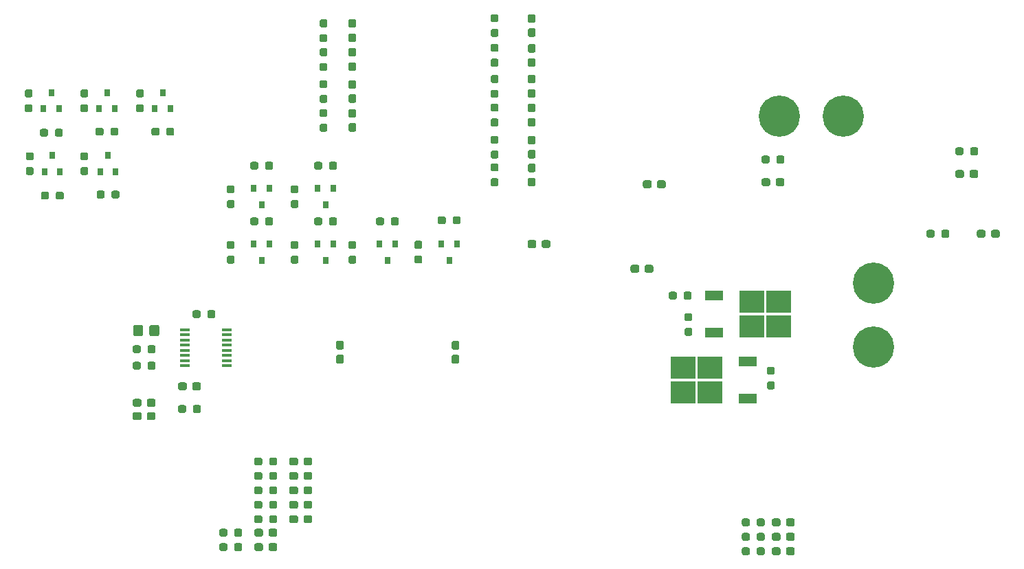
<source format=gbr>
G04 #@! TF.GenerationSoftware,KiCad,Pcbnew,(5.1.4)-1*
G04 #@! TF.CreationDate,2020-11-30T11:01:41-06:00*
G04 #@! TF.ProjectId,SRA_Sensor_Board,5352415f-5365-46e7-936f-725f426f6172,rev?*
G04 #@! TF.SameCoordinates,Original*
G04 #@! TF.FileFunction,Paste,Top*
G04 #@! TF.FilePolarity,Positive*
%FSLAX46Y46*%
G04 Gerber Fmt 4.6, Leading zero omitted, Abs format (unit mm)*
G04 Created by KiCad (PCBNEW (5.1.4)-1) date 2020-11-30 11:01:41*
%MOMM*%
%LPD*%
G04 APERTURE LIST*
%ADD10C,0.100000*%
%ADD11C,0.950000*%
%ADD12R,0.800000X0.900000*%
%ADD13R,1.200000X0.400000*%
%ADD14R,3.050000X2.750000*%
%ADD15R,2.200000X1.200000*%
%ADD16C,5.080000*%
%ADD17C,1.200000*%
G04 APERTURE END LIST*
D10*
G36*
X127705779Y-117001144D02*
G01*
X127728834Y-117004563D01*
X127751443Y-117010227D01*
X127773387Y-117018079D01*
X127794457Y-117028044D01*
X127814448Y-117040026D01*
X127833168Y-117053910D01*
X127850438Y-117069562D01*
X127866090Y-117086832D01*
X127879974Y-117105552D01*
X127891956Y-117125543D01*
X127901921Y-117146613D01*
X127909773Y-117168557D01*
X127915437Y-117191166D01*
X127918856Y-117214221D01*
X127920000Y-117237500D01*
X127920000Y-117712500D01*
X127918856Y-117735779D01*
X127915437Y-117758834D01*
X127909773Y-117781443D01*
X127901921Y-117803387D01*
X127891956Y-117824457D01*
X127879974Y-117844448D01*
X127866090Y-117863168D01*
X127850438Y-117880438D01*
X127833168Y-117896090D01*
X127814448Y-117909974D01*
X127794457Y-117921956D01*
X127773387Y-117931921D01*
X127751443Y-117939773D01*
X127728834Y-117945437D01*
X127705779Y-117948856D01*
X127682500Y-117950000D01*
X127107500Y-117950000D01*
X127084221Y-117948856D01*
X127061166Y-117945437D01*
X127038557Y-117939773D01*
X127016613Y-117931921D01*
X126995543Y-117921956D01*
X126975552Y-117909974D01*
X126956832Y-117896090D01*
X126939562Y-117880438D01*
X126923910Y-117863168D01*
X126910026Y-117844448D01*
X126898044Y-117824457D01*
X126888079Y-117803387D01*
X126880227Y-117781443D01*
X126874563Y-117758834D01*
X126871144Y-117735779D01*
X126870000Y-117712500D01*
X126870000Y-117237500D01*
X126871144Y-117214221D01*
X126874563Y-117191166D01*
X126880227Y-117168557D01*
X126888079Y-117146613D01*
X126898044Y-117125543D01*
X126910026Y-117105552D01*
X126923910Y-117086832D01*
X126939562Y-117069562D01*
X126956832Y-117053910D01*
X126975552Y-117040026D01*
X126995543Y-117028044D01*
X127016613Y-117018079D01*
X127038557Y-117010227D01*
X127061166Y-117004563D01*
X127084221Y-117001144D01*
X127107500Y-117000000D01*
X127682500Y-117000000D01*
X127705779Y-117001144D01*
X127705779Y-117001144D01*
G37*
D11*
X127395000Y-117475000D03*
D10*
G36*
X129455779Y-117001144D02*
G01*
X129478834Y-117004563D01*
X129501443Y-117010227D01*
X129523387Y-117018079D01*
X129544457Y-117028044D01*
X129564448Y-117040026D01*
X129583168Y-117053910D01*
X129600438Y-117069562D01*
X129616090Y-117086832D01*
X129629974Y-117105552D01*
X129641956Y-117125543D01*
X129651921Y-117146613D01*
X129659773Y-117168557D01*
X129665437Y-117191166D01*
X129668856Y-117214221D01*
X129670000Y-117237500D01*
X129670000Y-117712500D01*
X129668856Y-117735779D01*
X129665437Y-117758834D01*
X129659773Y-117781443D01*
X129651921Y-117803387D01*
X129641956Y-117824457D01*
X129629974Y-117844448D01*
X129616090Y-117863168D01*
X129600438Y-117880438D01*
X129583168Y-117896090D01*
X129564448Y-117909974D01*
X129544457Y-117921956D01*
X129523387Y-117931921D01*
X129501443Y-117939773D01*
X129478834Y-117945437D01*
X129455779Y-117948856D01*
X129432500Y-117950000D01*
X128857500Y-117950000D01*
X128834221Y-117948856D01*
X128811166Y-117945437D01*
X128788557Y-117939773D01*
X128766613Y-117931921D01*
X128745543Y-117921956D01*
X128725552Y-117909974D01*
X128706832Y-117896090D01*
X128689562Y-117880438D01*
X128673910Y-117863168D01*
X128660026Y-117844448D01*
X128648044Y-117824457D01*
X128638079Y-117803387D01*
X128630227Y-117781443D01*
X128624563Y-117758834D01*
X128621144Y-117735779D01*
X128620000Y-117712500D01*
X128620000Y-117237500D01*
X128621144Y-117214221D01*
X128624563Y-117191166D01*
X128630227Y-117168557D01*
X128638079Y-117146613D01*
X128648044Y-117125543D01*
X128660026Y-117105552D01*
X128673910Y-117086832D01*
X128689562Y-117069562D01*
X128706832Y-117053910D01*
X128725552Y-117040026D01*
X128745543Y-117028044D01*
X128766613Y-117018079D01*
X128788557Y-117010227D01*
X128811166Y-117004563D01*
X128834221Y-117001144D01*
X128857500Y-117000000D01*
X129432500Y-117000000D01*
X129455779Y-117001144D01*
X129455779Y-117001144D01*
G37*
D11*
X129145000Y-117475000D03*
D10*
G36*
X127705779Y-118779144D02*
G01*
X127728834Y-118782563D01*
X127751443Y-118788227D01*
X127773387Y-118796079D01*
X127794457Y-118806044D01*
X127814448Y-118818026D01*
X127833168Y-118831910D01*
X127850438Y-118847562D01*
X127866090Y-118864832D01*
X127879974Y-118883552D01*
X127891956Y-118903543D01*
X127901921Y-118924613D01*
X127909773Y-118946557D01*
X127915437Y-118969166D01*
X127918856Y-118992221D01*
X127920000Y-119015500D01*
X127920000Y-119490500D01*
X127918856Y-119513779D01*
X127915437Y-119536834D01*
X127909773Y-119559443D01*
X127901921Y-119581387D01*
X127891956Y-119602457D01*
X127879974Y-119622448D01*
X127866090Y-119641168D01*
X127850438Y-119658438D01*
X127833168Y-119674090D01*
X127814448Y-119687974D01*
X127794457Y-119699956D01*
X127773387Y-119709921D01*
X127751443Y-119717773D01*
X127728834Y-119723437D01*
X127705779Y-119726856D01*
X127682500Y-119728000D01*
X127107500Y-119728000D01*
X127084221Y-119726856D01*
X127061166Y-119723437D01*
X127038557Y-119717773D01*
X127016613Y-119709921D01*
X126995543Y-119699956D01*
X126975552Y-119687974D01*
X126956832Y-119674090D01*
X126939562Y-119658438D01*
X126923910Y-119641168D01*
X126910026Y-119622448D01*
X126898044Y-119602457D01*
X126888079Y-119581387D01*
X126880227Y-119559443D01*
X126874563Y-119536834D01*
X126871144Y-119513779D01*
X126870000Y-119490500D01*
X126870000Y-119015500D01*
X126871144Y-118992221D01*
X126874563Y-118969166D01*
X126880227Y-118946557D01*
X126888079Y-118924613D01*
X126898044Y-118903543D01*
X126910026Y-118883552D01*
X126923910Y-118864832D01*
X126939562Y-118847562D01*
X126956832Y-118831910D01*
X126975552Y-118818026D01*
X126995543Y-118806044D01*
X127016613Y-118796079D01*
X127038557Y-118788227D01*
X127061166Y-118782563D01*
X127084221Y-118779144D01*
X127107500Y-118778000D01*
X127682500Y-118778000D01*
X127705779Y-118779144D01*
X127705779Y-118779144D01*
G37*
D11*
X127395000Y-119253000D03*
D10*
G36*
X129455779Y-118779144D02*
G01*
X129478834Y-118782563D01*
X129501443Y-118788227D01*
X129523387Y-118796079D01*
X129544457Y-118806044D01*
X129564448Y-118818026D01*
X129583168Y-118831910D01*
X129600438Y-118847562D01*
X129616090Y-118864832D01*
X129629974Y-118883552D01*
X129641956Y-118903543D01*
X129651921Y-118924613D01*
X129659773Y-118946557D01*
X129665437Y-118969166D01*
X129668856Y-118992221D01*
X129670000Y-119015500D01*
X129670000Y-119490500D01*
X129668856Y-119513779D01*
X129665437Y-119536834D01*
X129659773Y-119559443D01*
X129651921Y-119581387D01*
X129641956Y-119602457D01*
X129629974Y-119622448D01*
X129616090Y-119641168D01*
X129600438Y-119658438D01*
X129583168Y-119674090D01*
X129564448Y-119687974D01*
X129544457Y-119699956D01*
X129523387Y-119709921D01*
X129501443Y-119717773D01*
X129478834Y-119723437D01*
X129455779Y-119726856D01*
X129432500Y-119728000D01*
X128857500Y-119728000D01*
X128834221Y-119726856D01*
X128811166Y-119723437D01*
X128788557Y-119717773D01*
X128766613Y-119709921D01*
X128745543Y-119699956D01*
X128725552Y-119687974D01*
X128706832Y-119674090D01*
X128689562Y-119658438D01*
X128673910Y-119641168D01*
X128660026Y-119622448D01*
X128648044Y-119602457D01*
X128638079Y-119581387D01*
X128630227Y-119559443D01*
X128624563Y-119536834D01*
X128621144Y-119513779D01*
X128620000Y-119490500D01*
X128620000Y-119015500D01*
X128621144Y-118992221D01*
X128624563Y-118969166D01*
X128630227Y-118946557D01*
X128638079Y-118924613D01*
X128648044Y-118903543D01*
X128660026Y-118883552D01*
X128673910Y-118864832D01*
X128689562Y-118847562D01*
X128706832Y-118831910D01*
X128725552Y-118818026D01*
X128745543Y-118806044D01*
X128766613Y-118796079D01*
X128788557Y-118788227D01*
X128811166Y-118782563D01*
X128834221Y-118779144D01*
X128857500Y-118778000D01*
X129432500Y-118778000D01*
X129455779Y-118779144D01*
X129455779Y-118779144D01*
G37*
D11*
X129145000Y-119253000D03*
D10*
G36*
X127705779Y-120557144D02*
G01*
X127728834Y-120560563D01*
X127751443Y-120566227D01*
X127773387Y-120574079D01*
X127794457Y-120584044D01*
X127814448Y-120596026D01*
X127833168Y-120609910D01*
X127850438Y-120625562D01*
X127866090Y-120642832D01*
X127879974Y-120661552D01*
X127891956Y-120681543D01*
X127901921Y-120702613D01*
X127909773Y-120724557D01*
X127915437Y-120747166D01*
X127918856Y-120770221D01*
X127920000Y-120793500D01*
X127920000Y-121268500D01*
X127918856Y-121291779D01*
X127915437Y-121314834D01*
X127909773Y-121337443D01*
X127901921Y-121359387D01*
X127891956Y-121380457D01*
X127879974Y-121400448D01*
X127866090Y-121419168D01*
X127850438Y-121436438D01*
X127833168Y-121452090D01*
X127814448Y-121465974D01*
X127794457Y-121477956D01*
X127773387Y-121487921D01*
X127751443Y-121495773D01*
X127728834Y-121501437D01*
X127705779Y-121504856D01*
X127682500Y-121506000D01*
X127107500Y-121506000D01*
X127084221Y-121504856D01*
X127061166Y-121501437D01*
X127038557Y-121495773D01*
X127016613Y-121487921D01*
X126995543Y-121477956D01*
X126975552Y-121465974D01*
X126956832Y-121452090D01*
X126939562Y-121436438D01*
X126923910Y-121419168D01*
X126910026Y-121400448D01*
X126898044Y-121380457D01*
X126888079Y-121359387D01*
X126880227Y-121337443D01*
X126874563Y-121314834D01*
X126871144Y-121291779D01*
X126870000Y-121268500D01*
X126870000Y-120793500D01*
X126871144Y-120770221D01*
X126874563Y-120747166D01*
X126880227Y-120724557D01*
X126888079Y-120702613D01*
X126898044Y-120681543D01*
X126910026Y-120661552D01*
X126923910Y-120642832D01*
X126939562Y-120625562D01*
X126956832Y-120609910D01*
X126975552Y-120596026D01*
X126995543Y-120584044D01*
X127016613Y-120574079D01*
X127038557Y-120566227D01*
X127061166Y-120560563D01*
X127084221Y-120557144D01*
X127107500Y-120556000D01*
X127682500Y-120556000D01*
X127705779Y-120557144D01*
X127705779Y-120557144D01*
G37*
D11*
X127395000Y-121031000D03*
D10*
G36*
X129455779Y-120557144D02*
G01*
X129478834Y-120560563D01*
X129501443Y-120566227D01*
X129523387Y-120574079D01*
X129544457Y-120584044D01*
X129564448Y-120596026D01*
X129583168Y-120609910D01*
X129600438Y-120625562D01*
X129616090Y-120642832D01*
X129629974Y-120661552D01*
X129641956Y-120681543D01*
X129651921Y-120702613D01*
X129659773Y-120724557D01*
X129665437Y-120747166D01*
X129668856Y-120770221D01*
X129670000Y-120793500D01*
X129670000Y-121268500D01*
X129668856Y-121291779D01*
X129665437Y-121314834D01*
X129659773Y-121337443D01*
X129651921Y-121359387D01*
X129641956Y-121380457D01*
X129629974Y-121400448D01*
X129616090Y-121419168D01*
X129600438Y-121436438D01*
X129583168Y-121452090D01*
X129564448Y-121465974D01*
X129544457Y-121477956D01*
X129523387Y-121487921D01*
X129501443Y-121495773D01*
X129478834Y-121501437D01*
X129455779Y-121504856D01*
X129432500Y-121506000D01*
X128857500Y-121506000D01*
X128834221Y-121504856D01*
X128811166Y-121501437D01*
X128788557Y-121495773D01*
X128766613Y-121487921D01*
X128745543Y-121477956D01*
X128725552Y-121465974D01*
X128706832Y-121452090D01*
X128689562Y-121436438D01*
X128673910Y-121419168D01*
X128660026Y-121400448D01*
X128648044Y-121380457D01*
X128638079Y-121359387D01*
X128630227Y-121337443D01*
X128624563Y-121314834D01*
X128621144Y-121291779D01*
X128620000Y-121268500D01*
X128620000Y-120793500D01*
X128621144Y-120770221D01*
X128624563Y-120747166D01*
X128630227Y-120724557D01*
X128638079Y-120702613D01*
X128648044Y-120681543D01*
X128660026Y-120661552D01*
X128673910Y-120642832D01*
X128689562Y-120625562D01*
X128706832Y-120609910D01*
X128725552Y-120596026D01*
X128745543Y-120584044D01*
X128766613Y-120574079D01*
X128788557Y-120566227D01*
X128811166Y-120560563D01*
X128834221Y-120557144D01*
X128857500Y-120556000D01*
X129432500Y-120556000D01*
X129455779Y-120557144D01*
X129455779Y-120557144D01*
G37*
D11*
X129145000Y-121031000D03*
D10*
G36*
X127705779Y-122335144D02*
G01*
X127728834Y-122338563D01*
X127751443Y-122344227D01*
X127773387Y-122352079D01*
X127794457Y-122362044D01*
X127814448Y-122374026D01*
X127833168Y-122387910D01*
X127850438Y-122403562D01*
X127866090Y-122420832D01*
X127879974Y-122439552D01*
X127891956Y-122459543D01*
X127901921Y-122480613D01*
X127909773Y-122502557D01*
X127915437Y-122525166D01*
X127918856Y-122548221D01*
X127920000Y-122571500D01*
X127920000Y-123046500D01*
X127918856Y-123069779D01*
X127915437Y-123092834D01*
X127909773Y-123115443D01*
X127901921Y-123137387D01*
X127891956Y-123158457D01*
X127879974Y-123178448D01*
X127866090Y-123197168D01*
X127850438Y-123214438D01*
X127833168Y-123230090D01*
X127814448Y-123243974D01*
X127794457Y-123255956D01*
X127773387Y-123265921D01*
X127751443Y-123273773D01*
X127728834Y-123279437D01*
X127705779Y-123282856D01*
X127682500Y-123284000D01*
X127107500Y-123284000D01*
X127084221Y-123282856D01*
X127061166Y-123279437D01*
X127038557Y-123273773D01*
X127016613Y-123265921D01*
X126995543Y-123255956D01*
X126975552Y-123243974D01*
X126956832Y-123230090D01*
X126939562Y-123214438D01*
X126923910Y-123197168D01*
X126910026Y-123178448D01*
X126898044Y-123158457D01*
X126888079Y-123137387D01*
X126880227Y-123115443D01*
X126874563Y-123092834D01*
X126871144Y-123069779D01*
X126870000Y-123046500D01*
X126870000Y-122571500D01*
X126871144Y-122548221D01*
X126874563Y-122525166D01*
X126880227Y-122502557D01*
X126888079Y-122480613D01*
X126898044Y-122459543D01*
X126910026Y-122439552D01*
X126923910Y-122420832D01*
X126939562Y-122403562D01*
X126956832Y-122387910D01*
X126975552Y-122374026D01*
X126995543Y-122362044D01*
X127016613Y-122352079D01*
X127038557Y-122344227D01*
X127061166Y-122338563D01*
X127084221Y-122335144D01*
X127107500Y-122334000D01*
X127682500Y-122334000D01*
X127705779Y-122335144D01*
X127705779Y-122335144D01*
G37*
D11*
X127395000Y-122809000D03*
D10*
G36*
X129455779Y-122335144D02*
G01*
X129478834Y-122338563D01*
X129501443Y-122344227D01*
X129523387Y-122352079D01*
X129544457Y-122362044D01*
X129564448Y-122374026D01*
X129583168Y-122387910D01*
X129600438Y-122403562D01*
X129616090Y-122420832D01*
X129629974Y-122439552D01*
X129641956Y-122459543D01*
X129651921Y-122480613D01*
X129659773Y-122502557D01*
X129665437Y-122525166D01*
X129668856Y-122548221D01*
X129670000Y-122571500D01*
X129670000Y-123046500D01*
X129668856Y-123069779D01*
X129665437Y-123092834D01*
X129659773Y-123115443D01*
X129651921Y-123137387D01*
X129641956Y-123158457D01*
X129629974Y-123178448D01*
X129616090Y-123197168D01*
X129600438Y-123214438D01*
X129583168Y-123230090D01*
X129564448Y-123243974D01*
X129544457Y-123255956D01*
X129523387Y-123265921D01*
X129501443Y-123273773D01*
X129478834Y-123279437D01*
X129455779Y-123282856D01*
X129432500Y-123284000D01*
X128857500Y-123284000D01*
X128834221Y-123282856D01*
X128811166Y-123279437D01*
X128788557Y-123273773D01*
X128766613Y-123265921D01*
X128745543Y-123255956D01*
X128725552Y-123243974D01*
X128706832Y-123230090D01*
X128689562Y-123214438D01*
X128673910Y-123197168D01*
X128660026Y-123178448D01*
X128648044Y-123158457D01*
X128638079Y-123137387D01*
X128630227Y-123115443D01*
X128624563Y-123092834D01*
X128621144Y-123069779D01*
X128620000Y-123046500D01*
X128620000Y-122571500D01*
X128621144Y-122548221D01*
X128624563Y-122525166D01*
X128630227Y-122502557D01*
X128638079Y-122480613D01*
X128648044Y-122459543D01*
X128660026Y-122439552D01*
X128673910Y-122420832D01*
X128689562Y-122403562D01*
X128706832Y-122387910D01*
X128725552Y-122374026D01*
X128745543Y-122362044D01*
X128766613Y-122352079D01*
X128788557Y-122344227D01*
X128811166Y-122338563D01*
X128834221Y-122335144D01*
X128857500Y-122334000D01*
X129432500Y-122334000D01*
X129455779Y-122335144D01*
X129455779Y-122335144D01*
G37*
D11*
X129145000Y-122809000D03*
D10*
G36*
X127705779Y-115223144D02*
G01*
X127728834Y-115226563D01*
X127751443Y-115232227D01*
X127773387Y-115240079D01*
X127794457Y-115250044D01*
X127814448Y-115262026D01*
X127833168Y-115275910D01*
X127850438Y-115291562D01*
X127866090Y-115308832D01*
X127879974Y-115327552D01*
X127891956Y-115347543D01*
X127901921Y-115368613D01*
X127909773Y-115390557D01*
X127915437Y-115413166D01*
X127918856Y-115436221D01*
X127920000Y-115459500D01*
X127920000Y-115934500D01*
X127918856Y-115957779D01*
X127915437Y-115980834D01*
X127909773Y-116003443D01*
X127901921Y-116025387D01*
X127891956Y-116046457D01*
X127879974Y-116066448D01*
X127866090Y-116085168D01*
X127850438Y-116102438D01*
X127833168Y-116118090D01*
X127814448Y-116131974D01*
X127794457Y-116143956D01*
X127773387Y-116153921D01*
X127751443Y-116161773D01*
X127728834Y-116167437D01*
X127705779Y-116170856D01*
X127682500Y-116172000D01*
X127107500Y-116172000D01*
X127084221Y-116170856D01*
X127061166Y-116167437D01*
X127038557Y-116161773D01*
X127016613Y-116153921D01*
X126995543Y-116143956D01*
X126975552Y-116131974D01*
X126956832Y-116118090D01*
X126939562Y-116102438D01*
X126923910Y-116085168D01*
X126910026Y-116066448D01*
X126898044Y-116046457D01*
X126888079Y-116025387D01*
X126880227Y-116003443D01*
X126874563Y-115980834D01*
X126871144Y-115957779D01*
X126870000Y-115934500D01*
X126870000Y-115459500D01*
X126871144Y-115436221D01*
X126874563Y-115413166D01*
X126880227Y-115390557D01*
X126888079Y-115368613D01*
X126898044Y-115347543D01*
X126910026Y-115327552D01*
X126923910Y-115308832D01*
X126939562Y-115291562D01*
X126956832Y-115275910D01*
X126975552Y-115262026D01*
X126995543Y-115250044D01*
X127016613Y-115240079D01*
X127038557Y-115232227D01*
X127061166Y-115226563D01*
X127084221Y-115223144D01*
X127107500Y-115222000D01*
X127682500Y-115222000D01*
X127705779Y-115223144D01*
X127705779Y-115223144D01*
G37*
D11*
X127395000Y-115697000D03*
D10*
G36*
X129455779Y-115223144D02*
G01*
X129478834Y-115226563D01*
X129501443Y-115232227D01*
X129523387Y-115240079D01*
X129544457Y-115250044D01*
X129564448Y-115262026D01*
X129583168Y-115275910D01*
X129600438Y-115291562D01*
X129616090Y-115308832D01*
X129629974Y-115327552D01*
X129641956Y-115347543D01*
X129651921Y-115368613D01*
X129659773Y-115390557D01*
X129665437Y-115413166D01*
X129668856Y-115436221D01*
X129670000Y-115459500D01*
X129670000Y-115934500D01*
X129668856Y-115957779D01*
X129665437Y-115980834D01*
X129659773Y-116003443D01*
X129651921Y-116025387D01*
X129641956Y-116046457D01*
X129629974Y-116066448D01*
X129616090Y-116085168D01*
X129600438Y-116102438D01*
X129583168Y-116118090D01*
X129564448Y-116131974D01*
X129544457Y-116143956D01*
X129523387Y-116153921D01*
X129501443Y-116161773D01*
X129478834Y-116167437D01*
X129455779Y-116170856D01*
X129432500Y-116172000D01*
X128857500Y-116172000D01*
X128834221Y-116170856D01*
X128811166Y-116167437D01*
X128788557Y-116161773D01*
X128766613Y-116153921D01*
X128745543Y-116143956D01*
X128725552Y-116131974D01*
X128706832Y-116118090D01*
X128689562Y-116102438D01*
X128673910Y-116085168D01*
X128660026Y-116066448D01*
X128648044Y-116046457D01*
X128638079Y-116025387D01*
X128630227Y-116003443D01*
X128624563Y-115980834D01*
X128621144Y-115957779D01*
X128620000Y-115934500D01*
X128620000Y-115459500D01*
X128621144Y-115436221D01*
X128624563Y-115413166D01*
X128630227Y-115390557D01*
X128638079Y-115368613D01*
X128648044Y-115347543D01*
X128660026Y-115327552D01*
X128673910Y-115308832D01*
X128689562Y-115291562D01*
X128706832Y-115275910D01*
X128725552Y-115262026D01*
X128745543Y-115250044D01*
X128766613Y-115240079D01*
X128788557Y-115232227D01*
X128811166Y-115226563D01*
X128834221Y-115223144D01*
X128857500Y-115222000D01*
X129432500Y-115222000D01*
X129455779Y-115223144D01*
X129455779Y-115223144D01*
G37*
D11*
X129145000Y-115697000D03*
D10*
G36*
X156978779Y-73362144D02*
G01*
X157001834Y-73365563D01*
X157024443Y-73371227D01*
X157046387Y-73379079D01*
X157067457Y-73389044D01*
X157087448Y-73401026D01*
X157106168Y-73414910D01*
X157123438Y-73430562D01*
X157139090Y-73447832D01*
X157152974Y-73466552D01*
X157164956Y-73486543D01*
X157174921Y-73507613D01*
X157182773Y-73529557D01*
X157188437Y-73552166D01*
X157191856Y-73575221D01*
X157193000Y-73598500D01*
X157193000Y-74173500D01*
X157191856Y-74196779D01*
X157188437Y-74219834D01*
X157182773Y-74242443D01*
X157174921Y-74264387D01*
X157164956Y-74285457D01*
X157152974Y-74305448D01*
X157139090Y-74324168D01*
X157123438Y-74341438D01*
X157106168Y-74357090D01*
X157087448Y-74370974D01*
X157067457Y-74382956D01*
X157046387Y-74392921D01*
X157024443Y-74400773D01*
X157001834Y-74406437D01*
X156978779Y-74409856D01*
X156955500Y-74411000D01*
X156480500Y-74411000D01*
X156457221Y-74409856D01*
X156434166Y-74406437D01*
X156411557Y-74400773D01*
X156389613Y-74392921D01*
X156368543Y-74382956D01*
X156348552Y-74370974D01*
X156329832Y-74357090D01*
X156312562Y-74341438D01*
X156296910Y-74324168D01*
X156283026Y-74305448D01*
X156271044Y-74285457D01*
X156261079Y-74264387D01*
X156253227Y-74242443D01*
X156247563Y-74219834D01*
X156244144Y-74196779D01*
X156243000Y-74173500D01*
X156243000Y-73598500D01*
X156244144Y-73575221D01*
X156247563Y-73552166D01*
X156253227Y-73529557D01*
X156261079Y-73507613D01*
X156271044Y-73486543D01*
X156283026Y-73466552D01*
X156296910Y-73447832D01*
X156312562Y-73430562D01*
X156329832Y-73414910D01*
X156348552Y-73401026D01*
X156368543Y-73389044D01*
X156389613Y-73379079D01*
X156411557Y-73371227D01*
X156434166Y-73365563D01*
X156457221Y-73362144D01*
X156480500Y-73361000D01*
X156955500Y-73361000D01*
X156978779Y-73362144D01*
X156978779Y-73362144D01*
G37*
D11*
X156718000Y-73886000D03*
D10*
G36*
X156978779Y-71612144D02*
G01*
X157001834Y-71615563D01*
X157024443Y-71621227D01*
X157046387Y-71629079D01*
X157067457Y-71639044D01*
X157087448Y-71651026D01*
X157106168Y-71664910D01*
X157123438Y-71680562D01*
X157139090Y-71697832D01*
X157152974Y-71716552D01*
X157164956Y-71736543D01*
X157174921Y-71757613D01*
X157182773Y-71779557D01*
X157188437Y-71802166D01*
X157191856Y-71825221D01*
X157193000Y-71848500D01*
X157193000Y-72423500D01*
X157191856Y-72446779D01*
X157188437Y-72469834D01*
X157182773Y-72492443D01*
X157174921Y-72514387D01*
X157164956Y-72535457D01*
X157152974Y-72555448D01*
X157139090Y-72574168D01*
X157123438Y-72591438D01*
X157106168Y-72607090D01*
X157087448Y-72620974D01*
X157067457Y-72632956D01*
X157046387Y-72642921D01*
X157024443Y-72650773D01*
X157001834Y-72656437D01*
X156978779Y-72659856D01*
X156955500Y-72661000D01*
X156480500Y-72661000D01*
X156457221Y-72659856D01*
X156434166Y-72656437D01*
X156411557Y-72650773D01*
X156389613Y-72642921D01*
X156368543Y-72632956D01*
X156348552Y-72620974D01*
X156329832Y-72607090D01*
X156312562Y-72591438D01*
X156296910Y-72574168D01*
X156283026Y-72555448D01*
X156271044Y-72535457D01*
X156261079Y-72514387D01*
X156253227Y-72492443D01*
X156247563Y-72469834D01*
X156244144Y-72446779D01*
X156243000Y-72423500D01*
X156243000Y-71848500D01*
X156244144Y-71825221D01*
X156247563Y-71802166D01*
X156253227Y-71779557D01*
X156261079Y-71757613D01*
X156271044Y-71736543D01*
X156283026Y-71716552D01*
X156296910Y-71697832D01*
X156312562Y-71680562D01*
X156329832Y-71664910D01*
X156348552Y-71651026D01*
X156368543Y-71639044D01*
X156389613Y-71629079D01*
X156411557Y-71621227D01*
X156434166Y-71615563D01*
X156457221Y-71612144D01*
X156480500Y-71611000D01*
X156955500Y-71611000D01*
X156978779Y-71612144D01*
X156978779Y-71612144D01*
G37*
D11*
X156718000Y-72136000D03*
D12*
X146558000Y-90916000D03*
X145608000Y-88916000D03*
X147508000Y-88916000D03*
X97663000Y-77994000D03*
X98613000Y-79994000D03*
X96713000Y-79994000D03*
X104521000Y-77994000D03*
X105471000Y-79994000D03*
X103571000Y-79994000D03*
X97536000Y-70247000D03*
X98486000Y-72247000D03*
X96586000Y-72247000D03*
X111252000Y-70247000D03*
X112202000Y-72247000D03*
X110302000Y-72247000D03*
X104394000Y-70247000D03*
X105344000Y-72247000D03*
X103444000Y-72247000D03*
D13*
X113986000Y-103886000D03*
X113986000Y-103251000D03*
X113986000Y-102616000D03*
X113986000Y-101981000D03*
X113986000Y-101346000D03*
X113986000Y-100711000D03*
X113986000Y-100076000D03*
X113986000Y-99441000D03*
X119186000Y-99441000D03*
X119186000Y-100076000D03*
X119186000Y-100711000D03*
X119186000Y-101346000D03*
X119186000Y-101981000D03*
X119186000Y-102616000D03*
X119186000Y-103251000D03*
X119186000Y-103886000D03*
D14*
X183813000Y-99061000D03*
X187163000Y-96011000D03*
X183813000Y-96011000D03*
X187163000Y-99061000D03*
D15*
X179188000Y-99816000D03*
X179188000Y-95256000D03*
D14*
X178713000Y-104139000D03*
X175363000Y-107189000D03*
X178713000Y-107189000D03*
X175363000Y-104139000D03*
D15*
X183338000Y-103384000D03*
X183338000Y-107944000D03*
D12*
X131318000Y-90916000D03*
X130368000Y-88916000D03*
X132268000Y-88916000D03*
X123444000Y-90916000D03*
X122494000Y-88916000D03*
X124394000Y-88916000D03*
X131318000Y-84058000D03*
X130368000Y-82058000D03*
X132268000Y-82058000D03*
X123444000Y-84058000D03*
X122494000Y-82058000D03*
X124394000Y-82058000D03*
X138938000Y-90916000D03*
X137988000Y-88916000D03*
X139888000Y-88916000D03*
D10*
G36*
X187141779Y-126272144D02*
G01*
X187164834Y-126275563D01*
X187187443Y-126281227D01*
X187209387Y-126289079D01*
X187230457Y-126299044D01*
X187250448Y-126311026D01*
X187269168Y-126324910D01*
X187286438Y-126340562D01*
X187302090Y-126357832D01*
X187315974Y-126376552D01*
X187327956Y-126396543D01*
X187337921Y-126417613D01*
X187345773Y-126439557D01*
X187351437Y-126462166D01*
X187354856Y-126485221D01*
X187356000Y-126508500D01*
X187356000Y-126983500D01*
X187354856Y-127006779D01*
X187351437Y-127029834D01*
X187345773Y-127052443D01*
X187337921Y-127074387D01*
X187327956Y-127095457D01*
X187315974Y-127115448D01*
X187302090Y-127134168D01*
X187286438Y-127151438D01*
X187269168Y-127167090D01*
X187250448Y-127180974D01*
X187230457Y-127192956D01*
X187209387Y-127202921D01*
X187187443Y-127210773D01*
X187164834Y-127216437D01*
X187141779Y-127219856D01*
X187118500Y-127221000D01*
X186543500Y-127221000D01*
X186520221Y-127219856D01*
X186497166Y-127216437D01*
X186474557Y-127210773D01*
X186452613Y-127202921D01*
X186431543Y-127192956D01*
X186411552Y-127180974D01*
X186392832Y-127167090D01*
X186375562Y-127151438D01*
X186359910Y-127134168D01*
X186346026Y-127115448D01*
X186334044Y-127095457D01*
X186324079Y-127074387D01*
X186316227Y-127052443D01*
X186310563Y-127029834D01*
X186307144Y-127006779D01*
X186306000Y-126983500D01*
X186306000Y-126508500D01*
X186307144Y-126485221D01*
X186310563Y-126462166D01*
X186316227Y-126439557D01*
X186324079Y-126417613D01*
X186334044Y-126396543D01*
X186346026Y-126376552D01*
X186359910Y-126357832D01*
X186375562Y-126340562D01*
X186392832Y-126324910D01*
X186411552Y-126311026D01*
X186431543Y-126299044D01*
X186452613Y-126289079D01*
X186474557Y-126281227D01*
X186497166Y-126275563D01*
X186520221Y-126272144D01*
X186543500Y-126271000D01*
X187118500Y-126271000D01*
X187141779Y-126272144D01*
X187141779Y-126272144D01*
G37*
D11*
X186831000Y-126746000D03*
D10*
G36*
X188891779Y-126272144D02*
G01*
X188914834Y-126275563D01*
X188937443Y-126281227D01*
X188959387Y-126289079D01*
X188980457Y-126299044D01*
X189000448Y-126311026D01*
X189019168Y-126324910D01*
X189036438Y-126340562D01*
X189052090Y-126357832D01*
X189065974Y-126376552D01*
X189077956Y-126396543D01*
X189087921Y-126417613D01*
X189095773Y-126439557D01*
X189101437Y-126462166D01*
X189104856Y-126485221D01*
X189106000Y-126508500D01*
X189106000Y-126983500D01*
X189104856Y-127006779D01*
X189101437Y-127029834D01*
X189095773Y-127052443D01*
X189087921Y-127074387D01*
X189077956Y-127095457D01*
X189065974Y-127115448D01*
X189052090Y-127134168D01*
X189036438Y-127151438D01*
X189019168Y-127167090D01*
X189000448Y-127180974D01*
X188980457Y-127192956D01*
X188959387Y-127202921D01*
X188937443Y-127210773D01*
X188914834Y-127216437D01*
X188891779Y-127219856D01*
X188868500Y-127221000D01*
X188293500Y-127221000D01*
X188270221Y-127219856D01*
X188247166Y-127216437D01*
X188224557Y-127210773D01*
X188202613Y-127202921D01*
X188181543Y-127192956D01*
X188161552Y-127180974D01*
X188142832Y-127167090D01*
X188125562Y-127151438D01*
X188109910Y-127134168D01*
X188096026Y-127115448D01*
X188084044Y-127095457D01*
X188074079Y-127074387D01*
X188066227Y-127052443D01*
X188060563Y-127029834D01*
X188057144Y-127006779D01*
X188056000Y-126983500D01*
X188056000Y-126508500D01*
X188057144Y-126485221D01*
X188060563Y-126462166D01*
X188066227Y-126439557D01*
X188074079Y-126417613D01*
X188084044Y-126396543D01*
X188096026Y-126376552D01*
X188109910Y-126357832D01*
X188125562Y-126340562D01*
X188142832Y-126324910D01*
X188161552Y-126311026D01*
X188181543Y-126299044D01*
X188202613Y-126289079D01*
X188224557Y-126281227D01*
X188247166Y-126275563D01*
X188270221Y-126272144D01*
X188293500Y-126271000D01*
X188868500Y-126271000D01*
X188891779Y-126272144D01*
X188891779Y-126272144D01*
G37*
D11*
X188581000Y-126746000D03*
D10*
G36*
X187141779Y-124494144D02*
G01*
X187164834Y-124497563D01*
X187187443Y-124503227D01*
X187209387Y-124511079D01*
X187230457Y-124521044D01*
X187250448Y-124533026D01*
X187269168Y-124546910D01*
X187286438Y-124562562D01*
X187302090Y-124579832D01*
X187315974Y-124598552D01*
X187327956Y-124618543D01*
X187337921Y-124639613D01*
X187345773Y-124661557D01*
X187351437Y-124684166D01*
X187354856Y-124707221D01*
X187356000Y-124730500D01*
X187356000Y-125205500D01*
X187354856Y-125228779D01*
X187351437Y-125251834D01*
X187345773Y-125274443D01*
X187337921Y-125296387D01*
X187327956Y-125317457D01*
X187315974Y-125337448D01*
X187302090Y-125356168D01*
X187286438Y-125373438D01*
X187269168Y-125389090D01*
X187250448Y-125402974D01*
X187230457Y-125414956D01*
X187209387Y-125424921D01*
X187187443Y-125432773D01*
X187164834Y-125438437D01*
X187141779Y-125441856D01*
X187118500Y-125443000D01*
X186543500Y-125443000D01*
X186520221Y-125441856D01*
X186497166Y-125438437D01*
X186474557Y-125432773D01*
X186452613Y-125424921D01*
X186431543Y-125414956D01*
X186411552Y-125402974D01*
X186392832Y-125389090D01*
X186375562Y-125373438D01*
X186359910Y-125356168D01*
X186346026Y-125337448D01*
X186334044Y-125317457D01*
X186324079Y-125296387D01*
X186316227Y-125274443D01*
X186310563Y-125251834D01*
X186307144Y-125228779D01*
X186306000Y-125205500D01*
X186306000Y-124730500D01*
X186307144Y-124707221D01*
X186310563Y-124684166D01*
X186316227Y-124661557D01*
X186324079Y-124639613D01*
X186334044Y-124618543D01*
X186346026Y-124598552D01*
X186359910Y-124579832D01*
X186375562Y-124562562D01*
X186392832Y-124546910D01*
X186411552Y-124533026D01*
X186431543Y-124521044D01*
X186452613Y-124511079D01*
X186474557Y-124503227D01*
X186497166Y-124497563D01*
X186520221Y-124494144D01*
X186543500Y-124493000D01*
X187118500Y-124493000D01*
X187141779Y-124494144D01*
X187141779Y-124494144D01*
G37*
D11*
X186831000Y-124968000D03*
D10*
G36*
X188891779Y-124494144D02*
G01*
X188914834Y-124497563D01*
X188937443Y-124503227D01*
X188959387Y-124511079D01*
X188980457Y-124521044D01*
X189000448Y-124533026D01*
X189019168Y-124546910D01*
X189036438Y-124562562D01*
X189052090Y-124579832D01*
X189065974Y-124598552D01*
X189077956Y-124618543D01*
X189087921Y-124639613D01*
X189095773Y-124661557D01*
X189101437Y-124684166D01*
X189104856Y-124707221D01*
X189106000Y-124730500D01*
X189106000Y-125205500D01*
X189104856Y-125228779D01*
X189101437Y-125251834D01*
X189095773Y-125274443D01*
X189087921Y-125296387D01*
X189077956Y-125317457D01*
X189065974Y-125337448D01*
X189052090Y-125356168D01*
X189036438Y-125373438D01*
X189019168Y-125389090D01*
X189000448Y-125402974D01*
X188980457Y-125414956D01*
X188959387Y-125424921D01*
X188937443Y-125432773D01*
X188914834Y-125438437D01*
X188891779Y-125441856D01*
X188868500Y-125443000D01*
X188293500Y-125443000D01*
X188270221Y-125441856D01*
X188247166Y-125438437D01*
X188224557Y-125432773D01*
X188202613Y-125424921D01*
X188181543Y-125414956D01*
X188161552Y-125402974D01*
X188142832Y-125389090D01*
X188125562Y-125373438D01*
X188109910Y-125356168D01*
X188096026Y-125337448D01*
X188084044Y-125317457D01*
X188074079Y-125296387D01*
X188066227Y-125274443D01*
X188060563Y-125251834D01*
X188057144Y-125228779D01*
X188056000Y-125205500D01*
X188056000Y-124730500D01*
X188057144Y-124707221D01*
X188060563Y-124684166D01*
X188066227Y-124661557D01*
X188074079Y-124639613D01*
X188084044Y-124618543D01*
X188096026Y-124598552D01*
X188109910Y-124579832D01*
X188125562Y-124562562D01*
X188142832Y-124546910D01*
X188161552Y-124533026D01*
X188181543Y-124521044D01*
X188202613Y-124511079D01*
X188224557Y-124503227D01*
X188247166Y-124497563D01*
X188270221Y-124494144D01*
X188293500Y-124493000D01*
X188868500Y-124493000D01*
X188891779Y-124494144D01*
X188891779Y-124494144D01*
G37*
D11*
X188581000Y-124968000D03*
D10*
G36*
X187141779Y-122716144D02*
G01*
X187164834Y-122719563D01*
X187187443Y-122725227D01*
X187209387Y-122733079D01*
X187230457Y-122743044D01*
X187250448Y-122755026D01*
X187269168Y-122768910D01*
X187286438Y-122784562D01*
X187302090Y-122801832D01*
X187315974Y-122820552D01*
X187327956Y-122840543D01*
X187337921Y-122861613D01*
X187345773Y-122883557D01*
X187351437Y-122906166D01*
X187354856Y-122929221D01*
X187356000Y-122952500D01*
X187356000Y-123427500D01*
X187354856Y-123450779D01*
X187351437Y-123473834D01*
X187345773Y-123496443D01*
X187337921Y-123518387D01*
X187327956Y-123539457D01*
X187315974Y-123559448D01*
X187302090Y-123578168D01*
X187286438Y-123595438D01*
X187269168Y-123611090D01*
X187250448Y-123624974D01*
X187230457Y-123636956D01*
X187209387Y-123646921D01*
X187187443Y-123654773D01*
X187164834Y-123660437D01*
X187141779Y-123663856D01*
X187118500Y-123665000D01*
X186543500Y-123665000D01*
X186520221Y-123663856D01*
X186497166Y-123660437D01*
X186474557Y-123654773D01*
X186452613Y-123646921D01*
X186431543Y-123636956D01*
X186411552Y-123624974D01*
X186392832Y-123611090D01*
X186375562Y-123595438D01*
X186359910Y-123578168D01*
X186346026Y-123559448D01*
X186334044Y-123539457D01*
X186324079Y-123518387D01*
X186316227Y-123496443D01*
X186310563Y-123473834D01*
X186307144Y-123450779D01*
X186306000Y-123427500D01*
X186306000Y-122952500D01*
X186307144Y-122929221D01*
X186310563Y-122906166D01*
X186316227Y-122883557D01*
X186324079Y-122861613D01*
X186334044Y-122840543D01*
X186346026Y-122820552D01*
X186359910Y-122801832D01*
X186375562Y-122784562D01*
X186392832Y-122768910D01*
X186411552Y-122755026D01*
X186431543Y-122743044D01*
X186452613Y-122733079D01*
X186474557Y-122725227D01*
X186497166Y-122719563D01*
X186520221Y-122716144D01*
X186543500Y-122715000D01*
X187118500Y-122715000D01*
X187141779Y-122716144D01*
X187141779Y-122716144D01*
G37*
D11*
X186831000Y-123190000D03*
D10*
G36*
X188891779Y-122716144D02*
G01*
X188914834Y-122719563D01*
X188937443Y-122725227D01*
X188959387Y-122733079D01*
X188980457Y-122743044D01*
X189000448Y-122755026D01*
X189019168Y-122768910D01*
X189036438Y-122784562D01*
X189052090Y-122801832D01*
X189065974Y-122820552D01*
X189077956Y-122840543D01*
X189087921Y-122861613D01*
X189095773Y-122883557D01*
X189101437Y-122906166D01*
X189104856Y-122929221D01*
X189106000Y-122952500D01*
X189106000Y-123427500D01*
X189104856Y-123450779D01*
X189101437Y-123473834D01*
X189095773Y-123496443D01*
X189087921Y-123518387D01*
X189077956Y-123539457D01*
X189065974Y-123559448D01*
X189052090Y-123578168D01*
X189036438Y-123595438D01*
X189019168Y-123611090D01*
X189000448Y-123624974D01*
X188980457Y-123636956D01*
X188959387Y-123646921D01*
X188937443Y-123654773D01*
X188914834Y-123660437D01*
X188891779Y-123663856D01*
X188868500Y-123665000D01*
X188293500Y-123665000D01*
X188270221Y-123663856D01*
X188247166Y-123660437D01*
X188224557Y-123654773D01*
X188202613Y-123646921D01*
X188181543Y-123636956D01*
X188161552Y-123624974D01*
X188142832Y-123611090D01*
X188125562Y-123595438D01*
X188109910Y-123578168D01*
X188096026Y-123559448D01*
X188084044Y-123539457D01*
X188074079Y-123518387D01*
X188066227Y-123496443D01*
X188060563Y-123473834D01*
X188057144Y-123450779D01*
X188056000Y-123427500D01*
X188056000Y-122952500D01*
X188057144Y-122929221D01*
X188060563Y-122906166D01*
X188066227Y-122883557D01*
X188074079Y-122861613D01*
X188084044Y-122840543D01*
X188096026Y-122820552D01*
X188109910Y-122801832D01*
X188125562Y-122784562D01*
X188142832Y-122768910D01*
X188161552Y-122755026D01*
X188181543Y-122743044D01*
X188202613Y-122733079D01*
X188224557Y-122725227D01*
X188247166Y-122719563D01*
X188270221Y-122716144D01*
X188293500Y-122715000D01*
X188868500Y-122715000D01*
X188891779Y-122716144D01*
X188891779Y-122716144D01*
G37*
D11*
X188581000Y-123190000D03*
D10*
G36*
X212400779Y-87156144D02*
G01*
X212423834Y-87159563D01*
X212446443Y-87165227D01*
X212468387Y-87173079D01*
X212489457Y-87183044D01*
X212509448Y-87195026D01*
X212528168Y-87208910D01*
X212545438Y-87224562D01*
X212561090Y-87241832D01*
X212574974Y-87260552D01*
X212586956Y-87280543D01*
X212596921Y-87301613D01*
X212604773Y-87323557D01*
X212610437Y-87346166D01*
X212613856Y-87369221D01*
X212615000Y-87392500D01*
X212615000Y-87867500D01*
X212613856Y-87890779D01*
X212610437Y-87913834D01*
X212604773Y-87936443D01*
X212596921Y-87958387D01*
X212586956Y-87979457D01*
X212574974Y-87999448D01*
X212561090Y-88018168D01*
X212545438Y-88035438D01*
X212528168Y-88051090D01*
X212509448Y-88064974D01*
X212489457Y-88076956D01*
X212468387Y-88086921D01*
X212446443Y-88094773D01*
X212423834Y-88100437D01*
X212400779Y-88103856D01*
X212377500Y-88105000D01*
X211802500Y-88105000D01*
X211779221Y-88103856D01*
X211756166Y-88100437D01*
X211733557Y-88094773D01*
X211711613Y-88086921D01*
X211690543Y-88076956D01*
X211670552Y-88064974D01*
X211651832Y-88051090D01*
X211634562Y-88035438D01*
X211618910Y-88018168D01*
X211605026Y-87999448D01*
X211593044Y-87979457D01*
X211583079Y-87958387D01*
X211575227Y-87936443D01*
X211569563Y-87913834D01*
X211566144Y-87890779D01*
X211565000Y-87867500D01*
X211565000Y-87392500D01*
X211566144Y-87369221D01*
X211569563Y-87346166D01*
X211575227Y-87323557D01*
X211583079Y-87301613D01*
X211593044Y-87280543D01*
X211605026Y-87260552D01*
X211618910Y-87241832D01*
X211634562Y-87224562D01*
X211651832Y-87208910D01*
X211670552Y-87195026D01*
X211690543Y-87183044D01*
X211711613Y-87173079D01*
X211733557Y-87165227D01*
X211756166Y-87159563D01*
X211779221Y-87156144D01*
X211802500Y-87155000D01*
X212377500Y-87155000D01*
X212400779Y-87156144D01*
X212400779Y-87156144D01*
G37*
D11*
X212090000Y-87630000D03*
D10*
G36*
X214150779Y-87156144D02*
G01*
X214173834Y-87159563D01*
X214196443Y-87165227D01*
X214218387Y-87173079D01*
X214239457Y-87183044D01*
X214259448Y-87195026D01*
X214278168Y-87208910D01*
X214295438Y-87224562D01*
X214311090Y-87241832D01*
X214324974Y-87260552D01*
X214336956Y-87280543D01*
X214346921Y-87301613D01*
X214354773Y-87323557D01*
X214360437Y-87346166D01*
X214363856Y-87369221D01*
X214365000Y-87392500D01*
X214365000Y-87867500D01*
X214363856Y-87890779D01*
X214360437Y-87913834D01*
X214354773Y-87936443D01*
X214346921Y-87958387D01*
X214336956Y-87979457D01*
X214324974Y-87999448D01*
X214311090Y-88018168D01*
X214295438Y-88035438D01*
X214278168Y-88051090D01*
X214259448Y-88064974D01*
X214239457Y-88076956D01*
X214218387Y-88086921D01*
X214196443Y-88094773D01*
X214173834Y-88100437D01*
X214150779Y-88103856D01*
X214127500Y-88105000D01*
X213552500Y-88105000D01*
X213529221Y-88103856D01*
X213506166Y-88100437D01*
X213483557Y-88094773D01*
X213461613Y-88086921D01*
X213440543Y-88076956D01*
X213420552Y-88064974D01*
X213401832Y-88051090D01*
X213384562Y-88035438D01*
X213368910Y-88018168D01*
X213355026Y-87999448D01*
X213343044Y-87979457D01*
X213333079Y-87958387D01*
X213325227Y-87936443D01*
X213319563Y-87913834D01*
X213316144Y-87890779D01*
X213315000Y-87867500D01*
X213315000Y-87392500D01*
X213316144Y-87369221D01*
X213319563Y-87346166D01*
X213325227Y-87323557D01*
X213333079Y-87301613D01*
X213343044Y-87280543D01*
X213355026Y-87260552D01*
X213368910Y-87241832D01*
X213384562Y-87224562D01*
X213401832Y-87208910D01*
X213420552Y-87195026D01*
X213440543Y-87183044D01*
X213461613Y-87173079D01*
X213483557Y-87165227D01*
X213506166Y-87159563D01*
X213529221Y-87156144D01*
X213552500Y-87155000D01*
X214127500Y-87155000D01*
X214150779Y-87156144D01*
X214150779Y-87156144D01*
G37*
D11*
X213840000Y-87630000D03*
D10*
G36*
X123387779Y-125764144D02*
G01*
X123410834Y-125767563D01*
X123433443Y-125773227D01*
X123455387Y-125781079D01*
X123476457Y-125791044D01*
X123496448Y-125803026D01*
X123515168Y-125816910D01*
X123532438Y-125832562D01*
X123548090Y-125849832D01*
X123561974Y-125868552D01*
X123573956Y-125888543D01*
X123583921Y-125909613D01*
X123591773Y-125931557D01*
X123597437Y-125954166D01*
X123600856Y-125977221D01*
X123602000Y-126000500D01*
X123602000Y-126475500D01*
X123600856Y-126498779D01*
X123597437Y-126521834D01*
X123591773Y-126544443D01*
X123583921Y-126566387D01*
X123573956Y-126587457D01*
X123561974Y-126607448D01*
X123548090Y-126626168D01*
X123532438Y-126643438D01*
X123515168Y-126659090D01*
X123496448Y-126672974D01*
X123476457Y-126684956D01*
X123455387Y-126694921D01*
X123433443Y-126702773D01*
X123410834Y-126708437D01*
X123387779Y-126711856D01*
X123364500Y-126713000D01*
X122789500Y-126713000D01*
X122766221Y-126711856D01*
X122743166Y-126708437D01*
X122720557Y-126702773D01*
X122698613Y-126694921D01*
X122677543Y-126684956D01*
X122657552Y-126672974D01*
X122638832Y-126659090D01*
X122621562Y-126643438D01*
X122605910Y-126626168D01*
X122592026Y-126607448D01*
X122580044Y-126587457D01*
X122570079Y-126566387D01*
X122562227Y-126544443D01*
X122556563Y-126521834D01*
X122553144Y-126498779D01*
X122552000Y-126475500D01*
X122552000Y-126000500D01*
X122553144Y-125977221D01*
X122556563Y-125954166D01*
X122562227Y-125931557D01*
X122570079Y-125909613D01*
X122580044Y-125888543D01*
X122592026Y-125868552D01*
X122605910Y-125849832D01*
X122621562Y-125832562D01*
X122638832Y-125816910D01*
X122657552Y-125803026D01*
X122677543Y-125791044D01*
X122698613Y-125781079D01*
X122720557Y-125773227D01*
X122743166Y-125767563D01*
X122766221Y-125764144D01*
X122789500Y-125763000D01*
X123364500Y-125763000D01*
X123387779Y-125764144D01*
X123387779Y-125764144D01*
G37*
D11*
X123077000Y-126238000D03*
D10*
G36*
X125137779Y-125764144D02*
G01*
X125160834Y-125767563D01*
X125183443Y-125773227D01*
X125205387Y-125781079D01*
X125226457Y-125791044D01*
X125246448Y-125803026D01*
X125265168Y-125816910D01*
X125282438Y-125832562D01*
X125298090Y-125849832D01*
X125311974Y-125868552D01*
X125323956Y-125888543D01*
X125333921Y-125909613D01*
X125341773Y-125931557D01*
X125347437Y-125954166D01*
X125350856Y-125977221D01*
X125352000Y-126000500D01*
X125352000Y-126475500D01*
X125350856Y-126498779D01*
X125347437Y-126521834D01*
X125341773Y-126544443D01*
X125333921Y-126566387D01*
X125323956Y-126587457D01*
X125311974Y-126607448D01*
X125298090Y-126626168D01*
X125282438Y-126643438D01*
X125265168Y-126659090D01*
X125246448Y-126672974D01*
X125226457Y-126684956D01*
X125205387Y-126694921D01*
X125183443Y-126702773D01*
X125160834Y-126708437D01*
X125137779Y-126711856D01*
X125114500Y-126713000D01*
X124539500Y-126713000D01*
X124516221Y-126711856D01*
X124493166Y-126708437D01*
X124470557Y-126702773D01*
X124448613Y-126694921D01*
X124427543Y-126684956D01*
X124407552Y-126672974D01*
X124388832Y-126659090D01*
X124371562Y-126643438D01*
X124355910Y-126626168D01*
X124342026Y-126607448D01*
X124330044Y-126587457D01*
X124320079Y-126566387D01*
X124312227Y-126544443D01*
X124306563Y-126521834D01*
X124303144Y-126498779D01*
X124302000Y-126475500D01*
X124302000Y-126000500D01*
X124303144Y-125977221D01*
X124306563Y-125954166D01*
X124312227Y-125931557D01*
X124320079Y-125909613D01*
X124330044Y-125888543D01*
X124342026Y-125868552D01*
X124355910Y-125849832D01*
X124371562Y-125832562D01*
X124388832Y-125816910D01*
X124407552Y-125803026D01*
X124427543Y-125791044D01*
X124448613Y-125781079D01*
X124470557Y-125773227D01*
X124493166Y-125767563D01*
X124516221Y-125764144D01*
X124539500Y-125763000D01*
X125114500Y-125763000D01*
X125137779Y-125764144D01*
X125137779Y-125764144D01*
G37*
D11*
X124827000Y-126238000D03*
D10*
G36*
X123387779Y-123986144D02*
G01*
X123410834Y-123989563D01*
X123433443Y-123995227D01*
X123455387Y-124003079D01*
X123476457Y-124013044D01*
X123496448Y-124025026D01*
X123515168Y-124038910D01*
X123532438Y-124054562D01*
X123548090Y-124071832D01*
X123561974Y-124090552D01*
X123573956Y-124110543D01*
X123583921Y-124131613D01*
X123591773Y-124153557D01*
X123597437Y-124176166D01*
X123600856Y-124199221D01*
X123602000Y-124222500D01*
X123602000Y-124697500D01*
X123600856Y-124720779D01*
X123597437Y-124743834D01*
X123591773Y-124766443D01*
X123583921Y-124788387D01*
X123573956Y-124809457D01*
X123561974Y-124829448D01*
X123548090Y-124848168D01*
X123532438Y-124865438D01*
X123515168Y-124881090D01*
X123496448Y-124894974D01*
X123476457Y-124906956D01*
X123455387Y-124916921D01*
X123433443Y-124924773D01*
X123410834Y-124930437D01*
X123387779Y-124933856D01*
X123364500Y-124935000D01*
X122789500Y-124935000D01*
X122766221Y-124933856D01*
X122743166Y-124930437D01*
X122720557Y-124924773D01*
X122698613Y-124916921D01*
X122677543Y-124906956D01*
X122657552Y-124894974D01*
X122638832Y-124881090D01*
X122621562Y-124865438D01*
X122605910Y-124848168D01*
X122592026Y-124829448D01*
X122580044Y-124809457D01*
X122570079Y-124788387D01*
X122562227Y-124766443D01*
X122556563Y-124743834D01*
X122553144Y-124720779D01*
X122552000Y-124697500D01*
X122552000Y-124222500D01*
X122553144Y-124199221D01*
X122556563Y-124176166D01*
X122562227Y-124153557D01*
X122570079Y-124131613D01*
X122580044Y-124110543D01*
X122592026Y-124090552D01*
X122605910Y-124071832D01*
X122621562Y-124054562D01*
X122638832Y-124038910D01*
X122657552Y-124025026D01*
X122677543Y-124013044D01*
X122698613Y-124003079D01*
X122720557Y-123995227D01*
X122743166Y-123989563D01*
X122766221Y-123986144D01*
X122789500Y-123985000D01*
X123364500Y-123985000D01*
X123387779Y-123986144D01*
X123387779Y-123986144D01*
G37*
D11*
X123077000Y-124460000D03*
D10*
G36*
X125137779Y-123986144D02*
G01*
X125160834Y-123989563D01*
X125183443Y-123995227D01*
X125205387Y-124003079D01*
X125226457Y-124013044D01*
X125246448Y-124025026D01*
X125265168Y-124038910D01*
X125282438Y-124054562D01*
X125298090Y-124071832D01*
X125311974Y-124090552D01*
X125323956Y-124110543D01*
X125333921Y-124131613D01*
X125341773Y-124153557D01*
X125347437Y-124176166D01*
X125350856Y-124199221D01*
X125352000Y-124222500D01*
X125352000Y-124697500D01*
X125350856Y-124720779D01*
X125347437Y-124743834D01*
X125341773Y-124766443D01*
X125333921Y-124788387D01*
X125323956Y-124809457D01*
X125311974Y-124829448D01*
X125298090Y-124848168D01*
X125282438Y-124865438D01*
X125265168Y-124881090D01*
X125246448Y-124894974D01*
X125226457Y-124906956D01*
X125205387Y-124916921D01*
X125183443Y-124924773D01*
X125160834Y-124930437D01*
X125137779Y-124933856D01*
X125114500Y-124935000D01*
X124539500Y-124935000D01*
X124516221Y-124933856D01*
X124493166Y-124930437D01*
X124470557Y-124924773D01*
X124448613Y-124916921D01*
X124427543Y-124906956D01*
X124407552Y-124894974D01*
X124388832Y-124881090D01*
X124371562Y-124865438D01*
X124355910Y-124848168D01*
X124342026Y-124829448D01*
X124330044Y-124809457D01*
X124320079Y-124788387D01*
X124312227Y-124766443D01*
X124306563Y-124743834D01*
X124303144Y-124720779D01*
X124302000Y-124697500D01*
X124302000Y-124222500D01*
X124303144Y-124199221D01*
X124306563Y-124176166D01*
X124312227Y-124153557D01*
X124320079Y-124131613D01*
X124330044Y-124110543D01*
X124342026Y-124090552D01*
X124355910Y-124071832D01*
X124371562Y-124054562D01*
X124388832Y-124038910D01*
X124407552Y-124025026D01*
X124427543Y-124013044D01*
X124448613Y-124003079D01*
X124470557Y-123995227D01*
X124493166Y-123989563D01*
X124516221Y-123986144D01*
X124539500Y-123985000D01*
X125114500Y-123985000D01*
X125137779Y-123986144D01*
X125137779Y-123986144D01*
G37*
D11*
X124827000Y-124460000D03*
D10*
G36*
X156978779Y-69806144D02*
G01*
X157001834Y-69809563D01*
X157024443Y-69815227D01*
X157046387Y-69823079D01*
X157067457Y-69833044D01*
X157087448Y-69845026D01*
X157106168Y-69858910D01*
X157123438Y-69874562D01*
X157139090Y-69891832D01*
X157152974Y-69910552D01*
X157164956Y-69930543D01*
X157174921Y-69951613D01*
X157182773Y-69973557D01*
X157188437Y-69996166D01*
X157191856Y-70019221D01*
X157193000Y-70042500D01*
X157193000Y-70617500D01*
X157191856Y-70640779D01*
X157188437Y-70663834D01*
X157182773Y-70686443D01*
X157174921Y-70708387D01*
X157164956Y-70729457D01*
X157152974Y-70749448D01*
X157139090Y-70768168D01*
X157123438Y-70785438D01*
X157106168Y-70801090D01*
X157087448Y-70814974D01*
X157067457Y-70826956D01*
X157046387Y-70836921D01*
X157024443Y-70844773D01*
X157001834Y-70850437D01*
X156978779Y-70853856D01*
X156955500Y-70855000D01*
X156480500Y-70855000D01*
X156457221Y-70853856D01*
X156434166Y-70850437D01*
X156411557Y-70844773D01*
X156389613Y-70836921D01*
X156368543Y-70826956D01*
X156348552Y-70814974D01*
X156329832Y-70801090D01*
X156312562Y-70785438D01*
X156296910Y-70768168D01*
X156283026Y-70749448D01*
X156271044Y-70729457D01*
X156261079Y-70708387D01*
X156253227Y-70686443D01*
X156247563Y-70663834D01*
X156244144Y-70640779D01*
X156243000Y-70617500D01*
X156243000Y-70042500D01*
X156244144Y-70019221D01*
X156247563Y-69996166D01*
X156253227Y-69973557D01*
X156261079Y-69951613D01*
X156271044Y-69930543D01*
X156283026Y-69910552D01*
X156296910Y-69891832D01*
X156312562Y-69874562D01*
X156329832Y-69858910D01*
X156348552Y-69845026D01*
X156368543Y-69833044D01*
X156389613Y-69823079D01*
X156411557Y-69815227D01*
X156434166Y-69809563D01*
X156457221Y-69806144D01*
X156480500Y-69805000D01*
X156955500Y-69805000D01*
X156978779Y-69806144D01*
X156978779Y-69806144D01*
G37*
D11*
X156718000Y-70330000D03*
D10*
G36*
X156978779Y-68056144D02*
G01*
X157001834Y-68059563D01*
X157024443Y-68065227D01*
X157046387Y-68073079D01*
X157067457Y-68083044D01*
X157087448Y-68095026D01*
X157106168Y-68108910D01*
X157123438Y-68124562D01*
X157139090Y-68141832D01*
X157152974Y-68160552D01*
X157164956Y-68180543D01*
X157174921Y-68201613D01*
X157182773Y-68223557D01*
X157188437Y-68246166D01*
X157191856Y-68269221D01*
X157193000Y-68292500D01*
X157193000Y-68867500D01*
X157191856Y-68890779D01*
X157188437Y-68913834D01*
X157182773Y-68936443D01*
X157174921Y-68958387D01*
X157164956Y-68979457D01*
X157152974Y-68999448D01*
X157139090Y-69018168D01*
X157123438Y-69035438D01*
X157106168Y-69051090D01*
X157087448Y-69064974D01*
X157067457Y-69076956D01*
X157046387Y-69086921D01*
X157024443Y-69094773D01*
X157001834Y-69100437D01*
X156978779Y-69103856D01*
X156955500Y-69105000D01*
X156480500Y-69105000D01*
X156457221Y-69103856D01*
X156434166Y-69100437D01*
X156411557Y-69094773D01*
X156389613Y-69086921D01*
X156368543Y-69076956D01*
X156348552Y-69064974D01*
X156329832Y-69051090D01*
X156312562Y-69035438D01*
X156296910Y-69018168D01*
X156283026Y-68999448D01*
X156271044Y-68979457D01*
X156261079Y-68958387D01*
X156253227Y-68936443D01*
X156247563Y-68913834D01*
X156244144Y-68890779D01*
X156243000Y-68867500D01*
X156243000Y-68292500D01*
X156244144Y-68269221D01*
X156247563Y-68246166D01*
X156253227Y-68223557D01*
X156261079Y-68201613D01*
X156271044Y-68180543D01*
X156283026Y-68160552D01*
X156296910Y-68141832D01*
X156312562Y-68124562D01*
X156329832Y-68108910D01*
X156348552Y-68095026D01*
X156368543Y-68083044D01*
X156389613Y-68073079D01*
X156411557Y-68065227D01*
X156434166Y-68059563D01*
X156457221Y-68056144D01*
X156480500Y-68055000D01*
X156955500Y-68055000D01*
X156978779Y-68056144D01*
X156978779Y-68056144D01*
G37*
D11*
X156718000Y-68580000D03*
D10*
G36*
X156978779Y-80756144D02*
G01*
X157001834Y-80759563D01*
X157024443Y-80765227D01*
X157046387Y-80773079D01*
X157067457Y-80783044D01*
X157087448Y-80795026D01*
X157106168Y-80808910D01*
X157123438Y-80824562D01*
X157139090Y-80841832D01*
X157152974Y-80860552D01*
X157164956Y-80880543D01*
X157174921Y-80901613D01*
X157182773Y-80923557D01*
X157188437Y-80946166D01*
X157191856Y-80969221D01*
X157193000Y-80992500D01*
X157193000Y-81567500D01*
X157191856Y-81590779D01*
X157188437Y-81613834D01*
X157182773Y-81636443D01*
X157174921Y-81658387D01*
X157164956Y-81679457D01*
X157152974Y-81699448D01*
X157139090Y-81718168D01*
X157123438Y-81735438D01*
X157106168Y-81751090D01*
X157087448Y-81764974D01*
X157067457Y-81776956D01*
X157046387Y-81786921D01*
X157024443Y-81794773D01*
X157001834Y-81800437D01*
X156978779Y-81803856D01*
X156955500Y-81805000D01*
X156480500Y-81805000D01*
X156457221Y-81803856D01*
X156434166Y-81800437D01*
X156411557Y-81794773D01*
X156389613Y-81786921D01*
X156368543Y-81776956D01*
X156348552Y-81764974D01*
X156329832Y-81751090D01*
X156312562Y-81735438D01*
X156296910Y-81718168D01*
X156283026Y-81699448D01*
X156271044Y-81679457D01*
X156261079Y-81658387D01*
X156253227Y-81636443D01*
X156247563Y-81613834D01*
X156244144Y-81590779D01*
X156243000Y-81567500D01*
X156243000Y-80992500D01*
X156244144Y-80969221D01*
X156247563Y-80946166D01*
X156253227Y-80923557D01*
X156261079Y-80901613D01*
X156271044Y-80880543D01*
X156283026Y-80860552D01*
X156296910Y-80841832D01*
X156312562Y-80824562D01*
X156329832Y-80808910D01*
X156348552Y-80795026D01*
X156368543Y-80783044D01*
X156389613Y-80773079D01*
X156411557Y-80765227D01*
X156434166Y-80759563D01*
X156457221Y-80756144D01*
X156480500Y-80755000D01*
X156955500Y-80755000D01*
X156978779Y-80756144D01*
X156978779Y-80756144D01*
G37*
D11*
X156718000Y-81280000D03*
D10*
G36*
X156978779Y-79006144D02*
G01*
X157001834Y-79009563D01*
X157024443Y-79015227D01*
X157046387Y-79023079D01*
X157067457Y-79033044D01*
X157087448Y-79045026D01*
X157106168Y-79058910D01*
X157123438Y-79074562D01*
X157139090Y-79091832D01*
X157152974Y-79110552D01*
X157164956Y-79130543D01*
X157174921Y-79151613D01*
X157182773Y-79173557D01*
X157188437Y-79196166D01*
X157191856Y-79219221D01*
X157193000Y-79242500D01*
X157193000Y-79817500D01*
X157191856Y-79840779D01*
X157188437Y-79863834D01*
X157182773Y-79886443D01*
X157174921Y-79908387D01*
X157164956Y-79929457D01*
X157152974Y-79949448D01*
X157139090Y-79968168D01*
X157123438Y-79985438D01*
X157106168Y-80001090D01*
X157087448Y-80014974D01*
X157067457Y-80026956D01*
X157046387Y-80036921D01*
X157024443Y-80044773D01*
X157001834Y-80050437D01*
X156978779Y-80053856D01*
X156955500Y-80055000D01*
X156480500Y-80055000D01*
X156457221Y-80053856D01*
X156434166Y-80050437D01*
X156411557Y-80044773D01*
X156389613Y-80036921D01*
X156368543Y-80026956D01*
X156348552Y-80014974D01*
X156329832Y-80001090D01*
X156312562Y-79985438D01*
X156296910Y-79968168D01*
X156283026Y-79949448D01*
X156271044Y-79929457D01*
X156261079Y-79908387D01*
X156253227Y-79886443D01*
X156247563Y-79863834D01*
X156244144Y-79840779D01*
X156243000Y-79817500D01*
X156243000Y-79242500D01*
X156244144Y-79219221D01*
X156247563Y-79196166D01*
X156253227Y-79173557D01*
X156261079Y-79151613D01*
X156271044Y-79130543D01*
X156283026Y-79110552D01*
X156296910Y-79091832D01*
X156312562Y-79074562D01*
X156329832Y-79058910D01*
X156348552Y-79045026D01*
X156368543Y-79033044D01*
X156389613Y-79023079D01*
X156411557Y-79015227D01*
X156434166Y-79009563D01*
X156457221Y-79006144D01*
X156480500Y-79005000D01*
X156955500Y-79005000D01*
X156978779Y-79006144D01*
X156978779Y-79006144D01*
G37*
D11*
X156718000Y-79530000D03*
D10*
G36*
X156978779Y-77313144D02*
G01*
X157001834Y-77316563D01*
X157024443Y-77322227D01*
X157046387Y-77330079D01*
X157067457Y-77340044D01*
X157087448Y-77352026D01*
X157106168Y-77365910D01*
X157123438Y-77381562D01*
X157139090Y-77398832D01*
X157152974Y-77417552D01*
X157164956Y-77437543D01*
X157174921Y-77458613D01*
X157182773Y-77480557D01*
X157188437Y-77503166D01*
X157191856Y-77526221D01*
X157193000Y-77549500D01*
X157193000Y-78124500D01*
X157191856Y-78147779D01*
X157188437Y-78170834D01*
X157182773Y-78193443D01*
X157174921Y-78215387D01*
X157164956Y-78236457D01*
X157152974Y-78256448D01*
X157139090Y-78275168D01*
X157123438Y-78292438D01*
X157106168Y-78308090D01*
X157087448Y-78321974D01*
X157067457Y-78333956D01*
X157046387Y-78343921D01*
X157024443Y-78351773D01*
X157001834Y-78357437D01*
X156978779Y-78360856D01*
X156955500Y-78362000D01*
X156480500Y-78362000D01*
X156457221Y-78360856D01*
X156434166Y-78357437D01*
X156411557Y-78351773D01*
X156389613Y-78343921D01*
X156368543Y-78333956D01*
X156348552Y-78321974D01*
X156329832Y-78308090D01*
X156312562Y-78292438D01*
X156296910Y-78275168D01*
X156283026Y-78256448D01*
X156271044Y-78236457D01*
X156261079Y-78215387D01*
X156253227Y-78193443D01*
X156247563Y-78170834D01*
X156244144Y-78147779D01*
X156243000Y-78124500D01*
X156243000Y-77549500D01*
X156244144Y-77526221D01*
X156247563Y-77503166D01*
X156253227Y-77480557D01*
X156261079Y-77458613D01*
X156271044Y-77437543D01*
X156283026Y-77417552D01*
X156296910Y-77398832D01*
X156312562Y-77381562D01*
X156329832Y-77365910D01*
X156348552Y-77352026D01*
X156368543Y-77340044D01*
X156389613Y-77330079D01*
X156411557Y-77322227D01*
X156434166Y-77316563D01*
X156457221Y-77313144D01*
X156480500Y-77312000D01*
X156955500Y-77312000D01*
X156978779Y-77313144D01*
X156978779Y-77313144D01*
G37*
D11*
X156718000Y-77837000D03*
D10*
G36*
X156978779Y-75563144D02*
G01*
X157001834Y-75566563D01*
X157024443Y-75572227D01*
X157046387Y-75580079D01*
X157067457Y-75590044D01*
X157087448Y-75602026D01*
X157106168Y-75615910D01*
X157123438Y-75631562D01*
X157139090Y-75648832D01*
X157152974Y-75667552D01*
X157164956Y-75687543D01*
X157174921Y-75708613D01*
X157182773Y-75730557D01*
X157188437Y-75753166D01*
X157191856Y-75776221D01*
X157193000Y-75799500D01*
X157193000Y-76374500D01*
X157191856Y-76397779D01*
X157188437Y-76420834D01*
X157182773Y-76443443D01*
X157174921Y-76465387D01*
X157164956Y-76486457D01*
X157152974Y-76506448D01*
X157139090Y-76525168D01*
X157123438Y-76542438D01*
X157106168Y-76558090D01*
X157087448Y-76571974D01*
X157067457Y-76583956D01*
X157046387Y-76593921D01*
X157024443Y-76601773D01*
X157001834Y-76607437D01*
X156978779Y-76610856D01*
X156955500Y-76612000D01*
X156480500Y-76612000D01*
X156457221Y-76610856D01*
X156434166Y-76607437D01*
X156411557Y-76601773D01*
X156389613Y-76593921D01*
X156368543Y-76583956D01*
X156348552Y-76571974D01*
X156329832Y-76558090D01*
X156312562Y-76542438D01*
X156296910Y-76525168D01*
X156283026Y-76506448D01*
X156271044Y-76486457D01*
X156261079Y-76465387D01*
X156253227Y-76443443D01*
X156247563Y-76420834D01*
X156244144Y-76397779D01*
X156243000Y-76374500D01*
X156243000Y-75799500D01*
X156244144Y-75776221D01*
X156247563Y-75753166D01*
X156253227Y-75730557D01*
X156261079Y-75708613D01*
X156271044Y-75687543D01*
X156283026Y-75667552D01*
X156296910Y-75648832D01*
X156312562Y-75631562D01*
X156329832Y-75615910D01*
X156348552Y-75602026D01*
X156368543Y-75590044D01*
X156389613Y-75580079D01*
X156411557Y-75572227D01*
X156434166Y-75566563D01*
X156457221Y-75563144D01*
X156480500Y-75562000D01*
X156955500Y-75562000D01*
X156978779Y-75563144D01*
X156978779Y-75563144D01*
G37*
D11*
X156718000Y-76087000D03*
D10*
G36*
X134880779Y-74011144D02*
G01*
X134903834Y-74014563D01*
X134926443Y-74020227D01*
X134948387Y-74028079D01*
X134969457Y-74038044D01*
X134989448Y-74050026D01*
X135008168Y-74063910D01*
X135025438Y-74079562D01*
X135041090Y-74096832D01*
X135054974Y-74115552D01*
X135066956Y-74135543D01*
X135076921Y-74156613D01*
X135084773Y-74178557D01*
X135090437Y-74201166D01*
X135093856Y-74224221D01*
X135095000Y-74247500D01*
X135095000Y-74822500D01*
X135093856Y-74845779D01*
X135090437Y-74868834D01*
X135084773Y-74891443D01*
X135076921Y-74913387D01*
X135066956Y-74934457D01*
X135054974Y-74954448D01*
X135041090Y-74973168D01*
X135025438Y-74990438D01*
X135008168Y-75006090D01*
X134989448Y-75019974D01*
X134969457Y-75031956D01*
X134948387Y-75041921D01*
X134926443Y-75049773D01*
X134903834Y-75055437D01*
X134880779Y-75058856D01*
X134857500Y-75060000D01*
X134382500Y-75060000D01*
X134359221Y-75058856D01*
X134336166Y-75055437D01*
X134313557Y-75049773D01*
X134291613Y-75041921D01*
X134270543Y-75031956D01*
X134250552Y-75019974D01*
X134231832Y-75006090D01*
X134214562Y-74990438D01*
X134198910Y-74973168D01*
X134185026Y-74954448D01*
X134173044Y-74934457D01*
X134163079Y-74913387D01*
X134155227Y-74891443D01*
X134149563Y-74868834D01*
X134146144Y-74845779D01*
X134145000Y-74822500D01*
X134145000Y-74247500D01*
X134146144Y-74224221D01*
X134149563Y-74201166D01*
X134155227Y-74178557D01*
X134163079Y-74156613D01*
X134173044Y-74135543D01*
X134185026Y-74115552D01*
X134198910Y-74096832D01*
X134214562Y-74079562D01*
X134231832Y-74063910D01*
X134250552Y-74050026D01*
X134270543Y-74038044D01*
X134291613Y-74028079D01*
X134313557Y-74020227D01*
X134336166Y-74014563D01*
X134359221Y-74011144D01*
X134382500Y-74010000D01*
X134857500Y-74010000D01*
X134880779Y-74011144D01*
X134880779Y-74011144D01*
G37*
D11*
X134620000Y-74535000D03*
D10*
G36*
X134880779Y-72261144D02*
G01*
X134903834Y-72264563D01*
X134926443Y-72270227D01*
X134948387Y-72278079D01*
X134969457Y-72288044D01*
X134989448Y-72300026D01*
X135008168Y-72313910D01*
X135025438Y-72329562D01*
X135041090Y-72346832D01*
X135054974Y-72365552D01*
X135066956Y-72385543D01*
X135076921Y-72406613D01*
X135084773Y-72428557D01*
X135090437Y-72451166D01*
X135093856Y-72474221D01*
X135095000Y-72497500D01*
X135095000Y-73072500D01*
X135093856Y-73095779D01*
X135090437Y-73118834D01*
X135084773Y-73141443D01*
X135076921Y-73163387D01*
X135066956Y-73184457D01*
X135054974Y-73204448D01*
X135041090Y-73223168D01*
X135025438Y-73240438D01*
X135008168Y-73256090D01*
X134989448Y-73269974D01*
X134969457Y-73281956D01*
X134948387Y-73291921D01*
X134926443Y-73299773D01*
X134903834Y-73305437D01*
X134880779Y-73308856D01*
X134857500Y-73310000D01*
X134382500Y-73310000D01*
X134359221Y-73308856D01*
X134336166Y-73305437D01*
X134313557Y-73299773D01*
X134291613Y-73291921D01*
X134270543Y-73281956D01*
X134250552Y-73269974D01*
X134231832Y-73256090D01*
X134214562Y-73240438D01*
X134198910Y-73223168D01*
X134185026Y-73204448D01*
X134173044Y-73184457D01*
X134163079Y-73163387D01*
X134155227Y-73141443D01*
X134149563Y-73118834D01*
X134146144Y-73095779D01*
X134145000Y-73072500D01*
X134145000Y-72497500D01*
X134146144Y-72474221D01*
X134149563Y-72451166D01*
X134155227Y-72428557D01*
X134163079Y-72406613D01*
X134173044Y-72385543D01*
X134185026Y-72365552D01*
X134198910Y-72346832D01*
X134214562Y-72329562D01*
X134231832Y-72313910D01*
X134250552Y-72300026D01*
X134270543Y-72288044D01*
X134291613Y-72278079D01*
X134313557Y-72270227D01*
X134336166Y-72264563D01*
X134359221Y-72261144D01*
X134382500Y-72260000D01*
X134857500Y-72260000D01*
X134880779Y-72261144D01*
X134880779Y-72261144D01*
G37*
D11*
X134620000Y-72785000D03*
D10*
G36*
X134880779Y-70455144D02*
G01*
X134903834Y-70458563D01*
X134926443Y-70464227D01*
X134948387Y-70472079D01*
X134969457Y-70482044D01*
X134989448Y-70494026D01*
X135008168Y-70507910D01*
X135025438Y-70523562D01*
X135041090Y-70540832D01*
X135054974Y-70559552D01*
X135066956Y-70579543D01*
X135076921Y-70600613D01*
X135084773Y-70622557D01*
X135090437Y-70645166D01*
X135093856Y-70668221D01*
X135095000Y-70691500D01*
X135095000Y-71266500D01*
X135093856Y-71289779D01*
X135090437Y-71312834D01*
X135084773Y-71335443D01*
X135076921Y-71357387D01*
X135066956Y-71378457D01*
X135054974Y-71398448D01*
X135041090Y-71417168D01*
X135025438Y-71434438D01*
X135008168Y-71450090D01*
X134989448Y-71463974D01*
X134969457Y-71475956D01*
X134948387Y-71485921D01*
X134926443Y-71493773D01*
X134903834Y-71499437D01*
X134880779Y-71502856D01*
X134857500Y-71504000D01*
X134382500Y-71504000D01*
X134359221Y-71502856D01*
X134336166Y-71499437D01*
X134313557Y-71493773D01*
X134291613Y-71485921D01*
X134270543Y-71475956D01*
X134250552Y-71463974D01*
X134231832Y-71450090D01*
X134214562Y-71434438D01*
X134198910Y-71417168D01*
X134185026Y-71398448D01*
X134173044Y-71378457D01*
X134163079Y-71357387D01*
X134155227Y-71335443D01*
X134149563Y-71312834D01*
X134146144Y-71289779D01*
X134145000Y-71266500D01*
X134145000Y-70691500D01*
X134146144Y-70668221D01*
X134149563Y-70645166D01*
X134155227Y-70622557D01*
X134163079Y-70600613D01*
X134173044Y-70579543D01*
X134185026Y-70559552D01*
X134198910Y-70540832D01*
X134214562Y-70523562D01*
X134231832Y-70507910D01*
X134250552Y-70494026D01*
X134270543Y-70482044D01*
X134291613Y-70472079D01*
X134313557Y-70464227D01*
X134336166Y-70458563D01*
X134359221Y-70455144D01*
X134382500Y-70454000D01*
X134857500Y-70454000D01*
X134880779Y-70455144D01*
X134880779Y-70455144D01*
G37*
D11*
X134620000Y-70979000D03*
D10*
G36*
X134880779Y-68705144D02*
G01*
X134903834Y-68708563D01*
X134926443Y-68714227D01*
X134948387Y-68722079D01*
X134969457Y-68732044D01*
X134989448Y-68744026D01*
X135008168Y-68757910D01*
X135025438Y-68773562D01*
X135041090Y-68790832D01*
X135054974Y-68809552D01*
X135066956Y-68829543D01*
X135076921Y-68850613D01*
X135084773Y-68872557D01*
X135090437Y-68895166D01*
X135093856Y-68918221D01*
X135095000Y-68941500D01*
X135095000Y-69516500D01*
X135093856Y-69539779D01*
X135090437Y-69562834D01*
X135084773Y-69585443D01*
X135076921Y-69607387D01*
X135066956Y-69628457D01*
X135054974Y-69648448D01*
X135041090Y-69667168D01*
X135025438Y-69684438D01*
X135008168Y-69700090D01*
X134989448Y-69713974D01*
X134969457Y-69725956D01*
X134948387Y-69735921D01*
X134926443Y-69743773D01*
X134903834Y-69749437D01*
X134880779Y-69752856D01*
X134857500Y-69754000D01*
X134382500Y-69754000D01*
X134359221Y-69752856D01*
X134336166Y-69749437D01*
X134313557Y-69743773D01*
X134291613Y-69735921D01*
X134270543Y-69725956D01*
X134250552Y-69713974D01*
X134231832Y-69700090D01*
X134214562Y-69684438D01*
X134198910Y-69667168D01*
X134185026Y-69648448D01*
X134173044Y-69628457D01*
X134163079Y-69607387D01*
X134155227Y-69585443D01*
X134149563Y-69562834D01*
X134146144Y-69539779D01*
X134145000Y-69516500D01*
X134145000Y-68941500D01*
X134146144Y-68918221D01*
X134149563Y-68895166D01*
X134155227Y-68872557D01*
X134163079Y-68850613D01*
X134173044Y-68829543D01*
X134185026Y-68809552D01*
X134198910Y-68790832D01*
X134214562Y-68773562D01*
X134231832Y-68757910D01*
X134250552Y-68744026D01*
X134270543Y-68732044D01*
X134291613Y-68722079D01*
X134313557Y-68714227D01*
X134336166Y-68708563D01*
X134359221Y-68705144D01*
X134382500Y-68704000D01*
X134857500Y-68704000D01*
X134880779Y-68705144D01*
X134880779Y-68705144D01*
G37*
D11*
X134620000Y-69229000D03*
D10*
G36*
X156978779Y-66024144D02*
G01*
X157001834Y-66027563D01*
X157024443Y-66033227D01*
X157046387Y-66041079D01*
X157067457Y-66051044D01*
X157087448Y-66063026D01*
X157106168Y-66076910D01*
X157123438Y-66092562D01*
X157139090Y-66109832D01*
X157152974Y-66128552D01*
X157164956Y-66148543D01*
X157174921Y-66169613D01*
X157182773Y-66191557D01*
X157188437Y-66214166D01*
X157191856Y-66237221D01*
X157193000Y-66260500D01*
X157193000Y-66835500D01*
X157191856Y-66858779D01*
X157188437Y-66881834D01*
X157182773Y-66904443D01*
X157174921Y-66926387D01*
X157164956Y-66947457D01*
X157152974Y-66967448D01*
X157139090Y-66986168D01*
X157123438Y-67003438D01*
X157106168Y-67019090D01*
X157087448Y-67032974D01*
X157067457Y-67044956D01*
X157046387Y-67054921D01*
X157024443Y-67062773D01*
X157001834Y-67068437D01*
X156978779Y-67071856D01*
X156955500Y-67073000D01*
X156480500Y-67073000D01*
X156457221Y-67071856D01*
X156434166Y-67068437D01*
X156411557Y-67062773D01*
X156389613Y-67054921D01*
X156368543Y-67044956D01*
X156348552Y-67032974D01*
X156329832Y-67019090D01*
X156312562Y-67003438D01*
X156296910Y-66986168D01*
X156283026Y-66967448D01*
X156271044Y-66947457D01*
X156261079Y-66926387D01*
X156253227Y-66904443D01*
X156247563Y-66881834D01*
X156244144Y-66858779D01*
X156243000Y-66835500D01*
X156243000Y-66260500D01*
X156244144Y-66237221D01*
X156247563Y-66214166D01*
X156253227Y-66191557D01*
X156261079Y-66169613D01*
X156271044Y-66148543D01*
X156283026Y-66128552D01*
X156296910Y-66109832D01*
X156312562Y-66092562D01*
X156329832Y-66076910D01*
X156348552Y-66063026D01*
X156368543Y-66051044D01*
X156389613Y-66041079D01*
X156411557Y-66033227D01*
X156434166Y-66027563D01*
X156457221Y-66024144D01*
X156480500Y-66023000D01*
X156955500Y-66023000D01*
X156978779Y-66024144D01*
X156978779Y-66024144D01*
G37*
D11*
X156718000Y-66548000D03*
D10*
G36*
X156978779Y-64274144D02*
G01*
X157001834Y-64277563D01*
X157024443Y-64283227D01*
X157046387Y-64291079D01*
X157067457Y-64301044D01*
X157087448Y-64313026D01*
X157106168Y-64326910D01*
X157123438Y-64342562D01*
X157139090Y-64359832D01*
X157152974Y-64378552D01*
X157164956Y-64398543D01*
X157174921Y-64419613D01*
X157182773Y-64441557D01*
X157188437Y-64464166D01*
X157191856Y-64487221D01*
X157193000Y-64510500D01*
X157193000Y-65085500D01*
X157191856Y-65108779D01*
X157188437Y-65131834D01*
X157182773Y-65154443D01*
X157174921Y-65176387D01*
X157164956Y-65197457D01*
X157152974Y-65217448D01*
X157139090Y-65236168D01*
X157123438Y-65253438D01*
X157106168Y-65269090D01*
X157087448Y-65282974D01*
X157067457Y-65294956D01*
X157046387Y-65304921D01*
X157024443Y-65312773D01*
X157001834Y-65318437D01*
X156978779Y-65321856D01*
X156955500Y-65323000D01*
X156480500Y-65323000D01*
X156457221Y-65321856D01*
X156434166Y-65318437D01*
X156411557Y-65312773D01*
X156389613Y-65304921D01*
X156368543Y-65294956D01*
X156348552Y-65282974D01*
X156329832Y-65269090D01*
X156312562Y-65253438D01*
X156296910Y-65236168D01*
X156283026Y-65217448D01*
X156271044Y-65197457D01*
X156261079Y-65176387D01*
X156253227Y-65154443D01*
X156247563Y-65131834D01*
X156244144Y-65108779D01*
X156243000Y-65085500D01*
X156243000Y-64510500D01*
X156244144Y-64487221D01*
X156247563Y-64464166D01*
X156253227Y-64441557D01*
X156261079Y-64419613D01*
X156271044Y-64398543D01*
X156283026Y-64378552D01*
X156296910Y-64359832D01*
X156312562Y-64342562D01*
X156329832Y-64326910D01*
X156348552Y-64313026D01*
X156368543Y-64301044D01*
X156389613Y-64291079D01*
X156411557Y-64283227D01*
X156434166Y-64277563D01*
X156457221Y-64274144D01*
X156480500Y-64273000D01*
X156955500Y-64273000D01*
X156978779Y-64274144D01*
X156978779Y-64274144D01*
G37*
D11*
X156718000Y-64798000D03*
D10*
G36*
X156978779Y-62327144D02*
G01*
X157001834Y-62330563D01*
X157024443Y-62336227D01*
X157046387Y-62344079D01*
X157067457Y-62354044D01*
X157087448Y-62366026D01*
X157106168Y-62379910D01*
X157123438Y-62395562D01*
X157139090Y-62412832D01*
X157152974Y-62431552D01*
X157164956Y-62451543D01*
X157174921Y-62472613D01*
X157182773Y-62494557D01*
X157188437Y-62517166D01*
X157191856Y-62540221D01*
X157193000Y-62563500D01*
X157193000Y-63138500D01*
X157191856Y-63161779D01*
X157188437Y-63184834D01*
X157182773Y-63207443D01*
X157174921Y-63229387D01*
X157164956Y-63250457D01*
X157152974Y-63270448D01*
X157139090Y-63289168D01*
X157123438Y-63306438D01*
X157106168Y-63322090D01*
X157087448Y-63335974D01*
X157067457Y-63347956D01*
X157046387Y-63357921D01*
X157024443Y-63365773D01*
X157001834Y-63371437D01*
X156978779Y-63374856D01*
X156955500Y-63376000D01*
X156480500Y-63376000D01*
X156457221Y-63374856D01*
X156434166Y-63371437D01*
X156411557Y-63365773D01*
X156389613Y-63357921D01*
X156368543Y-63347956D01*
X156348552Y-63335974D01*
X156329832Y-63322090D01*
X156312562Y-63306438D01*
X156296910Y-63289168D01*
X156283026Y-63270448D01*
X156271044Y-63250457D01*
X156261079Y-63229387D01*
X156253227Y-63207443D01*
X156247563Y-63184834D01*
X156244144Y-63161779D01*
X156243000Y-63138500D01*
X156243000Y-62563500D01*
X156244144Y-62540221D01*
X156247563Y-62517166D01*
X156253227Y-62494557D01*
X156261079Y-62472613D01*
X156271044Y-62451543D01*
X156283026Y-62431552D01*
X156296910Y-62412832D01*
X156312562Y-62395562D01*
X156329832Y-62379910D01*
X156348552Y-62366026D01*
X156368543Y-62354044D01*
X156389613Y-62344079D01*
X156411557Y-62336227D01*
X156434166Y-62330563D01*
X156457221Y-62327144D01*
X156480500Y-62326000D01*
X156955500Y-62326000D01*
X156978779Y-62327144D01*
X156978779Y-62327144D01*
G37*
D11*
X156718000Y-62851000D03*
D10*
G36*
X156978779Y-60577144D02*
G01*
X157001834Y-60580563D01*
X157024443Y-60586227D01*
X157046387Y-60594079D01*
X157067457Y-60604044D01*
X157087448Y-60616026D01*
X157106168Y-60629910D01*
X157123438Y-60645562D01*
X157139090Y-60662832D01*
X157152974Y-60681552D01*
X157164956Y-60701543D01*
X157174921Y-60722613D01*
X157182773Y-60744557D01*
X157188437Y-60767166D01*
X157191856Y-60790221D01*
X157193000Y-60813500D01*
X157193000Y-61388500D01*
X157191856Y-61411779D01*
X157188437Y-61434834D01*
X157182773Y-61457443D01*
X157174921Y-61479387D01*
X157164956Y-61500457D01*
X157152974Y-61520448D01*
X157139090Y-61539168D01*
X157123438Y-61556438D01*
X157106168Y-61572090D01*
X157087448Y-61585974D01*
X157067457Y-61597956D01*
X157046387Y-61607921D01*
X157024443Y-61615773D01*
X157001834Y-61621437D01*
X156978779Y-61624856D01*
X156955500Y-61626000D01*
X156480500Y-61626000D01*
X156457221Y-61624856D01*
X156434166Y-61621437D01*
X156411557Y-61615773D01*
X156389613Y-61607921D01*
X156368543Y-61597956D01*
X156348552Y-61585974D01*
X156329832Y-61572090D01*
X156312562Y-61556438D01*
X156296910Y-61539168D01*
X156283026Y-61520448D01*
X156271044Y-61500457D01*
X156261079Y-61479387D01*
X156253227Y-61457443D01*
X156247563Y-61434834D01*
X156244144Y-61411779D01*
X156243000Y-61388500D01*
X156243000Y-60813500D01*
X156244144Y-60790221D01*
X156247563Y-60767166D01*
X156253227Y-60744557D01*
X156261079Y-60722613D01*
X156271044Y-60701543D01*
X156283026Y-60681552D01*
X156296910Y-60662832D01*
X156312562Y-60645562D01*
X156329832Y-60629910D01*
X156348552Y-60616026D01*
X156368543Y-60604044D01*
X156389613Y-60594079D01*
X156411557Y-60586227D01*
X156434166Y-60580563D01*
X156457221Y-60577144D01*
X156480500Y-60576000D01*
X156955500Y-60576000D01*
X156978779Y-60577144D01*
X156978779Y-60577144D01*
G37*
D11*
X156718000Y-61101000D03*
D10*
G36*
X134880779Y-66504144D02*
G01*
X134903834Y-66507563D01*
X134926443Y-66513227D01*
X134948387Y-66521079D01*
X134969457Y-66531044D01*
X134989448Y-66543026D01*
X135008168Y-66556910D01*
X135025438Y-66572562D01*
X135041090Y-66589832D01*
X135054974Y-66608552D01*
X135066956Y-66628543D01*
X135076921Y-66649613D01*
X135084773Y-66671557D01*
X135090437Y-66694166D01*
X135093856Y-66717221D01*
X135095000Y-66740500D01*
X135095000Y-67315500D01*
X135093856Y-67338779D01*
X135090437Y-67361834D01*
X135084773Y-67384443D01*
X135076921Y-67406387D01*
X135066956Y-67427457D01*
X135054974Y-67447448D01*
X135041090Y-67466168D01*
X135025438Y-67483438D01*
X135008168Y-67499090D01*
X134989448Y-67512974D01*
X134969457Y-67524956D01*
X134948387Y-67534921D01*
X134926443Y-67542773D01*
X134903834Y-67548437D01*
X134880779Y-67551856D01*
X134857500Y-67553000D01*
X134382500Y-67553000D01*
X134359221Y-67551856D01*
X134336166Y-67548437D01*
X134313557Y-67542773D01*
X134291613Y-67534921D01*
X134270543Y-67524956D01*
X134250552Y-67512974D01*
X134231832Y-67499090D01*
X134214562Y-67483438D01*
X134198910Y-67466168D01*
X134185026Y-67447448D01*
X134173044Y-67427457D01*
X134163079Y-67406387D01*
X134155227Y-67384443D01*
X134149563Y-67361834D01*
X134146144Y-67338779D01*
X134145000Y-67315500D01*
X134145000Y-66740500D01*
X134146144Y-66717221D01*
X134149563Y-66694166D01*
X134155227Y-66671557D01*
X134163079Y-66649613D01*
X134173044Y-66628543D01*
X134185026Y-66608552D01*
X134198910Y-66589832D01*
X134214562Y-66572562D01*
X134231832Y-66556910D01*
X134250552Y-66543026D01*
X134270543Y-66531044D01*
X134291613Y-66521079D01*
X134313557Y-66513227D01*
X134336166Y-66507563D01*
X134359221Y-66504144D01*
X134382500Y-66503000D01*
X134857500Y-66503000D01*
X134880779Y-66504144D01*
X134880779Y-66504144D01*
G37*
D11*
X134620000Y-67028000D03*
D10*
G36*
X134880779Y-64754144D02*
G01*
X134903834Y-64757563D01*
X134926443Y-64763227D01*
X134948387Y-64771079D01*
X134969457Y-64781044D01*
X134989448Y-64793026D01*
X135008168Y-64806910D01*
X135025438Y-64822562D01*
X135041090Y-64839832D01*
X135054974Y-64858552D01*
X135066956Y-64878543D01*
X135076921Y-64899613D01*
X135084773Y-64921557D01*
X135090437Y-64944166D01*
X135093856Y-64967221D01*
X135095000Y-64990500D01*
X135095000Y-65565500D01*
X135093856Y-65588779D01*
X135090437Y-65611834D01*
X135084773Y-65634443D01*
X135076921Y-65656387D01*
X135066956Y-65677457D01*
X135054974Y-65697448D01*
X135041090Y-65716168D01*
X135025438Y-65733438D01*
X135008168Y-65749090D01*
X134989448Y-65762974D01*
X134969457Y-65774956D01*
X134948387Y-65784921D01*
X134926443Y-65792773D01*
X134903834Y-65798437D01*
X134880779Y-65801856D01*
X134857500Y-65803000D01*
X134382500Y-65803000D01*
X134359221Y-65801856D01*
X134336166Y-65798437D01*
X134313557Y-65792773D01*
X134291613Y-65784921D01*
X134270543Y-65774956D01*
X134250552Y-65762974D01*
X134231832Y-65749090D01*
X134214562Y-65733438D01*
X134198910Y-65716168D01*
X134185026Y-65697448D01*
X134173044Y-65677457D01*
X134163079Y-65656387D01*
X134155227Y-65634443D01*
X134149563Y-65611834D01*
X134146144Y-65588779D01*
X134145000Y-65565500D01*
X134145000Y-64990500D01*
X134146144Y-64967221D01*
X134149563Y-64944166D01*
X134155227Y-64921557D01*
X134163079Y-64899613D01*
X134173044Y-64878543D01*
X134185026Y-64858552D01*
X134198910Y-64839832D01*
X134214562Y-64822562D01*
X134231832Y-64806910D01*
X134250552Y-64793026D01*
X134270543Y-64781044D01*
X134291613Y-64771079D01*
X134313557Y-64763227D01*
X134336166Y-64757563D01*
X134359221Y-64754144D01*
X134382500Y-64753000D01*
X134857500Y-64753000D01*
X134880779Y-64754144D01*
X134880779Y-64754144D01*
G37*
D11*
X134620000Y-65278000D03*
D10*
G36*
X134880779Y-62948144D02*
G01*
X134903834Y-62951563D01*
X134926443Y-62957227D01*
X134948387Y-62965079D01*
X134969457Y-62975044D01*
X134989448Y-62987026D01*
X135008168Y-63000910D01*
X135025438Y-63016562D01*
X135041090Y-63033832D01*
X135054974Y-63052552D01*
X135066956Y-63072543D01*
X135076921Y-63093613D01*
X135084773Y-63115557D01*
X135090437Y-63138166D01*
X135093856Y-63161221D01*
X135095000Y-63184500D01*
X135095000Y-63759500D01*
X135093856Y-63782779D01*
X135090437Y-63805834D01*
X135084773Y-63828443D01*
X135076921Y-63850387D01*
X135066956Y-63871457D01*
X135054974Y-63891448D01*
X135041090Y-63910168D01*
X135025438Y-63927438D01*
X135008168Y-63943090D01*
X134989448Y-63956974D01*
X134969457Y-63968956D01*
X134948387Y-63978921D01*
X134926443Y-63986773D01*
X134903834Y-63992437D01*
X134880779Y-63995856D01*
X134857500Y-63997000D01*
X134382500Y-63997000D01*
X134359221Y-63995856D01*
X134336166Y-63992437D01*
X134313557Y-63986773D01*
X134291613Y-63978921D01*
X134270543Y-63968956D01*
X134250552Y-63956974D01*
X134231832Y-63943090D01*
X134214562Y-63927438D01*
X134198910Y-63910168D01*
X134185026Y-63891448D01*
X134173044Y-63871457D01*
X134163079Y-63850387D01*
X134155227Y-63828443D01*
X134149563Y-63805834D01*
X134146144Y-63782779D01*
X134145000Y-63759500D01*
X134145000Y-63184500D01*
X134146144Y-63161221D01*
X134149563Y-63138166D01*
X134155227Y-63115557D01*
X134163079Y-63093613D01*
X134173044Y-63072543D01*
X134185026Y-63052552D01*
X134198910Y-63033832D01*
X134214562Y-63016562D01*
X134231832Y-63000910D01*
X134250552Y-62987026D01*
X134270543Y-62975044D01*
X134291613Y-62965079D01*
X134313557Y-62957227D01*
X134336166Y-62951563D01*
X134359221Y-62948144D01*
X134382500Y-62947000D01*
X134857500Y-62947000D01*
X134880779Y-62948144D01*
X134880779Y-62948144D01*
G37*
D11*
X134620000Y-63472000D03*
D10*
G36*
X134880779Y-61198144D02*
G01*
X134903834Y-61201563D01*
X134926443Y-61207227D01*
X134948387Y-61215079D01*
X134969457Y-61225044D01*
X134989448Y-61237026D01*
X135008168Y-61250910D01*
X135025438Y-61266562D01*
X135041090Y-61283832D01*
X135054974Y-61302552D01*
X135066956Y-61322543D01*
X135076921Y-61343613D01*
X135084773Y-61365557D01*
X135090437Y-61388166D01*
X135093856Y-61411221D01*
X135095000Y-61434500D01*
X135095000Y-62009500D01*
X135093856Y-62032779D01*
X135090437Y-62055834D01*
X135084773Y-62078443D01*
X135076921Y-62100387D01*
X135066956Y-62121457D01*
X135054974Y-62141448D01*
X135041090Y-62160168D01*
X135025438Y-62177438D01*
X135008168Y-62193090D01*
X134989448Y-62206974D01*
X134969457Y-62218956D01*
X134948387Y-62228921D01*
X134926443Y-62236773D01*
X134903834Y-62242437D01*
X134880779Y-62245856D01*
X134857500Y-62247000D01*
X134382500Y-62247000D01*
X134359221Y-62245856D01*
X134336166Y-62242437D01*
X134313557Y-62236773D01*
X134291613Y-62228921D01*
X134270543Y-62218956D01*
X134250552Y-62206974D01*
X134231832Y-62193090D01*
X134214562Y-62177438D01*
X134198910Y-62160168D01*
X134185026Y-62141448D01*
X134173044Y-62121457D01*
X134163079Y-62100387D01*
X134155227Y-62078443D01*
X134149563Y-62055834D01*
X134146144Y-62032779D01*
X134145000Y-62009500D01*
X134145000Y-61434500D01*
X134146144Y-61411221D01*
X134149563Y-61388166D01*
X134155227Y-61365557D01*
X134163079Y-61343613D01*
X134173044Y-61322543D01*
X134185026Y-61302552D01*
X134198910Y-61283832D01*
X134214562Y-61266562D01*
X134231832Y-61250910D01*
X134250552Y-61237026D01*
X134270543Y-61225044D01*
X134291613Y-61215079D01*
X134313557Y-61207227D01*
X134336166Y-61201563D01*
X134359221Y-61198144D01*
X134382500Y-61197000D01*
X134857500Y-61197000D01*
X134880779Y-61198144D01*
X134880779Y-61198144D01*
G37*
D11*
X134620000Y-61722000D03*
D10*
G36*
X209747779Y-79790144D02*
G01*
X209770834Y-79793563D01*
X209793443Y-79799227D01*
X209815387Y-79807079D01*
X209836457Y-79817044D01*
X209856448Y-79829026D01*
X209875168Y-79842910D01*
X209892438Y-79858562D01*
X209908090Y-79875832D01*
X209921974Y-79894552D01*
X209933956Y-79914543D01*
X209943921Y-79935613D01*
X209951773Y-79957557D01*
X209957437Y-79980166D01*
X209960856Y-80003221D01*
X209962000Y-80026500D01*
X209962000Y-80501500D01*
X209960856Y-80524779D01*
X209957437Y-80547834D01*
X209951773Y-80570443D01*
X209943921Y-80592387D01*
X209933956Y-80613457D01*
X209921974Y-80633448D01*
X209908090Y-80652168D01*
X209892438Y-80669438D01*
X209875168Y-80685090D01*
X209856448Y-80698974D01*
X209836457Y-80710956D01*
X209815387Y-80720921D01*
X209793443Y-80728773D01*
X209770834Y-80734437D01*
X209747779Y-80737856D01*
X209724500Y-80739000D01*
X209149500Y-80739000D01*
X209126221Y-80737856D01*
X209103166Y-80734437D01*
X209080557Y-80728773D01*
X209058613Y-80720921D01*
X209037543Y-80710956D01*
X209017552Y-80698974D01*
X208998832Y-80685090D01*
X208981562Y-80669438D01*
X208965910Y-80652168D01*
X208952026Y-80633448D01*
X208940044Y-80613457D01*
X208930079Y-80592387D01*
X208922227Y-80570443D01*
X208916563Y-80547834D01*
X208913144Y-80524779D01*
X208912000Y-80501500D01*
X208912000Y-80026500D01*
X208913144Y-80003221D01*
X208916563Y-79980166D01*
X208922227Y-79957557D01*
X208930079Y-79935613D01*
X208940044Y-79914543D01*
X208952026Y-79894552D01*
X208965910Y-79875832D01*
X208981562Y-79858562D01*
X208998832Y-79842910D01*
X209017552Y-79829026D01*
X209037543Y-79817044D01*
X209058613Y-79807079D01*
X209080557Y-79799227D01*
X209103166Y-79793563D01*
X209126221Y-79790144D01*
X209149500Y-79789000D01*
X209724500Y-79789000D01*
X209747779Y-79790144D01*
X209747779Y-79790144D01*
G37*
D11*
X209437000Y-80264000D03*
D10*
G36*
X211497779Y-79790144D02*
G01*
X211520834Y-79793563D01*
X211543443Y-79799227D01*
X211565387Y-79807079D01*
X211586457Y-79817044D01*
X211606448Y-79829026D01*
X211625168Y-79842910D01*
X211642438Y-79858562D01*
X211658090Y-79875832D01*
X211671974Y-79894552D01*
X211683956Y-79914543D01*
X211693921Y-79935613D01*
X211701773Y-79957557D01*
X211707437Y-79980166D01*
X211710856Y-80003221D01*
X211712000Y-80026500D01*
X211712000Y-80501500D01*
X211710856Y-80524779D01*
X211707437Y-80547834D01*
X211701773Y-80570443D01*
X211693921Y-80592387D01*
X211683956Y-80613457D01*
X211671974Y-80633448D01*
X211658090Y-80652168D01*
X211642438Y-80669438D01*
X211625168Y-80685090D01*
X211606448Y-80698974D01*
X211586457Y-80710956D01*
X211565387Y-80720921D01*
X211543443Y-80728773D01*
X211520834Y-80734437D01*
X211497779Y-80737856D01*
X211474500Y-80739000D01*
X210899500Y-80739000D01*
X210876221Y-80737856D01*
X210853166Y-80734437D01*
X210830557Y-80728773D01*
X210808613Y-80720921D01*
X210787543Y-80710956D01*
X210767552Y-80698974D01*
X210748832Y-80685090D01*
X210731562Y-80669438D01*
X210715910Y-80652168D01*
X210702026Y-80633448D01*
X210690044Y-80613457D01*
X210680079Y-80592387D01*
X210672227Y-80570443D01*
X210666563Y-80547834D01*
X210663144Y-80524779D01*
X210662000Y-80501500D01*
X210662000Y-80026500D01*
X210663144Y-80003221D01*
X210666563Y-79980166D01*
X210672227Y-79957557D01*
X210680079Y-79935613D01*
X210690044Y-79914543D01*
X210702026Y-79894552D01*
X210715910Y-79875832D01*
X210731562Y-79858562D01*
X210748832Y-79842910D01*
X210767552Y-79829026D01*
X210787543Y-79817044D01*
X210808613Y-79807079D01*
X210830557Y-79799227D01*
X210853166Y-79793563D01*
X210876221Y-79790144D01*
X210899500Y-79789000D01*
X211474500Y-79789000D01*
X211497779Y-79790144D01*
X211497779Y-79790144D01*
G37*
D11*
X211187000Y-80264000D03*
D10*
G36*
X185871779Y-80806144D02*
G01*
X185894834Y-80809563D01*
X185917443Y-80815227D01*
X185939387Y-80823079D01*
X185960457Y-80833044D01*
X185980448Y-80845026D01*
X185999168Y-80858910D01*
X186016438Y-80874562D01*
X186032090Y-80891832D01*
X186045974Y-80910552D01*
X186057956Y-80930543D01*
X186067921Y-80951613D01*
X186075773Y-80973557D01*
X186081437Y-80996166D01*
X186084856Y-81019221D01*
X186086000Y-81042500D01*
X186086000Y-81517500D01*
X186084856Y-81540779D01*
X186081437Y-81563834D01*
X186075773Y-81586443D01*
X186067921Y-81608387D01*
X186057956Y-81629457D01*
X186045974Y-81649448D01*
X186032090Y-81668168D01*
X186016438Y-81685438D01*
X185999168Y-81701090D01*
X185980448Y-81714974D01*
X185960457Y-81726956D01*
X185939387Y-81736921D01*
X185917443Y-81744773D01*
X185894834Y-81750437D01*
X185871779Y-81753856D01*
X185848500Y-81755000D01*
X185273500Y-81755000D01*
X185250221Y-81753856D01*
X185227166Y-81750437D01*
X185204557Y-81744773D01*
X185182613Y-81736921D01*
X185161543Y-81726956D01*
X185141552Y-81714974D01*
X185122832Y-81701090D01*
X185105562Y-81685438D01*
X185089910Y-81668168D01*
X185076026Y-81649448D01*
X185064044Y-81629457D01*
X185054079Y-81608387D01*
X185046227Y-81586443D01*
X185040563Y-81563834D01*
X185037144Y-81540779D01*
X185036000Y-81517500D01*
X185036000Y-81042500D01*
X185037144Y-81019221D01*
X185040563Y-80996166D01*
X185046227Y-80973557D01*
X185054079Y-80951613D01*
X185064044Y-80930543D01*
X185076026Y-80910552D01*
X185089910Y-80891832D01*
X185105562Y-80874562D01*
X185122832Y-80858910D01*
X185141552Y-80845026D01*
X185161543Y-80833044D01*
X185182613Y-80823079D01*
X185204557Y-80815227D01*
X185227166Y-80809563D01*
X185250221Y-80806144D01*
X185273500Y-80805000D01*
X185848500Y-80805000D01*
X185871779Y-80806144D01*
X185871779Y-80806144D01*
G37*
D11*
X185561000Y-81280000D03*
D10*
G36*
X187621779Y-80806144D02*
G01*
X187644834Y-80809563D01*
X187667443Y-80815227D01*
X187689387Y-80823079D01*
X187710457Y-80833044D01*
X187730448Y-80845026D01*
X187749168Y-80858910D01*
X187766438Y-80874562D01*
X187782090Y-80891832D01*
X187795974Y-80910552D01*
X187807956Y-80930543D01*
X187817921Y-80951613D01*
X187825773Y-80973557D01*
X187831437Y-80996166D01*
X187834856Y-81019221D01*
X187836000Y-81042500D01*
X187836000Y-81517500D01*
X187834856Y-81540779D01*
X187831437Y-81563834D01*
X187825773Y-81586443D01*
X187817921Y-81608387D01*
X187807956Y-81629457D01*
X187795974Y-81649448D01*
X187782090Y-81668168D01*
X187766438Y-81685438D01*
X187749168Y-81701090D01*
X187730448Y-81714974D01*
X187710457Y-81726956D01*
X187689387Y-81736921D01*
X187667443Y-81744773D01*
X187644834Y-81750437D01*
X187621779Y-81753856D01*
X187598500Y-81755000D01*
X187023500Y-81755000D01*
X187000221Y-81753856D01*
X186977166Y-81750437D01*
X186954557Y-81744773D01*
X186932613Y-81736921D01*
X186911543Y-81726956D01*
X186891552Y-81714974D01*
X186872832Y-81701090D01*
X186855562Y-81685438D01*
X186839910Y-81668168D01*
X186826026Y-81649448D01*
X186814044Y-81629457D01*
X186804079Y-81608387D01*
X186796227Y-81586443D01*
X186790563Y-81563834D01*
X186787144Y-81540779D01*
X186786000Y-81517500D01*
X186786000Y-81042500D01*
X186787144Y-81019221D01*
X186790563Y-80996166D01*
X186796227Y-80973557D01*
X186804079Y-80951613D01*
X186814044Y-80930543D01*
X186826026Y-80910552D01*
X186839910Y-80891832D01*
X186855562Y-80874562D01*
X186872832Y-80858910D01*
X186891552Y-80845026D01*
X186911543Y-80833044D01*
X186932613Y-80823079D01*
X186954557Y-80815227D01*
X186977166Y-80809563D01*
X187000221Y-80806144D01*
X187023500Y-80805000D01*
X187598500Y-80805000D01*
X187621779Y-80806144D01*
X187621779Y-80806144D01*
G37*
D11*
X187311000Y-81280000D03*
D16*
X198856600Y-101600000D03*
X198856600Y-93726000D03*
X195072000Y-73177400D03*
X187198000Y-73177400D03*
D10*
G36*
X171277779Y-81060144D02*
G01*
X171300834Y-81063563D01*
X171323443Y-81069227D01*
X171345387Y-81077079D01*
X171366457Y-81087044D01*
X171386448Y-81099026D01*
X171405168Y-81112910D01*
X171422438Y-81128562D01*
X171438090Y-81145832D01*
X171451974Y-81164552D01*
X171463956Y-81184543D01*
X171473921Y-81205613D01*
X171481773Y-81227557D01*
X171487437Y-81250166D01*
X171490856Y-81273221D01*
X171492000Y-81296500D01*
X171492000Y-81771500D01*
X171490856Y-81794779D01*
X171487437Y-81817834D01*
X171481773Y-81840443D01*
X171473921Y-81862387D01*
X171463956Y-81883457D01*
X171451974Y-81903448D01*
X171438090Y-81922168D01*
X171422438Y-81939438D01*
X171405168Y-81955090D01*
X171386448Y-81968974D01*
X171366457Y-81980956D01*
X171345387Y-81990921D01*
X171323443Y-81998773D01*
X171300834Y-82004437D01*
X171277779Y-82007856D01*
X171254500Y-82009000D01*
X170654500Y-82009000D01*
X170631221Y-82007856D01*
X170608166Y-82004437D01*
X170585557Y-81998773D01*
X170563613Y-81990921D01*
X170542543Y-81980956D01*
X170522552Y-81968974D01*
X170503832Y-81955090D01*
X170486562Y-81939438D01*
X170470910Y-81922168D01*
X170457026Y-81903448D01*
X170445044Y-81883457D01*
X170435079Y-81862387D01*
X170427227Y-81840443D01*
X170421563Y-81817834D01*
X170418144Y-81794779D01*
X170417000Y-81771500D01*
X170417000Y-81296500D01*
X170418144Y-81273221D01*
X170421563Y-81250166D01*
X170427227Y-81227557D01*
X170435079Y-81205613D01*
X170445044Y-81184543D01*
X170457026Y-81164552D01*
X170470910Y-81145832D01*
X170486562Y-81128562D01*
X170503832Y-81112910D01*
X170522552Y-81099026D01*
X170542543Y-81087044D01*
X170563613Y-81077079D01*
X170585557Y-81069227D01*
X170608166Y-81063563D01*
X170631221Y-81060144D01*
X170654500Y-81059000D01*
X171254500Y-81059000D01*
X171277779Y-81060144D01*
X171277779Y-81060144D01*
G37*
D11*
X170954500Y-81534000D03*
D10*
G36*
X173002779Y-81060144D02*
G01*
X173025834Y-81063563D01*
X173048443Y-81069227D01*
X173070387Y-81077079D01*
X173091457Y-81087044D01*
X173111448Y-81099026D01*
X173130168Y-81112910D01*
X173147438Y-81128562D01*
X173163090Y-81145832D01*
X173176974Y-81164552D01*
X173188956Y-81184543D01*
X173198921Y-81205613D01*
X173206773Y-81227557D01*
X173212437Y-81250166D01*
X173215856Y-81273221D01*
X173217000Y-81296500D01*
X173217000Y-81771500D01*
X173215856Y-81794779D01*
X173212437Y-81817834D01*
X173206773Y-81840443D01*
X173198921Y-81862387D01*
X173188956Y-81883457D01*
X173176974Y-81903448D01*
X173163090Y-81922168D01*
X173147438Y-81939438D01*
X173130168Y-81955090D01*
X173111448Y-81968974D01*
X173091457Y-81980956D01*
X173070387Y-81990921D01*
X173048443Y-81998773D01*
X173025834Y-82004437D01*
X173002779Y-82007856D01*
X172979500Y-82009000D01*
X172379500Y-82009000D01*
X172356221Y-82007856D01*
X172333166Y-82004437D01*
X172310557Y-81998773D01*
X172288613Y-81990921D01*
X172267543Y-81980956D01*
X172247552Y-81968974D01*
X172228832Y-81955090D01*
X172211562Y-81939438D01*
X172195910Y-81922168D01*
X172182026Y-81903448D01*
X172170044Y-81883457D01*
X172160079Y-81862387D01*
X172152227Y-81840443D01*
X172146563Y-81817834D01*
X172143144Y-81794779D01*
X172142000Y-81771500D01*
X172142000Y-81296500D01*
X172143144Y-81273221D01*
X172146563Y-81250166D01*
X172152227Y-81227557D01*
X172160079Y-81205613D01*
X172170044Y-81184543D01*
X172182026Y-81164552D01*
X172195910Y-81145832D01*
X172211562Y-81128562D01*
X172228832Y-81112910D01*
X172247552Y-81099026D01*
X172267543Y-81087044D01*
X172288613Y-81077079D01*
X172310557Y-81069227D01*
X172333166Y-81063563D01*
X172356221Y-81060144D01*
X172379500Y-81059000D01*
X172979500Y-81059000D01*
X173002779Y-81060144D01*
X173002779Y-81060144D01*
G37*
D11*
X172679500Y-81534000D03*
D10*
G36*
X157067779Y-88426144D02*
G01*
X157090834Y-88429563D01*
X157113443Y-88435227D01*
X157135387Y-88443079D01*
X157156457Y-88453044D01*
X157176448Y-88465026D01*
X157195168Y-88478910D01*
X157212438Y-88494562D01*
X157228090Y-88511832D01*
X157241974Y-88530552D01*
X157253956Y-88550543D01*
X157263921Y-88571613D01*
X157271773Y-88593557D01*
X157277437Y-88616166D01*
X157280856Y-88639221D01*
X157282000Y-88662500D01*
X157282000Y-89137500D01*
X157280856Y-89160779D01*
X157277437Y-89183834D01*
X157271773Y-89206443D01*
X157263921Y-89228387D01*
X157253956Y-89249457D01*
X157241974Y-89269448D01*
X157228090Y-89288168D01*
X157212438Y-89305438D01*
X157195168Y-89321090D01*
X157176448Y-89334974D01*
X157156457Y-89346956D01*
X157135387Y-89356921D01*
X157113443Y-89364773D01*
X157090834Y-89370437D01*
X157067779Y-89373856D01*
X157044500Y-89375000D01*
X156444500Y-89375000D01*
X156421221Y-89373856D01*
X156398166Y-89370437D01*
X156375557Y-89364773D01*
X156353613Y-89356921D01*
X156332543Y-89346956D01*
X156312552Y-89334974D01*
X156293832Y-89321090D01*
X156276562Y-89305438D01*
X156260910Y-89288168D01*
X156247026Y-89269448D01*
X156235044Y-89249457D01*
X156225079Y-89228387D01*
X156217227Y-89206443D01*
X156211563Y-89183834D01*
X156208144Y-89160779D01*
X156207000Y-89137500D01*
X156207000Y-88662500D01*
X156208144Y-88639221D01*
X156211563Y-88616166D01*
X156217227Y-88593557D01*
X156225079Y-88571613D01*
X156235044Y-88550543D01*
X156247026Y-88530552D01*
X156260910Y-88511832D01*
X156276562Y-88494562D01*
X156293832Y-88478910D01*
X156312552Y-88465026D01*
X156332543Y-88453044D01*
X156353613Y-88443079D01*
X156375557Y-88435227D01*
X156398166Y-88429563D01*
X156421221Y-88426144D01*
X156444500Y-88425000D01*
X157044500Y-88425000D01*
X157067779Y-88426144D01*
X157067779Y-88426144D01*
G37*
D11*
X156744500Y-88900000D03*
D10*
G36*
X158792779Y-88426144D02*
G01*
X158815834Y-88429563D01*
X158838443Y-88435227D01*
X158860387Y-88443079D01*
X158881457Y-88453044D01*
X158901448Y-88465026D01*
X158920168Y-88478910D01*
X158937438Y-88494562D01*
X158953090Y-88511832D01*
X158966974Y-88530552D01*
X158978956Y-88550543D01*
X158988921Y-88571613D01*
X158996773Y-88593557D01*
X159002437Y-88616166D01*
X159005856Y-88639221D01*
X159007000Y-88662500D01*
X159007000Y-89137500D01*
X159005856Y-89160779D01*
X159002437Y-89183834D01*
X158996773Y-89206443D01*
X158988921Y-89228387D01*
X158978956Y-89249457D01*
X158966974Y-89269448D01*
X158953090Y-89288168D01*
X158937438Y-89305438D01*
X158920168Y-89321090D01*
X158901448Y-89334974D01*
X158881457Y-89346956D01*
X158860387Y-89356921D01*
X158838443Y-89364773D01*
X158815834Y-89370437D01*
X158792779Y-89373856D01*
X158769500Y-89375000D01*
X158169500Y-89375000D01*
X158146221Y-89373856D01*
X158123166Y-89370437D01*
X158100557Y-89364773D01*
X158078613Y-89356921D01*
X158057543Y-89346956D01*
X158037552Y-89334974D01*
X158018832Y-89321090D01*
X158001562Y-89305438D01*
X157985910Y-89288168D01*
X157972026Y-89269448D01*
X157960044Y-89249457D01*
X157950079Y-89228387D01*
X157942227Y-89206443D01*
X157936563Y-89183834D01*
X157933144Y-89160779D01*
X157932000Y-89137500D01*
X157932000Y-88662500D01*
X157933144Y-88639221D01*
X157936563Y-88616166D01*
X157942227Y-88593557D01*
X157950079Y-88571613D01*
X157960044Y-88550543D01*
X157972026Y-88530552D01*
X157985910Y-88511832D01*
X158001562Y-88494562D01*
X158018832Y-88478910D01*
X158037552Y-88465026D01*
X158057543Y-88453044D01*
X158078613Y-88443079D01*
X158100557Y-88435227D01*
X158123166Y-88429563D01*
X158146221Y-88426144D01*
X158169500Y-88425000D01*
X158769500Y-88425000D01*
X158792779Y-88426144D01*
X158792779Y-88426144D01*
G37*
D11*
X158469500Y-88900000D03*
D10*
G36*
X147580779Y-100836144D02*
G01*
X147603834Y-100839563D01*
X147626443Y-100845227D01*
X147648387Y-100853079D01*
X147669457Y-100863044D01*
X147689448Y-100875026D01*
X147708168Y-100888910D01*
X147725438Y-100904562D01*
X147741090Y-100921832D01*
X147754974Y-100940552D01*
X147766956Y-100960543D01*
X147776921Y-100981613D01*
X147784773Y-101003557D01*
X147790437Y-101026166D01*
X147793856Y-101049221D01*
X147795000Y-101072500D01*
X147795000Y-101672500D01*
X147793856Y-101695779D01*
X147790437Y-101718834D01*
X147784773Y-101741443D01*
X147776921Y-101763387D01*
X147766956Y-101784457D01*
X147754974Y-101804448D01*
X147741090Y-101823168D01*
X147725438Y-101840438D01*
X147708168Y-101856090D01*
X147689448Y-101869974D01*
X147669457Y-101881956D01*
X147648387Y-101891921D01*
X147626443Y-101899773D01*
X147603834Y-101905437D01*
X147580779Y-101908856D01*
X147557500Y-101910000D01*
X147082500Y-101910000D01*
X147059221Y-101908856D01*
X147036166Y-101905437D01*
X147013557Y-101899773D01*
X146991613Y-101891921D01*
X146970543Y-101881956D01*
X146950552Y-101869974D01*
X146931832Y-101856090D01*
X146914562Y-101840438D01*
X146898910Y-101823168D01*
X146885026Y-101804448D01*
X146873044Y-101784457D01*
X146863079Y-101763387D01*
X146855227Y-101741443D01*
X146849563Y-101718834D01*
X146846144Y-101695779D01*
X146845000Y-101672500D01*
X146845000Y-101072500D01*
X146846144Y-101049221D01*
X146849563Y-101026166D01*
X146855227Y-101003557D01*
X146863079Y-100981613D01*
X146873044Y-100960543D01*
X146885026Y-100940552D01*
X146898910Y-100921832D01*
X146914562Y-100904562D01*
X146931832Y-100888910D01*
X146950552Y-100875026D01*
X146970543Y-100863044D01*
X146991613Y-100853079D01*
X147013557Y-100845227D01*
X147036166Y-100839563D01*
X147059221Y-100836144D01*
X147082500Y-100835000D01*
X147557500Y-100835000D01*
X147580779Y-100836144D01*
X147580779Y-100836144D01*
G37*
D11*
X147320000Y-101372500D03*
D10*
G36*
X147580779Y-102561144D02*
G01*
X147603834Y-102564563D01*
X147626443Y-102570227D01*
X147648387Y-102578079D01*
X147669457Y-102588044D01*
X147689448Y-102600026D01*
X147708168Y-102613910D01*
X147725438Y-102629562D01*
X147741090Y-102646832D01*
X147754974Y-102665552D01*
X147766956Y-102685543D01*
X147776921Y-102706613D01*
X147784773Y-102728557D01*
X147790437Y-102751166D01*
X147793856Y-102774221D01*
X147795000Y-102797500D01*
X147795000Y-103397500D01*
X147793856Y-103420779D01*
X147790437Y-103443834D01*
X147784773Y-103466443D01*
X147776921Y-103488387D01*
X147766956Y-103509457D01*
X147754974Y-103529448D01*
X147741090Y-103548168D01*
X147725438Y-103565438D01*
X147708168Y-103581090D01*
X147689448Y-103594974D01*
X147669457Y-103606956D01*
X147648387Y-103616921D01*
X147626443Y-103624773D01*
X147603834Y-103630437D01*
X147580779Y-103633856D01*
X147557500Y-103635000D01*
X147082500Y-103635000D01*
X147059221Y-103633856D01*
X147036166Y-103630437D01*
X147013557Y-103624773D01*
X146991613Y-103616921D01*
X146970543Y-103606956D01*
X146950552Y-103594974D01*
X146931832Y-103581090D01*
X146914562Y-103565438D01*
X146898910Y-103548168D01*
X146885026Y-103529448D01*
X146873044Y-103509457D01*
X146863079Y-103488387D01*
X146855227Y-103466443D01*
X146849563Y-103443834D01*
X146846144Y-103420779D01*
X146845000Y-103397500D01*
X146845000Y-102797500D01*
X146846144Y-102774221D01*
X146849563Y-102751166D01*
X146855227Y-102728557D01*
X146863079Y-102706613D01*
X146873044Y-102685543D01*
X146885026Y-102665552D01*
X146898910Y-102646832D01*
X146914562Y-102629562D01*
X146931832Y-102613910D01*
X146950552Y-102600026D01*
X146970543Y-102588044D01*
X146991613Y-102578079D01*
X147013557Y-102570227D01*
X147036166Y-102564563D01*
X147059221Y-102561144D01*
X147082500Y-102560000D01*
X147557500Y-102560000D01*
X147580779Y-102561144D01*
X147580779Y-102561144D01*
G37*
D11*
X147320000Y-103097500D03*
D10*
G36*
X171478779Y-91474144D02*
G01*
X171501834Y-91477563D01*
X171524443Y-91483227D01*
X171546387Y-91491079D01*
X171567457Y-91501044D01*
X171587448Y-91513026D01*
X171606168Y-91526910D01*
X171623438Y-91542562D01*
X171639090Y-91559832D01*
X171652974Y-91578552D01*
X171664956Y-91598543D01*
X171674921Y-91619613D01*
X171682773Y-91641557D01*
X171688437Y-91664166D01*
X171691856Y-91687221D01*
X171693000Y-91710500D01*
X171693000Y-92185500D01*
X171691856Y-92208779D01*
X171688437Y-92231834D01*
X171682773Y-92254443D01*
X171674921Y-92276387D01*
X171664956Y-92297457D01*
X171652974Y-92317448D01*
X171639090Y-92336168D01*
X171623438Y-92353438D01*
X171606168Y-92369090D01*
X171587448Y-92382974D01*
X171567457Y-92394956D01*
X171546387Y-92404921D01*
X171524443Y-92412773D01*
X171501834Y-92418437D01*
X171478779Y-92421856D01*
X171455500Y-92423000D01*
X170855500Y-92423000D01*
X170832221Y-92421856D01*
X170809166Y-92418437D01*
X170786557Y-92412773D01*
X170764613Y-92404921D01*
X170743543Y-92394956D01*
X170723552Y-92382974D01*
X170704832Y-92369090D01*
X170687562Y-92353438D01*
X170671910Y-92336168D01*
X170658026Y-92317448D01*
X170646044Y-92297457D01*
X170636079Y-92276387D01*
X170628227Y-92254443D01*
X170622563Y-92231834D01*
X170619144Y-92208779D01*
X170618000Y-92185500D01*
X170618000Y-91710500D01*
X170619144Y-91687221D01*
X170622563Y-91664166D01*
X170628227Y-91641557D01*
X170636079Y-91619613D01*
X170646044Y-91598543D01*
X170658026Y-91578552D01*
X170671910Y-91559832D01*
X170687562Y-91542562D01*
X170704832Y-91526910D01*
X170723552Y-91513026D01*
X170743543Y-91501044D01*
X170764613Y-91491079D01*
X170786557Y-91483227D01*
X170809166Y-91477563D01*
X170832221Y-91474144D01*
X170855500Y-91473000D01*
X171455500Y-91473000D01*
X171478779Y-91474144D01*
X171478779Y-91474144D01*
G37*
D11*
X171155500Y-91948000D03*
D10*
G36*
X169753779Y-91474144D02*
G01*
X169776834Y-91477563D01*
X169799443Y-91483227D01*
X169821387Y-91491079D01*
X169842457Y-91501044D01*
X169862448Y-91513026D01*
X169881168Y-91526910D01*
X169898438Y-91542562D01*
X169914090Y-91559832D01*
X169927974Y-91578552D01*
X169939956Y-91598543D01*
X169949921Y-91619613D01*
X169957773Y-91641557D01*
X169963437Y-91664166D01*
X169966856Y-91687221D01*
X169968000Y-91710500D01*
X169968000Y-92185500D01*
X169966856Y-92208779D01*
X169963437Y-92231834D01*
X169957773Y-92254443D01*
X169949921Y-92276387D01*
X169939956Y-92297457D01*
X169927974Y-92317448D01*
X169914090Y-92336168D01*
X169898438Y-92353438D01*
X169881168Y-92369090D01*
X169862448Y-92382974D01*
X169842457Y-92394956D01*
X169821387Y-92404921D01*
X169799443Y-92412773D01*
X169776834Y-92418437D01*
X169753779Y-92421856D01*
X169730500Y-92423000D01*
X169130500Y-92423000D01*
X169107221Y-92421856D01*
X169084166Y-92418437D01*
X169061557Y-92412773D01*
X169039613Y-92404921D01*
X169018543Y-92394956D01*
X168998552Y-92382974D01*
X168979832Y-92369090D01*
X168962562Y-92353438D01*
X168946910Y-92336168D01*
X168933026Y-92317448D01*
X168921044Y-92297457D01*
X168911079Y-92276387D01*
X168903227Y-92254443D01*
X168897563Y-92231834D01*
X168894144Y-92208779D01*
X168893000Y-92185500D01*
X168893000Y-91710500D01*
X168894144Y-91687221D01*
X168897563Y-91664166D01*
X168903227Y-91641557D01*
X168911079Y-91619613D01*
X168921044Y-91598543D01*
X168933026Y-91578552D01*
X168946910Y-91559832D01*
X168962562Y-91542562D01*
X168979832Y-91526910D01*
X168998552Y-91513026D01*
X169018543Y-91501044D01*
X169039613Y-91491079D01*
X169061557Y-91483227D01*
X169084166Y-91477563D01*
X169107221Y-91474144D01*
X169130500Y-91473000D01*
X169730500Y-91473000D01*
X169753779Y-91474144D01*
X169753779Y-91474144D01*
G37*
D11*
X169430500Y-91948000D03*
D10*
G36*
X108426779Y-109635144D02*
G01*
X108449834Y-109638563D01*
X108472443Y-109644227D01*
X108494387Y-109652079D01*
X108515457Y-109662044D01*
X108535448Y-109674026D01*
X108554168Y-109687910D01*
X108571438Y-109703562D01*
X108587090Y-109720832D01*
X108600974Y-109739552D01*
X108612956Y-109759543D01*
X108622921Y-109780613D01*
X108630773Y-109802557D01*
X108636437Y-109825166D01*
X108639856Y-109848221D01*
X108641000Y-109871500D01*
X108641000Y-110346500D01*
X108639856Y-110369779D01*
X108636437Y-110392834D01*
X108630773Y-110415443D01*
X108622921Y-110437387D01*
X108612956Y-110458457D01*
X108600974Y-110478448D01*
X108587090Y-110497168D01*
X108571438Y-110514438D01*
X108554168Y-110530090D01*
X108535448Y-110543974D01*
X108515457Y-110555956D01*
X108494387Y-110565921D01*
X108472443Y-110573773D01*
X108449834Y-110579437D01*
X108426779Y-110582856D01*
X108403500Y-110584000D01*
X107803500Y-110584000D01*
X107780221Y-110582856D01*
X107757166Y-110579437D01*
X107734557Y-110573773D01*
X107712613Y-110565921D01*
X107691543Y-110555956D01*
X107671552Y-110543974D01*
X107652832Y-110530090D01*
X107635562Y-110514438D01*
X107619910Y-110497168D01*
X107606026Y-110478448D01*
X107594044Y-110458457D01*
X107584079Y-110437387D01*
X107576227Y-110415443D01*
X107570563Y-110392834D01*
X107567144Y-110369779D01*
X107566000Y-110346500D01*
X107566000Y-109871500D01*
X107567144Y-109848221D01*
X107570563Y-109825166D01*
X107576227Y-109802557D01*
X107584079Y-109780613D01*
X107594044Y-109759543D01*
X107606026Y-109739552D01*
X107619910Y-109720832D01*
X107635562Y-109703562D01*
X107652832Y-109687910D01*
X107671552Y-109674026D01*
X107691543Y-109662044D01*
X107712613Y-109652079D01*
X107734557Y-109644227D01*
X107757166Y-109638563D01*
X107780221Y-109635144D01*
X107803500Y-109634000D01*
X108403500Y-109634000D01*
X108426779Y-109635144D01*
X108426779Y-109635144D01*
G37*
D11*
X108103500Y-110109000D03*
D10*
G36*
X110151779Y-109635144D02*
G01*
X110174834Y-109638563D01*
X110197443Y-109644227D01*
X110219387Y-109652079D01*
X110240457Y-109662044D01*
X110260448Y-109674026D01*
X110279168Y-109687910D01*
X110296438Y-109703562D01*
X110312090Y-109720832D01*
X110325974Y-109739552D01*
X110337956Y-109759543D01*
X110347921Y-109780613D01*
X110355773Y-109802557D01*
X110361437Y-109825166D01*
X110364856Y-109848221D01*
X110366000Y-109871500D01*
X110366000Y-110346500D01*
X110364856Y-110369779D01*
X110361437Y-110392834D01*
X110355773Y-110415443D01*
X110347921Y-110437387D01*
X110337956Y-110458457D01*
X110325974Y-110478448D01*
X110312090Y-110497168D01*
X110296438Y-110514438D01*
X110279168Y-110530090D01*
X110260448Y-110543974D01*
X110240457Y-110555956D01*
X110219387Y-110565921D01*
X110197443Y-110573773D01*
X110174834Y-110579437D01*
X110151779Y-110582856D01*
X110128500Y-110584000D01*
X109528500Y-110584000D01*
X109505221Y-110582856D01*
X109482166Y-110579437D01*
X109459557Y-110573773D01*
X109437613Y-110565921D01*
X109416543Y-110555956D01*
X109396552Y-110543974D01*
X109377832Y-110530090D01*
X109360562Y-110514438D01*
X109344910Y-110497168D01*
X109331026Y-110478448D01*
X109319044Y-110458457D01*
X109309079Y-110437387D01*
X109301227Y-110415443D01*
X109295563Y-110392834D01*
X109292144Y-110369779D01*
X109291000Y-110346500D01*
X109291000Y-109871500D01*
X109292144Y-109848221D01*
X109295563Y-109825166D01*
X109301227Y-109802557D01*
X109309079Y-109780613D01*
X109319044Y-109759543D01*
X109331026Y-109739552D01*
X109344910Y-109720832D01*
X109360562Y-109703562D01*
X109377832Y-109687910D01*
X109396552Y-109674026D01*
X109416543Y-109662044D01*
X109437613Y-109652079D01*
X109459557Y-109644227D01*
X109482166Y-109638563D01*
X109505221Y-109635144D01*
X109528500Y-109634000D01*
X110128500Y-109634000D01*
X110151779Y-109635144D01*
X110151779Y-109635144D01*
G37*
D11*
X109828500Y-110109000D03*
D10*
G36*
X110151779Y-107984144D02*
G01*
X110174834Y-107987563D01*
X110197443Y-107993227D01*
X110219387Y-108001079D01*
X110240457Y-108011044D01*
X110260448Y-108023026D01*
X110279168Y-108036910D01*
X110296438Y-108052562D01*
X110312090Y-108069832D01*
X110325974Y-108088552D01*
X110337956Y-108108543D01*
X110347921Y-108129613D01*
X110355773Y-108151557D01*
X110361437Y-108174166D01*
X110364856Y-108197221D01*
X110366000Y-108220500D01*
X110366000Y-108695500D01*
X110364856Y-108718779D01*
X110361437Y-108741834D01*
X110355773Y-108764443D01*
X110347921Y-108786387D01*
X110337956Y-108807457D01*
X110325974Y-108827448D01*
X110312090Y-108846168D01*
X110296438Y-108863438D01*
X110279168Y-108879090D01*
X110260448Y-108892974D01*
X110240457Y-108904956D01*
X110219387Y-108914921D01*
X110197443Y-108922773D01*
X110174834Y-108928437D01*
X110151779Y-108931856D01*
X110128500Y-108933000D01*
X109528500Y-108933000D01*
X109505221Y-108931856D01*
X109482166Y-108928437D01*
X109459557Y-108922773D01*
X109437613Y-108914921D01*
X109416543Y-108904956D01*
X109396552Y-108892974D01*
X109377832Y-108879090D01*
X109360562Y-108863438D01*
X109344910Y-108846168D01*
X109331026Y-108827448D01*
X109319044Y-108807457D01*
X109309079Y-108786387D01*
X109301227Y-108764443D01*
X109295563Y-108741834D01*
X109292144Y-108718779D01*
X109291000Y-108695500D01*
X109291000Y-108220500D01*
X109292144Y-108197221D01*
X109295563Y-108174166D01*
X109301227Y-108151557D01*
X109309079Y-108129613D01*
X109319044Y-108108543D01*
X109331026Y-108088552D01*
X109344910Y-108069832D01*
X109360562Y-108052562D01*
X109377832Y-108036910D01*
X109396552Y-108023026D01*
X109416543Y-108011044D01*
X109437613Y-108001079D01*
X109459557Y-107993227D01*
X109482166Y-107987563D01*
X109505221Y-107984144D01*
X109528500Y-107983000D01*
X110128500Y-107983000D01*
X110151779Y-107984144D01*
X110151779Y-107984144D01*
G37*
D11*
X109828500Y-108458000D03*
D10*
G36*
X108426779Y-107984144D02*
G01*
X108449834Y-107987563D01*
X108472443Y-107993227D01*
X108494387Y-108001079D01*
X108515457Y-108011044D01*
X108535448Y-108023026D01*
X108554168Y-108036910D01*
X108571438Y-108052562D01*
X108587090Y-108069832D01*
X108600974Y-108088552D01*
X108612956Y-108108543D01*
X108622921Y-108129613D01*
X108630773Y-108151557D01*
X108636437Y-108174166D01*
X108639856Y-108197221D01*
X108641000Y-108220500D01*
X108641000Y-108695500D01*
X108639856Y-108718779D01*
X108636437Y-108741834D01*
X108630773Y-108764443D01*
X108622921Y-108786387D01*
X108612956Y-108807457D01*
X108600974Y-108827448D01*
X108587090Y-108846168D01*
X108571438Y-108863438D01*
X108554168Y-108879090D01*
X108535448Y-108892974D01*
X108515457Y-108904956D01*
X108494387Y-108914921D01*
X108472443Y-108922773D01*
X108449834Y-108928437D01*
X108426779Y-108931856D01*
X108403500Y-108933000D01*
X107803500Y-108933000D01*
X107780221Y-108931856D01*
X107757166Y-108928437D01*
X107734557Y-108922773D01*
X107712613Y-108914921D01*
X107691543Y-108904956D01*
X107671552Y-108892974D01*
X107652832Y-108879090D01*
X107635562Y-108863438D01*
X107619910Y-108846168D01*
X107606026Y-108827448D01*
X107594044Y-108807457D01*
X107584079Y-108786387D01*
X107576227Y-108764443D01*
X107570563Y-108741834D01*
X107567144Y-108718779D01*
X107566000Y-108695500D01*
X107566000Y-108220500D01*
X107567144Y-108197221D01*
X107570563Y-108174166D01*
X107576227Y-108151557D01*
X107584079Y-108129613D01*
X107594044Y-108108543D01*
X107606026Y-108088552D01*
X107619910Y-108069832D01*
X107635562Y-108052562D01*
X107652832Y-108036910D01*
X107671552Y-108023026D01*
X107691543Y-108011044D01*
X107712613Y-108001079D01*
X107734557Y-107993227D01*
X107757166Y-107987563D01*
X107780221Y-107984144D01*
X107803500Y-107983000D01*
X108403500Y-107983000D01*
X108426779Y-107984144D01*
X108426779Y-107984144D01*
G37*
D11*
X108103500Y-108458000D03*
D10*
G36*
X115739779Y-105952144D02*
G01*
X115762834Y-105955563D01*
X115785443Y-105961227D01*
X115807387Y-105969079D01*
X115828457Y-105979044D01*
X115848448Y-105991026D01*
X115867168Y-106004910D01*
X115884438Y-106020562D01*
X115900090Y-106037832D01*
X115913974Y-106056552D01*
X115925956Y-106076543D01*
X115935921Y-106097613D01*
X115943773Y-106119557D01*
X115949437Y-106142166D01*
X115952856Y-106165221D01*
X115954000Y-106188500D01*
X115954000Y-106663500D01*
X115952856Y-106686779D01*
X115949437Y-106709834D01*
X115943773Y-106732443D01*
X115935921Y-106754387D01*
X115925956Y-106775457D01*
X115913974Y-106795448D01*
X115900090Y-106814168D01*
X115884438Y-106831438D01*
X115867168Y-106847090D01*
X115848448Y-106860974D01*
X115828457Y-106872956D01*
X115807387Y-106882921D01*
X115785443Y-106890773D01*
X115762834Y-106896437D01*
X115739779Y-106899856D01*
X115716500Y-106901000D01*
X115116500Y-106901000D01*
X115093221Y-106899856D01*
X115070166Y-106896437D01*
X115047557Y-106890773D01*
X115025613Y-106882921D01*
X115004543Y-106872956D01*
X114984552Y-106860974D01*
X114965832Y-106847090D01*
X114948562Y-106831438D01*
X114932910Y-106814168D01*
X114919026Y-106795448D01*
X114907044Y-106775457D01*
X114897079Y-106754387D01*
X114889227Y-106732443D01*
X114883563Y-106709834D01*
X114880144Y-106686779D01*
X114879000Y-106663500D01*
X114879000Y-106188500D01*
X114880144Y-106165221D01*
X114883563Y-106142166D01*
X114889227Y-106119557D01*
X114897079Y-106097613D01*
X114907044Y-106076543D01*
X114919026Y-106056552D01*
X114932910Y-106037832D01*
X114948562Y-106020562D01*
X114965832Y-106004910D01*
X114984552Y-105991026D01*
X115004543Y-105979044D01*
X115025613Y-105969079D01*
X115047557Y-105961227D01*
X115070166Y-105955563D01*
X115093221Y-105952144D01*
X115116500Y-105951000D01*
X115716500Y-105951000D01*
X115739779Y-105952144D01*
X115739779Y-105952144D01*
G37*
D11*
X115416500Y-106426000D03*
D10*
G36*
X114014779Y-105952144D02*
G01*
X114037834Y-105955563D01*
X114060443Y-105961227D01*
X114082387Y-105969079D01*
X114103457Y-105979044D01*
X114123448Y-105991026D01*
X114142168Y-106004910D01*
X114159438Y-106020562D01*
X114175090Y-106037832D01*
X114188974Y-106056552D01*
X114200956Y-106076543D01*
X114210921Y-106097613D01*
X114218773Y-106119557D01*
X114224437Y-106142166D01*
X114227856Y-106165221D01*
X114229000Y-106188500D01*
X114229000Y-106663500D01*
X114227856Y-106686779D01*
X114224437Y-106709834D01*
X114218773Y-106732443D01*
X114210921Y-106754387D01*
X114200956Y-106775457D01*
X114188974Y-106795448D01*
X114175090Y-106814168D01*
X114159438Y-106831438D01*
X114142168Y-106847090D01*
X114123448Y-106860974D01*
X114103457Y-106872956D01*
X114082387Y-106882921D01*
X114060443Y-106890773D01*
X114037834Y-106896437D01*
X114014779Y-106899856D01*
X113991500Y-106901000D01*
X113391500Y-106901000D01*
X113368221Y-106899856D01*
X113345166Y-106896437D01*
X113322557Y-106890773D01*
X113300613Y-106882921D01*
X113279543Y-106872956D01*
X113259552Y-106860974D01*
X113240832Y-106847090D01*
X113223562Y-106831438D01*
X113207910Y-106814168D01*
X113194026Y-106795448D01*
X113182044Y-106775457D01*
X113172079Y-106754387D01*
X113164227Y-106732443D01*
X113158563Y-106709834D01*
X113155144Y-106686779D01*
X113154000Y-106663500D01*
X113154000Y-106188500D01*
X113155144Y-106165221D01*
X113158563Y-106142166D01*
X113164227Y-106119557D01*
X113172079Y-106097613D01*
X113182044Y-106076543D01*
X113194026Y-106056552D01*
X113207910Y-106037832D01*
X113223562Y-106020562D01*
X113240832Y-106004910D01*
X113259552Y-105991026D01*
X113279543Y-105979044D01*
X113300613Y-105969079D01*
X113322557Y-105961227D01*
X113345166Y-105955563D01*
X113368221Y-105952144D01*
X113391500Y-105951000D01*
X113991500Y-105951000D01*
X114014779Y-105952144D01*
X114014779Y-105952144D01*
G37*
D11*
X113691500Y-106426000D03*
D10*
G36*
X133356779Y-100822144D02*
G01*
X133379834Y-100825563D01*
X133402443Y-100831227D01*
X133424387Y-100839079D01*
X133445457Y-100849044D01*
X133465448Y-100861026D01*
X133484168Y-100874910D01*
X133501438Y-100890562D01*
X133517090Y-100907832D01*
X133530974Y-100926552D01*
X133542956Y-100946543D01*
X133552921Y-100967613D01*
X133560773Y-100989557D01*
X133566437Y-101012166D01*
X133569856Y-101035221D01*
X133571000Y-101058500D01*
X133571000Y-101658500D01*
X133569856Y-101681779D01*
X133566437Y-101704834D01*
X133560773Y-101727443D01*
X133552921Y-101749387D01*
X133542956Y-101770457D01*
X133530974Y-101790448D01*
X133517090Y-101809168D01*
X133501438Y-101826438D01*
X133484168Y-101842090D01*
X133465448Y-101855974D01*
X133445457Y-101867956D01*
X133424387Y-101877921D01*
X133402443Y-101885773D01*
X133379834Y-101891437D01*
X133356779Y-101894856D01*
X133333500Y-101896000D01*
X132858500Y-101896000D01*
X132835221Y-101894856D01*
X132812166Y-101891437D01*
X132789557Y-101885773D01*
X132767613Y-101877921D01*
X132746543Y-101867956D01*
X132726552Y-101855974D01*
X132707832Y-101842090D01*
X132690562Y-101826438D01*
X132674910Y-101809168D01*
X132661026Y-101790448D01*
X132649044Y-101770457D01*
X132639079Y-101749387D01*
X132631227Y-101727443D01*
X132625563Y-101704834D01*
X132622144Y-101681779D01*
X132621000Y-101658500D01*
X132621000Y-101058500D01*
X132622144Y-101035221D01*
X132625563Y-101012166D01*
X132631227Y-100989557D01*
X132639079Y-100967613D01*
X132649044Y-100946543D01*
X132661026Y-100926552D01*
X132674910Y-100907832D01*
X132690562Y-100890562D01*
X132707832Y-100874910D01*
X132726552Y-100861026D01*
X132746543Y-100849044D01*
X132767613Y-100839079D01*
X132789557Y-100831227D01*
X132812166Y-100825563D01*
X132835221Y-100822144D01*
X132858500Y-100821000D01*
X133333500Y-100821000D01*
X133356779Y-100822144D01*
X133356779Y-100822144D01*
G37*
D11*
X133096000Y-101358500D03*
D10*
G36*
X133356779Y-102547144D02*
G01*
X133379834Y-102550563D01*
X133402443Y-102556227D01*
X133424387Y-102564079D01*
X133445457Y-102574044D01*
X133465448Y-102586026D01*
X133484168Y-102599910D01*
X133501438Y-102615562D01*
X133517090Y-102632832D01*
X133530974Y-102651552D01*
X133542956Y-102671543D01*
X133552921Y-102692613D01*
X133560773Y-102714557D01*
X133566437Y-102737166D01*
X133569856Y-102760221D01*
X133571000Y-102783500D01*
X133571000Y-103383500D01*
X133569856Y-103406779D01*
X133566437Y-103429834D01*
X133560773Y-103452443D01*
X133552921Y-103474387D01*
X133542956Y-103495457D01*
X133530974Y-103515448D01*
X133517090Y-103534168D01*
X133501438Y-103551438D01*
X133484168Y-103567090D01*
X133465448Y-103580974D01*
X133445457Y-103592956D01*
X133424387Y-103602921D01*
X133402443Y-103610773D01*
X133379834Y-103616437D01*
X133356779Y-103619856D01*
X133333500Y-103621000D01*
X132858500Y-103621000D01*
X132835221Y-103619856D01*
X132812166Y-103616437D01*
X132789557Y-103610773D01*
X132767613Y-103602921D01*
X132746543Y-103592956D01*
X132726552Y-103580974D01*
X132707832Y-103567090D01*
X132690562Y-103551438D01*
X132674910Y-103534168D01*
X132661026Y-103515448D01*
X132649044Y-103495457D01*
X132639079Y-103474387D01*
X132631227Y-103452443D01*
X132625563Y-103429834D01*
X132622144Y-103406779D01*
X132621000Y-103383500D01*
X132621000Y-102783500D01*
X132622144Y-102760221D01*
X132625563Y-102737166D01*
X132631227Y-102714557D01*
X132639079Y-102692613D01*
X132649044Y-102671543D01*
X132661026Y-102651552D01*
X132674910Y-102632832D01*
X132690562Y-102615562D01*
X132707832Y-102599910D01*
X132726552Y-102586026D01*
X132746543Y-102574044D01*
X132767613Y-102564079D01*
X132789557Y-102556227D01*
X132812166Y-102550563D01*
X132835221Y-102547144D01*
X132858500Y-102546000D01*
X133333500Y-102546000D01*
X133356779Y-102547144D01*
X133356779Y-102547144D01*
G37*
D11*
X133096000Y-103083500D03*
D10*
G36*
X110594505Y-98869204D02*
G01*
X110618773Y-98872804D01*
X110642572Y-98878765D01*
X110665671Y-98887030D01*
X110687850Y-98897520D01*
X110708893Y-98910132D01*
X110728599Y-98924747D01*
X110746777Y-98941223D01*
X110763253Y-98959401D01*
X110777868Y-98979107D01*
X110790480Y-99000150D01*
X110800970Y-99022329D01*
X110809235Y-99045428D01*
X110815196Y-99069227D01*
X110818796Y-99093495D01*
X110820000Y-99117999D01*
X110820000Y-100018001D01*
X110818796Y-100042505D01*
X110815196Y-100066773D01*
X110809235Y-100090572D01*
X110800970Y-100113671D01*
X110790480Y-100135850D01*
X110777868Y-100156893D01*
X110763253Y-100176599D01*
X110746777Y-100194777D01*
X110728599Y-100211253D01*
X110708893Y-100225868D01*
X110687850Y-100238480D01*
X110665671Y-100248970D01*
X110642572Y-100257235D01*
X110618773Y-100263196D01*
X110594505Y-100266796D01*
X110570001Y-100268000D01*
X109869999Y-100268000D01*
X109845495Y-100266796D01*
X109821227Y-100263196D01*
X109797428Y-100257235D01*
X109774329Y-100248970D01*
X109752150Y-100238480D01*
X109731107Y-100225868D01*
X109711401Y-100211253D01*
X109693223Y-100194777D01*
X109676747Y-100176599D01*
X109662132Y-100156893D01*
X109649520Y-100135850D01*
X109639030Y-100113671D01*
X109630765Y-100090572D01*
X109624804Y-100066773D01*
X109621204Y-100042505D01*
X109620000Y-100018001D01*
X109620000Y-99117999D01*
X109621204Y-99093495D01*
X109624804Y-99069227D01*
X109630765Y-99045428D01*
X109639030Y-99022329D01*
X109649520Y-99000150D01*
X109662132Y-98979107D01*
X109676747Y-98959401D01*
X109693223Y-98941223D01*
X109711401Y-98924747D01*
X109731107Y-98910132D01*
X109752150Y-98897520D01*
X109774329Y-98887030D01*
X109797428Y-98878765D01*
X109821227Y-98872804D01*
X109845495Y-98869204D01*
X109869999Y-98868000D01*
X110570001Y-98868000D01*
X110594505Y-98869204D01*
X110594505Y-98869204D01*
G37*
D17*
X110220000Y-99568000D03*
D10*
G36*
X108594505Y-98869204D02*
G01*
X108618773Y-98872804D01*
X108642572Y-98878765D01*
X108665671Y-98887030D01*
X108687850Y-98897520D01*
X108708893Y-98910132D01*
X108728599Y-98924747D01*
X108746777Y-98941223D01*
X108763253Y-98959401D01*
X108777868Y-98979107D01*
X108790480Y-99000150D01*
X108800970Y-99022329D01*
X108809235Y-99045428D01*
X108815196Y-99069227D01*
X108818796Y-99093495D01*
X108820000Y-99117999D01*
X108820000Y-100018001D01*
X108818796Y-100042505D01*
X108815196Y-100066773D01*
X108809235Y-100090572D01*
X108800970Y-100113671D01*
X108790480Y-100135850D01*
X108777868Y-100156893D01*
X108763253Y-100176599D01*
X108746777Y-100194777D01*
X108728599Y-100211253D01*
X108708893Y-100225868D01*
X108687850Y-100238480D01*
X108665671Y-100248970D01*
X108642572Y-100257235D01*
X108618773Y-100263196D01*
X108594505Y-100266796D01*
X108570001Y-100268000D01*
X107869999Y-100268000D01*
X107845495Y-100266796D01*
X107821227Y-100263196D01*
X107797428Y-100257235D01*
X107774329Y-100248970D01*
X107752150Y-100238480D01*
X107731107Y-100225868D01*
X107711401Y-100211253D01*
X107693223Y-100194777D01*
X107676747Y-100176599D01*
X107662132Y-100156893D01*
X107649520Y-100135850D01*
X107639030Y-100113671D01*
X107630765Y-100090572D01*
X107624804Y-100066773D01*
X107621204Y-100042505D01*
X107620000Y-100018001D01*
X107620000Y-99117999D01*
X107621204Y-99093495D01*
X107624804Y-99069227D01*
X107630765Y-99045428D01*
X107639030Y-99022329D01*
X107649520Y-99000150D01*
X107662132Y-98979107D01*
X107676747Y-98959401D01*
X107693223Y-98941223D01*
X107711401Y-98924747D01*
X107731107Y-98910132D01*
X107752150Y-98897520D01*
X107774329Y-98887030D01*
X107797428Y-98878765D01*
X107821227Y-98872804D01*
X107845495Y-98869204D01*
X107869999Y-98868000D01*
X108570001Y-98868000D01*
X108594505Y-98869204D01*
X108594505Y-98869204D01*
G37*
D17*
X108220000Y-99568000D03*
D10*
G36*
X105579779Y-74583144D02*
G01*
X105602834Y-74586563D01*
X105625443Y-74592227D01*
X105647387Y-74600079D01*
X105668457Y-74610044D01*
X105688448Y-74622026D01*
X105707168Y-74635910D01*
X105724438Y-74651562D01*
X105740090Y-74668832D01*
X105753974Y-74687552D01*
X105765956Y-74707543D01*
X105775921Y-74728613D01*
X105783773Y-74750557D01*
X105789437Y-74773166D01*
X105792856Y-74796221D01*
X105794000Y-74819500D01*
X105794000Y-75294500D01*
X105792856Y-75317779D01*
X105789437Y-75340834D01*
X105783773Y-75363443D01*
X105775921Y-75385387D01*
X105765956Y-75406457D01*
X105753974Y-75426448D01*
X105740090Y-75445168D01*
X105724438Y-75462438D01*
X105707168Y-75478090D01*
X105688448Y-75491974D01*
X105668457Y-75503956D01*
X105647387Y-75513921D01*
X105625443Y-75521773D01*
X105602834Y-75527437D01*
X105579779Y-75530856D01*
X105556500Y-75532000D01*
X105056500Y-75532000D01*
X105033221Y-75530856D01*
X105010166Y-75527437D01*
X104987557Y-75521773D01*
X104965613Y-75513921D01*
X104944543Y-75503956D01*
X104924552Y-75491974D01*
X104905832Y-75478090D01*
X104888562Y-75462438D01*
X104872910Y-75445168D01*
X104859026Y-75426448D01*
X104847044Y-75406457D01*
X104837079Y-75385387D01*
X104829227Y-75363443D01*
X104823563Y-75340834D01*
X104820144Y-75317779D01*
X104819000Y-75294500D01*
X104819000Y-74819500D01*
X104820144Y-74796221D01*
X104823563Y-74773166D01*
X104829227Y-74750557D01*
X104837079Y-74728613D01*
X104847044Y-74707543D01*
X104859026Y-74687552D01*
X104872910Y-74668832D01*
X104888562Y-74651562D01*
X104905832Y-74635910D01*
X104924552Y-74622026D01*
X104944543Y-74610044D01*
X104965613Y-74600079D01*
X104987557Y-74592227D01*
X105010166Y-74586563D01*
X105033221Y-74583144D01*
X105056500Y-74582000D01*
X105556500Y-74582000D01*
X105579779Y-74583144D01*
X105579779Y-74583144D01*
G37*
D11*
X105306500Y-75057000D03*
D10*
G36*
X103754779Y-74583144D02*
G01*
X103777834Y-74586563D01*
X103800443Y-74592227D01*
X103822387Y-74600079D01*
X103843457Y-74610044D01*
X103863448Y-74622026D01*
X103882168Y-74635910D01*
X103899438Y-74651562D01*
X103915090Y-74668832D01*
X103928974Y-74687552D01*
X103940956Y-74707543D01*
X103950921Y-74728613D01*
X103958773Y-74750557D01*
X103964437Y-74773166D01*
X103967856Y-74796221D01*
X103969000Y-74819500D01*
X103969000Y-75294500D01*
X103967856Y-75317779D01*
X103964437Y-75340834D01*
X103958773Y-75363443D01*
X103950921Y-75385387D01*
X103940956Y-75406457D01*
X103928974Y-75426448D01*
X103915090Y-75445168D01*
X103899438Y-75462438D01*
X103882168Y-75478090D01*
X103863448Y-75491974D01*
X103843457Y-75503956D01*
X103822387Y-75513921D01*
X103800443Y-75521773D01*
X103777834Y-75527437D01*
X103754779Y-75530856D01*
X103731500Y-75532000D01*
X103231500Y-75532000D01*
X103208221Y-75530856D01*
X103185166Y-75527437D01*
X103162557Y-75521773D01*
X103140613Y-75513921D01*
X103119543Y-75503956D01*
X103099552Y-75491974D01*
X103080832Y-75478090D01*
X103063562Y-75462438D01*
X103047910Y-75445168D01*
X103034026Y-75426448D01*
X103022044Y-75406457D01*
X103012079Y-75385387D01*
X103004227Y-75363443D01*
X102998563Y-75340834D01*
X102995144Y-75317779D01*
X102994000Y-75294500D01*
X102994000Y-74819500D01*
X102995144Y-74796221D01*
X102998563Y-74773166D01*
X103004227Y-74750557D01*
X103012079Y-74728613D01*
X103022044Y-74707543D01*
X103034026Y-74687552D01*
X103047910Y-74668832D01*
X103063562Y-74651562D01*
X103080832Y-74635910D01*
X103099552Y-74622026D01*
X103119543Y-74610044D01*
X103140613Y-74600079D01*
X103162557Y-74592227D01*
X103185166Y-74586563D01*
X103208221Y-74583144D01*
X103231500Y-74582000D01*
X103731500Y-74582000D01*
X103754779Y-74583144D01*
X103754779Y-74583144D01*
G37*
D11*
X103481500Y-75057000D03*
D10*
G36*
X112451779Y-74583144D02*
G01*
X112474834Y-74586563D01*
X112497443Y-74592227D01*
X112519387Y-74600079D01*
X112540457Y-74610044D01*
X112560448Y-74622026D01*
X112579168Y-74635910D01*
X112596438Y-74651562D01*
X112612090Y-74668832D01*
X112625974Y-74687552D01*
X112637956Y-74707543D01*
X112647921Y-74728613D01*
X112655773Y-74750557D01*
X112661437Y-74773166D01*
X112664856Y-74796221D01*
X112666000Y-74819500D01*
X112666000Y-75294500D01*
X112664856Y-75317779D01*
X112661437Y-75340834D01*
X112655773Y-75363443D01*
X112647921Y-75385387D01*
X112637956Y-75406457D01*
X112625974Y-75426448D01*
X112612090Y-75445168D01*
X112596438Y-75462438D01*
X112579168Y-75478090D01*
X112560448Y-75491974D01*
X112540457Y-75503956D01*
X112519387Y-75513921D01*
X112497443Y-75521773D01*
X112474834Y-75527437D01*
X112451779Y-75530856D01*
X112428500Y-75532000D01*
X111928500Y-75532000D01*
X111905221Y-75530856D01*
X111882166Y-75527437D01*
X111859557Y-75521773D01*
X111837613Y-75513921D01*
X111816543Y-75503956D01*
X111796552Y-75491974D01*
X111777832Y-75478090D01*
X111760562Y-75462438D01*
X111744910Y-75445168D01*
X111731026Y-75426448D01*
X111719044Y-75406457D01*
X111709079Y-75385387D01*
X111701227Y-75363443D01*
X111695563Y-75340834D01*
X111692144Y-75317779D01*
X111691000Y-75294500D01*
X111691000Y-74819500D01*
X111692144Y-74796221D01*
X111695563Y-74773166D01*
X111701227Y-74750557D01*
X111709079Y-74728613D01*
X111719044Y-74707543D01*
X111731026Y-74687552D01*
X111744910Y-74668832D01*
X111760562Y-74651562D01*
X111777832Y-74635910D01*
X111796552Y-74622026D01*
X111816543Y-74610044D01*
X111837613Y-74600079D01*
X111859557Y-74592227D01*
X111882166Y-74586563D01*
X111905221Y-74583144D01*
X111928500Y-74582000D01*
X112428500Y-74582000D01*
X112451779Y-74583144D01*
X112451779Y-74583144D01*
G37*
D11*
X112178500Y-75057000D03*
D10*
G36*
X110626779Y-74583144D02*
G01*
X110649834Y-74586563D01*
X110672443Y-74592227D01*
X110694387Y-74600079D01*
X110715457Y-74610044D01*
X110735448Y-74622026D01*
X110754168Y-74635910D01*
X110771438Y-74651562D01*
X110787090Y-74668832D01*
X110800974Y-74687552D01*
X110812956Y-74707543D01*
X110822921Y-74728613D01*
X110830773Y-74750557D01*
X110836437Y-74773166D01*
X110839856Y-74796221D01*
X110841000Y-74819500D01*
X110841000Y-75294500D01*
X110839856Y-75317779D01*
X110836437Y-75340834D01*
X110830773Y-75363443D01*
X110822921Y-75385387D01*
X110812956Y-75406457D01*
X110800974Y-75426448D01*
X110787090Y-75445168D01*
X110771438Y-75462438D01*
X110754168Y-75478090D01*
X110735448Y-75491974D01*
X110715457Y-75503956D01*
X110694387Y-75513921D01*
X110672443Y-75521773D01*
X110649834Y-75527437D01*
X110626779Y-75530856D01*
X110603500Y-75532000D01*
X110103500Y-75532000D01*
X110080221Y-75530856D01*
X110057166Y-75527437D01*
X110034557Y-75521773D01*
X110012613Y-75513921D01*
X109991543Y-75503956D01*
X109971552Y-75491974D01*
X109952832Y-75478090D01*
X109935562Y-75462438D01*
X109919910Y-75445168D01*
X109906026Y-75426448D01*
X109894044Y-75406457D01*
X109884079Y-75385387D01*
X109876227Y-75363443D01*
X109870563Y-75340834D01*
X109867144Y-75317779D01*
X109866000Y-75294500D01*
X109866000Y-74819500D01*
X109867144Y-74796221D01*
X109870563Y-74773166D01*
X109876227Y-74750557D01*
X109884079Y-74728613D01*
X109894044Y-74707543D01*
X109906026Y-74687552D01*
X109919910Y-74668832D01*
X109935562Y-74651562D01*
X109952832Y-74635910D01*
X109971552Y-74622026D01*
X109991543Y-74610044D01*
X110012613Y-74600079D01*
X110034557Y-74592227D01*
X110057166Y-74586563D01*
X110080221Y-74583144D01*
X110103500Y-74582000D01*
X110603500Y-74582000D01*
X110626779Y-74583144D01*
X110626779Y-74583144D01*
G37*
D11*
X110353500Y-75057000D03*
D10*
G36*
X187621779Y-78012144D02*
G01*
X187644834Y-78015563D01*
X187667443Y-78021227D01*
X187689387Y-78029079D01*
X187710457Y-78039044D01*
X187730448Y-78051026D01*
X187749168Y-78064910D01*
X187766438Y-78080562D01*
X187782090Y-78097832D01*
X187795974Y-78116552D01*
X187807956Y-78136543D01*
X187817921Y-78157613D01*
X187825773Y-78179557D01*
X187831437Y-78202166D01*
X187834856Y-78225221D01*
X187836000Y-78248500D01*
X187836000Y-78723500D01*
X187834856Y-78746779D01*
X187831437Y-78769834D01*
X187825773Y-78792443D01*
X187817921Y-78814387D01*
X187807956Y-78835457D01*
X187795974Y-78855448D01*
X187782090Y-78874168D01*
X187766438Y-78891438D01*
X187749168Y-78907090D01*
X187730448Y-78920974D01*
X187710457Y-78932956D01*
X187689387Y-78942921D01*
X187667443Y-78950773D01*
X187644834Y-78956437D01*
X187621779Y-78959856D01*
X187598500Y-78961000D01*
X187098500Y-78961000D01*
X187075221Y-78959856D01*
X187052166Y-78956437D01*
X187029557Y-78950773D01*
X187007613Y-78942921D01*
X186986543Y-78932956D01*
X186966552Y-78920974D01*
X186947832Y-78907090D01*
X186930562Y-78891438D01*
X186914910Y-78874168D01*
X186901026Y-78855448D01*
X186889044Y-78835457D01*
X186879079Y-78814387D01*
X186871227Y-78792443D01*
X186865563Y-78769834D01*
X186862144Y-78746779D01*
X186861000Y-78723500D01*
X186861000Y-78248500D01*
X186862144Y-78225221D01*
X186865563Y-78202166D01*
X186871227Y-78179557D01*
X186879079Y-78157613D01*
X186889044Y-78136543D01*
X186901026Y-78116552D01*
X186914910Y-78097832D01*
X186930562Y-78080562D01*
X186947832Y-78064910D01*
X186966552Y-78051026D01*
X186986543Y-78039044D01*
X187007613Y-78029079D01*
X187029557Y-78021227D01*
X187052166Y-78015563D01*
X187075221Y-78012144D01*
X187098500Y-78011000D01*
X187598500Y-78011000D01*
X187621779Y-78012144D01*
X187621779Y-78012144D01*
G37*
D11*
X187348500Y-78486000D03*
D10*
G36*
X185796779Y-78012144D02*
G01*
X185819834Y-78015563D01*
X185842443Y-78021227D01*
X185864387Y-78029079D01*
X185885457Y-78039044D01*
X185905448Y-78051026D01*
X185924168Y-78064910D01*
X185941438Y-78080562D01*
X185957090Y-78097832D01*
X185970974Y-78116552D01*
X185982956Y-78136543D01*
X185992921Y-78157613D01*
X186000773Y-78179557D01*
X186006437Y-78202166D01*
X186009856Y-78225221D01*
X186011000Y-78248500D01*
X186011000Y-78723500D01*
X186009856Y-78746779D01*
X186006437Y-78769834D01*
X186000773Y-78792443D01*
X185992921Y-78814387D01*
X185982956Y-78835457D01*
X185970974Y-78855448D01*
X185957090Y-78874168D01*
X185941438Y-78891438D01*
X185924168Y-78907090D01*
X185905448Y-78920974D01*
X185885457Y-78932956D01*
X185864387Y-78942921D01*
X185842443Y-78950773D01*
X185819834Y-78956437D01*
X185796779Y-78959856D01*
X185773500Y-78961000D01*
X185273500Y-78961000D01*
X185250221Y-78959856D01*
X185227166Y-78956437D01*
X185204557Y-78950773D01*
X185182613Y-78942921D01*
X185161543Y-78932956D01*
X185141552Y-78920974D01*
X185122832Y-78907090D01*
X185105562Y-78891438D01*
X185089910Y-78874168D01*
X185076026Y-78855448D01*
X185064044Y-78835457D01*
X185054079Y-78814387D01*
X185046227Y-78792443D01*
X185040563Y-78769834D01*
X185037144Y-78746779D01*
X185036000Y-78723500D01*
X185036000Y-78248500D01*
X185037144Y-78225221D01*
X185040563Y-78202166D01*
X185046227Y-78179557D01*
X185054079Y-78157613D01*
X185064044Y-78136543D01*
X185076026Y-78116552D01*
X185089910Y-78097832D01*
X185105562Y-78080562D01*
X185122832Y-78064910D01*
X185141552Y-78051026D01*
X185161543Y-78039044D01*
X185182613Y-78029079D01*
X185204557Y-78021227D01*
X185227166Y-78015563D01*
X185250221Y-78012144D01*
X185273500Y-78011000D01*
X185773500Y-78011000D01*
X185796779Y-78012144D01*
X185796779Y-78012144D01*
G37*
D11*
X185523500Y-78486000D03*
D10*
G36*
X211497779Y-76996144D02*
G01*
X211520834Y-76999563D01*
X211543443Y-77005227D01*
X211565387Y-77013079D01*
X211586457Y-77023044D01*
X211606448Y-77035026D01*
X211625168Y-77048910D01*
X211642438Y-77064562D01*
X211658090Y-77081832D01*
X211671974Y-77100552D01*
X211683956Y-77120543D01*
X211693921Y-77141613D01*
X211701773Y-77163557D01*
X211707437Y-77186166D01*
X211710856Y-77209221D01*
X211712000Y-77232500D01*
X211712000Y-77707500D01*
X211710856Y-77730779D01*
X211707437Y-77753834D01*
X211701773Y-77776443D01*
X211693921Y-77798387D01*
X211683956Y-77819457D01*
X211671974Y-77839448D01*
X211658090Y-77858168D01*
X211642438Y-77875438D01*
X211625168Y-77891090D01*
X211606448Y-77904974D01*
X211586457Y-77916956D01*
X211565387Y-77926921D01*
X211543443Y-77934773D01*
X211520834Y-77940437D01*
X211497779Y-77943856D01*
X211474500Y-77945000D01*
X210974500Y-77945000D01*
X210951221Y-77943856D01*
X210928166Y-77940437D01*
X210905557Y-77934773D01*
X210883613Y-77926921D01*
X210862543Y-77916956D01*
X210842552Y-77904974D01*
X210823832Y-77891090D01*
X210806562Y-77875438D01*
X210790910Y-77858168D01*
X210777026Y-77839448D01*
X210765044Y-77819457D01*
X210755079Y-77798387D01*
X210747227Y-77776443D01*
X210741563Y-77753834D01*
X210738144Y-77730779D01*
X210737000Y-77707500D01*
X210737000Y-77232500D01*
X210738144Y-77209221D01*
X210741563Y-77186166D01*
X210747227Y-77163557D01*
X210755079Y-77141613D01*
X210765044Y-77120543D01*
X210777026Y-77100552D01*
X210790910Y-77081832D01*
X210806562Y-77064562D01*
X210823832Y-77048910D01*
X210842552Y-77035026D01*
X210862543Y-77023044D01*
X210883613Y-77013079D01*
X210905557Y-77005227D01*
X210928166Y-76999563D01*
X210951221Y-76996144D01*
X210974500Y-76995000D01*
X211474500Y-76995000D01*
X211497779Y-76996144D01*
X211497779Y-76996144D01*
G37*
D11*
X211224500Y-77470000D03*
D10*
G36*
X209672779Y-76996144D02*
G01*
X209695834Y-76999563D01*
X209718443Y-77005227D01*
X209740387Y-77013079D01*
X209761457Y-77023044D01*
X209781448Y-77035026D01*
X209800168Y-77048910D01*
X209817438Y-77064562D01*
X209833090Y-77081832D01*
X209846974Y-77100552D01*
X209858956Y-77120543D01*
X209868921Y-77141613D01*
X209876773Y-77163557D01*
X209882437Y-77186166D01*
X209885856Y-77209221D01*
X209887000Y-77232500D01*
X209887000Y-77707500D01*
X209885856Y-77730779D01*
X209882437Y-77753834D01*
X209876773Y-77776443D01*
X209868921Y-77798387D01*
X209858956Y-77819457D01*
X209846974Y-77839448D01*
X209833090Y-77858168D01*
X209817438Y-77875438D01*
X209800168Y-77891090D01*
X209781448Y-77904974D01*
X209761457Y-77916956D01*
X209740387Y-77926921D01*
X209718443Y-77934773D01*
X209695834Y-77940437D01*
X209672779Y-77943856D01*
X209649500Y-77945000D01*
X209149500Y-77945000D01*
X209126221Y-77943856D01*
X209103166Y-77940437D01*
X209080557Y-77934773D01*
X209058613Y-77926921D01*
X209037543Y-77916956D01*
X209017552Y-77904974D01*
X208998832Y-77891090D01*
X208981562Y-77875438D01*
X208965910Y-77858168D01*
X208952026Y-77839448D01*
X208940044Y-77819457D01*
X208930079Y-77798387D01*
X208922227Y-77776443D01*
X208916563Y-77753834D01*
X208913144Y-77730779D01*
X208912000Y-77707500D01*
X208912000Y-77232500D01*
X208913144Y-77209221D01*
X208916563Y-77186166D01*
X208922227Y-77163557D01*
X208930079Y-77141613D01*
X208940044Y-77120543D01*
X208952026Y-77100552D01*
X208965910Y-77081832D01*
X208981562Y-77064562D01*
X208998832Y-77048910D01*
X209017552Y-77035026D01*
X209037543Y-77023044D01*
X209058613Y-77013079D01*
X209080557Y-77005227D01*
X209103166Y-76999563D01*
X209126221Y-76996144D01*
X209149500Y-76995000D01*
X209649500Y-76995000D01*
X209672779Y-76996144D01*
X209672779Y-76996144D01*
G37*
D11*
X209399500Y-77470000D03*
D10*
G36*
X131324779Y-63051144D02*
G01*
X131347834Y-63054563D01*
X131370443Y-63060227D01*
X131392387Y-63068079D01*
X131413457Y-63078044D01*
X131433448Y-63090026D01*
X131452168Y-63103910D01*
X131469438Y-63119562D01*
X131485090Y-63136832D01*
X131498974Y-63155552D01*
X131510956Y-63175543D01*
X131520921Y-63196613D01*
X131528773Y-63218557D01*
X131534437Y-63241166D01*
X131537856Y-63264221D01*
X131539000Y-63287500D01*
X131539000Y-63787500D01*
X131537856Y-63810779D01*
X131534437Y-63833834D01*
X131528773Y-63856443D01*
X131520921Y-63878387D01*
X131510956Y-63899457D01*
X131498974Y-63919448D01*
X131485090Y-63938168D01*
X131469438Y-63955438D01*
X131452168Y-63971090D01*
X131433448Y-63984974D01*
X131413457Y-63996956D01*
X131392387Y-64006921D01*
X131370443Y-64014773D01*
X131347834Y-64020437D01*
X131324779Y-64023856D01*
X131301500Y-64025000D01*
X130826500Y-64025000D01*
X130803221Y-64023856D01*
X130780166Y-64020437D01*
X130757557Y-64014773D01*
X130735613Y-64006921D01*
X130714543Y-63996956D01*
X130694552Y-63984974D01*
X130675832Y-63971090D01*
X130658562Y-63955438D01*
X130642910Y-63938168D01*
X130629026Y-63919448D01*
X130617044Y-63899457D01*
X130607079Y-63878387D01*
X130599227Y-63856443D01*
X130593563Y-63833834D01*
X130590144Y-63810779D01*
X130589000Y-63787500D01*
X130589000Y-63287500D01*
X130590144Y-63264221D01*
X130593563Y-63241166D01*
X130599227Y-63218557D01*
X130607079Y-63196613D01*
X130617044Y-63175543D01*
X130629026Y-63155552D01*
X130642910Y-63136832D01*
X130658562Y-63119562D01*
X130675832Y-63103910D01*
X130694552Y-63090026D01*
X130714543Y-63078044D01*
X130735613Y-63068079D01*
X130757557Y-63060227D01*
X130780166Y-63054563D01*
X130803221Y-63051144D01*
X130826500Y-63050000D01*
X131301500Y-63050000D01*
X131324779Y-63051144D01*
X131324779Y-63051144D01*
G37*
D11*
X131064000Y-63537500D03*
D10*
G36*
X131324779Y-61226144D02*
G01*
X131347834Y-61229563D01*
X131370443Y-61235227D01*
X131392387Y-61243079D01*
X131413457Y-61253044D01*
X131433448Y-61265026D01*
X131452168Y-61278910D01*
X131469438Y-61294562D01*
X131485090Y-61311832D01*
X131498974Y-61330552D01*
X131510956Y-61350543D01*
X131520921Y-61371613D01*
X131528773Y-61393557D01*
X131534437Y-61416166D01*
X131537856Y-61439221D01*
X131539000Y-61462500D01*
X131539000Y-61962500D01*
X131537856Y-61985779D01*
X131534437Y-62008834D01*
X131528773Y-62031443D01*
X131520921Y-62053387D01*
X131510956Y-62074457D01*
X131498974Y-62094448D01*
X131485090Y-62113168D01*
X131469438Y-62130438D01*
X131452168Y-62146090D01*
X131433448Y-62159974D01*
X131413457Y-62171956D01*
X131392387Y-62181921D01*
X131370443Y-62189773D01*
X131347834Y-62195437D01*
X131324779Y-62198856D01*
X131301500Y-62200000D01*
X130826500Y-62200000D01*
X130803221Y-62198856D01*
X130780166Y-62195437D01*
X130757557Y-62189773D01*
X130735613Y-62181921D01*
X130714543Y-62171956D01*
X130694552Y-62159974D01*
X130675832Y-62146090D01*
X130658562Y-62130438D01*
X130642910Y-62113168D01*
X130629026Y-62094448D01*
X130617044Y-62074457D01*
X130607079Y-62053387D01*
X130599227Y-62031443D01*
X130593563Y-62008834D01*
X130590144Y-61985779D01*
X130589000Y-61962500D01*
X130589000Y-61462500D01*
X130590144Y-61439221D01*
X130593563Y-61416166D01*
X130599227Y-61393557D01*
X130607079Y-61371613D01*
X130617044Y-61350543D01*
X130629026Y-61330552D01*
X130642910Y-61311832D01*
X130658562Y-61294562D01*
X130675832Y-61278910D01*
X130694552Y-61265026D01*
X130714543Y-61253044D01*
X130735613Y-61243079D01*
X130757557Y-61235227D01*
X130780166Y-61229563D01*
X130803221Y-61226144D01*
X130826500Y-61225000D01*
X131301500Y-61225000D01*
X131324779Y-61226144D01*
X131324779Y-61226144D01*
G37*
D11*
X131064000Y-61712500D03*
D10*
G36*
X131324779Y-66607144D02*
G01*
X131347834Y-66610563D01*
X131370443Y-66616227D01*
X131392387Y-66624079D01*
X131413457Y-66634044D01*
X131433448Y-66646026D01*
X131452168Y-66659910D01*
X131469438Y-66675562D01*
X131485090Y-66692832D01*
X131498974Y-66711552D01*
X131510956Y-66731543D01*
X131520921Y-66752613D01*
X131528773Y-66774557D01*
X131534437Y-66797166D01*
X131537856Y-66820221D01*
X131539000Y-66843500D01*
X131539000Y-67343500D01*
X131537856Y-67366779D01*
X131534437Y-67389834D01*
X131528773Y-67412443D01*
X131520921Y-67434387D01*
X131510956Y-67455457D01*
X131498974Y-67475448D01*
X131485090Y-67494168D01*
X131469438Y-67511438D01*
X131452168Y-67527090D01*
X131433448Y-67540974D01*
X131413457Y-67552956D01*
X131392387Y-67562921D01*
X131370443Y-67570773D01*
X131347834Y-67576437D01*
X131324779Y-67579856D01*
X131301500Y-67581000D01*
X130826500Y-67581000D01*
X130803221Y-67579856D01*
X130780166Y-67576437D01*
X130757557Y-67570773D01*
X130735613Y-67562921D01*
X130714543Y-67552956D01*
X130694552Y-67540974D01*
X130675832Y-67527090D01*
X130658562Y-67511438D01*
X130642910Y-67494168D01*
X130629026Y-67475448D01*
X130617044Y-67455457D01*
X130607079Y-67434387D01*
X130599227Y-67412443D01*
X130593563Y-67389834D01*
X130590144Y-67366779D01*
X130589000Y-67343500D01*
X130589000Y-66843500D01*
X130590144Y-66820221D01*
X130593563Y-66797166D01*
X130599227Y-66774557D01*
X130607079Y-66752613D01*
X130617044Y-66731543D01*
X130629026Y-66711552D01*
X130642910Y-66692832D01*
X130658562Y-66675562D01*
X130675832Y-66659910D01*
X130694552Y-66646026D01*
X130714543Y-66634044D01*
X130735613Y-66624079D01*
X130757557Y-66616227D01*
X130780166Y-66610563D01*
X130803221Y-66607144D01*
X130826500Y-66606000D01*
X131301500Y-66606000D01*
X131324779Y-66607144D01*
X131324779Y-66607144D01*
G37*
D11*
X131064000Y-67093500D03*
D10*
G36*
X131324779Y-64782144D02*
G01*
X131347834Y-64785563D01*
X131370443Y-64791227D01*
X131392387Y-64799079D01*
X131413457Y-64809044D01*
X131433448Y-64821026D01*
X131452168Y-64834910D01*
X131469438Y-64850562D01*
X131485090Y-64867832D01*
X131498974Y-64886552D01*
X131510956Y-64906543D01*
X131520921Y-64927613D01*
X131528773Y-64949557D01*
X131534437Y-64972166D01*
X131537856Y-64995221D01*
X131539000Y-65018500D01*
X131539000Y-65518500D01*
X131537856Y-65541779D01*
X131534437Y-65564834D01*
X131528773Y-65587443D01*
X131520921Y-65609387D01*
X131510956Y-65630457D01*
X131498974Y-65650448D01*
X131485090Y-65669168D01*
X131469438Y-65686438D01*
X131452168Y-65702090D01*
X131433448Y-65715974D01*
X131413457Y-65727956D01*
X131392387Y-65737921D01*
X131370443Y-65745773D01*
X131347834Y-65751437D01*
X131324779Y-65754856D01*
X131301500Y-65756000D01*
X130826500Y-65756000D01*
X130803221Y-65754856D01*
X130780166Y-65751437D01*
X130757557Y-65745773D01*
X130735613Y-65737921D01*
X130714543Y-65727956D01*
X130694552Y-65715974D01*
X130675832Y-65702090D01*
X130658562Y-65686438D01*
X130642910Y-65669168D01*
X130629026Y-65650448D01*
X130617044Y-65630457D01*
X130607079Y-65609387D01*
X130599227Y-65587443D01*
X130593563Y-65564834D01*
X130590144Y-65541779D01*
X130589000Y-65518500D01*
X130589000Y-65018500D01*
X130590144Y-64995221D01*
X130593563Y-64972166D01*
X130599227Y-64949557D01*
X130607079Y-64927613D01*
X130617044Y-64906543D01*
X130629026Y-64886552D01*
X130642910Y-64867832D01*
X130658562Y-64850562D01*
X130675832Y-64834910D01*
X130694552Y-64821026D01*
X130714543Y-64809044D01*
X130735613Y-64799079D01*
X130757557Y-64791227D01*
X130780166Y-64785563D01*
X130803221Y-64782144D01*
X130826500Y-64781000D01*
X131301500Y-64781000D01*
X131324779Y-64782144D01*
X131324779Y-64782144D01*
G37*
D11*
X131064000Y-65268500D03*
D10*
G36*
X152406779Y-60577144D02*
G01*
X152429834Y-60580563D01*
X152452443Y-60586227D01*
X152474387Y-60594079D01*
X152495457Y-60604044D01*
X152515448Y-60616026D01*
X152534168Y-60629910D01*
X152551438Y-60645562D01*
X152567090Y-60662832D01*
X152580974Y-60681552D01*
X152592956Y-60701543D01*
X152602921Y-60722613D01*
X152610773Y-60744557D01*
X152616437Y-60767166D01*
X152619856Y-60790221D01*
X152621000Y-60813500D01*
X152621000Y-61313500D01*
X152619856Y-61336779D01*
X152616437Y-61359834D01*
X152610773Y-61382443D01*
X152602921Y-61404387D01*
X152592956Y-61425457D01*
X152580974Y-61445448D01*
X152567090Y-61464168D01*
X152551438Y-61481438D01*
X152534168Y-61497090D01*
X152515448Y-61510974D01*
X152495457Y-61522956D01*
X152474387Y-61532921D01*
X152452443Y-61540773D01*
X152429834Y-61546437D01*
X152406779Y-61549856D01*
X152383500Y-61551000D01*
X151908500Y-61551000D01*
X151885221Y-61549856D01*
X151862166Y-61546437D01*
X151839557Y-61540773D01*
X151817613Y-61532921D01*
X151796543Y-61522956D01*
X151776552Y-61510974D01*
X151757832Y-61497090D01*
X151740562Y-61481438D01*
X151724910Y-61464168D01*
X151711026Y-61445448D01*
X151699044Y-61425457D01*
X151689079Y-61404387D01*
X151681227Y-61382443D01*
X151675563Y-61359834D01*
X151672144Y-61336779D01*
X151671000Y-61313500D01*
X151671000Y-60813500D01*
X151672144Y-60790221D01*
X151675563Y-60767166D01*
X151681227Y-60744557D01*
X151689079Y-60722613D01*
X151699044Y-60701543D01*
X151711026Y-60681552D01*
X151724910Y-60662832D01*
X151740562Y-60645562D01*
X151757832Y-60629910D01*
X151776552Y-60616026D01*
X151796543Y-60604044D01*
X151817613Y-60594079D01*
X151839557Y-60586227D01*
X151862166Y-60580563D01*
X151885221Y-60577144D01*
X151908500Y-60576000D01*
X152383500Y-60576000D01*
X152406779Y-60577144D01*
X152406779Y-60577144D01*
G37*
D11*
X152146000Y-61063500D03*
D10*
G36*
X152406779Y-62402144D02*
G01*
X152429834Y-62405563D01*
X152452443Y-62411227D01*
X152474387Y-62419079D01*
X152495457Y-62429044D01*
X152515448Y-62441026D01*
X152534168Y-62454910D01*
X152551438Y-62470562D01*
X152567090Y-62487832D01*
X152580974Y-62506552D01*
X152592956Y-62526543D01*
X152602921Y-62547613D01*
X152610773Y-62569557D01*
X152616437Y-62592166D01*
X152619856Y-62615221D01*
X152621000Y-62638500D01*
X152621000Y-63138500D01*
X152619856Y-63161779D01*
X152616437Y-63184834D01*
X152610773Y-63207443D01*
X152602921Y-63229387D01*
X152592956Y-63250457D01*
X152580974Y-63270448D01*
X152567090Y-63289168D01*
X152551438Y-63306438D01*
X152534168Y-63322090D01*
X152515448Y-63335974D01*
X152495457Y-63347956D01*
X152474387Y-63357921D01*
X152452443Y-63365773D01*
X152429834Y-63371437D01*
X152406779Y-63374856D01*
X152383500Y-63376000D01*
X151908500Y-63376000D01*
X151885221Y-63374856D01*
X151862166Y-63371437D01*
X151839557Y-63365773D01*
X151817613Y-63357921D01*
X151796543Y-63347956D01*
X151776552Y-63335974D01*
X151757832Y-63322090D01*
X151740562Y-63306438D01*
X151724910Y-63289168D01*
X151711026Y-63270448D01*
X151699044Y-63250457D01*
X151689079Y-63229387D01*
X151681227Y-63207443D01*
X151675563Y-63184834D01*
X151672144Y-63161779D01*
X151671000Y-63138500D01*
X151671000Y-62638500D01*
X151672144Y-62615221D01*
X151675563Y-62592166D01*
X151681227Y-62569557D01*
X151689079Y-62547613D01*
X151699044Y-62526543D01*
X151711026Y-62506552D01*
X151724910Y-62487832D01*
X151740562Y-62470562D01*
X151757832Y-62454910D01*
X151776552Y-62441026D01*
X151796543Y-62429044D01*
X151817613Y-62419079D01*
X151839557Y-62411227D01*
X151862166Y-62405563D01*
X151885221Y-62402144D01*
X151908500Y-62401000D01*
X152383500Y-62401000D01*
X152406779Y-62402144D01*
X152406779Y-62402144D01*
G37*
D11*
X152146000Y-62888500D03*
D10*
G36*
X152406779Y-64246144D02*
G01*
X152429834Y-64249563D01*
X152452443Y-64255227D01*
X152474387Y-64263079D01*
X152495457Y-64273044D01*
X152515448Y-64285026D01*
X152534168Y-64298910D01*
X152551438Y-64314562D01*
X152567090Y-64331832D01*
X152580974Y-64350552D01*
X152592956Y-64370543D01*
X152602921Y-64391613D01*
X152610773Y-64413557D01*
X152616437Y-64436166D01*
X152619856Y-64459221D01*
X152621000Y-64482500D01*
X152621000Y-64982500D01*
X152619856Y-65005779D01*
X152616437Y-65028834D01*
X152610773Y-65051443D01*
X152602921Y-65073387D01*
X152592956Y-65094457D01*
X152580974Y-65114448D01*
X152567090Y-65133168D01*
X152551438Y-65150438D01*
X152534168Y-65166090D01*
X152515448Y-65179974D01*
X152495457Y-65191956D01*
X152474387Y-65201921D01*
X152452443Y-65209773D01*
X152429834Y-65215437D01*
X152406779Y-65218856D01*
X152383500Y-65220000D01*
X151908500Y-65220000D01*
X151885221Y-65218856D01*
X151862166Y-65215437D01*
X151839557Y-65209773D01*
X151817613Y-65201921D01*
X151796543Y-65191956D01*
X151776552Y-65179974D01*
X151757832Y-65166090D01*
X151740562Y-65150438D01*
X151724910Y-65133168D01*
X151711026Y-65114448D01*
X151699044Y-65094457D01*
X151689079Y-65073387D01*
X151681227Y-65051443D01*
X151675563Y-65028834D01*
X151672144Y-65005779D01*
X151671000Y-64982500D01*
X151671000Y-64482500D01*
X151672144Y-64459221D01*
X151675563Y-64436166D01*
X151681227Y-64413557D01*
X151689079Y-64391613D01*
X151699044Y-64370543D01*
X151711026Y-64350552D01*
X151724910Y-64331832D01*
X151740562Y-64314562D01*
X151757832Y-64298910D01*
X151776552Y-64285026D01*
X151796543Y-64273044D01*
X151817613Y-64263079D01*
X151839557Y-64255227D01*
X151862166Y-64249563D01*
X151885221Y-64246144D01*
X151908500Y-64245000D01*
X152383500Y-64245000D01*
X152406779Y-64246144D01*
X152406779Y-64246144D01*
G37*
D11*
X152146000Y-64732500D03*
D10*
G36*
X152406779Y-66071144D02*
G01*
X152429834Y-66074563D01*
X152452443Y-66080227D01*
X152474387Y-66088079D01*
X152495457Y-66098044D01*
X152515448Y-66110026D01*
X152534168Y-66123910D01*
X152551438Y-66139562D01*
X152567090Y-66156832D01*
X152580974Y-66175552D01*
X152592956Y-66195543D01*
X152602921Y-66216613D01*
X152610773Y-66238557D01*
X152616437Y-66261166D01*
X152619856Y-66284221D01*
X152621000Y-66307500D01*
X152621000Y-66807500D01*
X152619856Y-66830779D01*
X152616437Y-66853834D01*
X152610773Y-66876443D01*
X152602921Y-66898387D01*
X152592956Y-66919457D01*
X152580974Y-66939448D01*
X152567090Y-66958168D01*
X152551438Y-66975438D01*
X152534168Y-66991090D01*
X152515448Y-67004974D01*
X152495457Y-67016956D01*
X152474387Y-67026921D01*
X152452443Y-67034773D01*
X152429834Y-67040437D01*
X152406779Y-67043856D01*
X152383500Y-67045000D01*
X151908500Y-67045000D01*
X151885221Y-67043856D01*
X151862166Y-67040437D01*
X151839557Y-67034773D01*
X151817613Y-67026921D01*
X151796543Y-67016956D01*
X151776552Y-67004974D01*
X151757832Y-66991090D01*
X151740562Y-66975438D01*
X151724910Y-66958168D01*
X151711026Y-66939448D01*
X151699044Y-66919457D01*
X151689079Y-66898387D01*
X151681227Y-66876443D01*
X151675563Y-66853834D01*
X151672144Y-66830779D01*
X151671000Y-66807500D01*
X151671000Y-66307500D01*
X151672144Y-66284221D01*
X151675563Y-66261166D01*
X151681227Y-66238557D01*
X151689079Y-66216613D01*
X151699044Y-66195543D01*
X151711026Y-66175552D01*
X151724910Y-66156832D01*
X151740562Y-66139562D01*
X151757832Y-66123910D01*
X151776552Y-66110026D01*
X151796543Y-66098044D01*
X151817613Y-66088079D01*
X151839557Y-66080227D01*
X151862166Y-66074563D01*
X151885221Y-66071144D01*
X151908500Y-66070000D01*
X152383500Y-66070000D01*
X152406779Y-66071144D01*
X152406779Y-66071144D01*
G37*
D11*
X152146000Y-66557500D03*
D10*
G36*
X131324779Y-70530144D02*
G01*
X131347834Y-70533563D01*
X131370443Y-70539227D01*
X131392387Y-70547079D01*
X131413457Y-70557044D01*
X131433448Y-70569026D01*
X131452168Y-70582910D01*
X131469438Y-70598562D01*
X131485090Y-70615832D01*
X131498974Y-70634552D01*
X131510956Y-70654543D01*
X131520921Y-70675613D01*
X131528773Y-70697557D01*
X131534437Y-70720166D01*
X131537856Y-70743221D01*
X131539000Y-70766500D01*
X131539000Y-71266500D01*
X131537856Y-71289779D01*
X131534437Y-71312834D01*
X131528773Y-71335443D01*
X131520921Y-71357387D01*
X131510956Y-71378457D01*
X131498974Y-71398448D01*
X131485090Y-71417168D01*
X131469438Y-71434438D01*
X131452168Y-71450090D01*
X131433448Y-71463974D01*
X131413457Y-71475956D01*
X131392387Y-71485921D01*
X131370443Y-71493773D01*
X131347834Y-71499437D01*
X131324779Y-71502856D01*
X131301500Y-71504000D01*
X130826500Y-71504000D01*
X130803221Y-71502856D01*
X130780166Y-71499437D01*
X130757557Y-71493773D01*
X130735613Y-71485921D01*
X130714543Y-71475956D01*
X130694552Y-71463974D01*
X130675832Y-71450090D01*
X130658562Y-71434438D01*
X130642910Y-71417168D01*
X130629026Y-71398448D01*
X130617044Y-71378457D01*
X130607079Y-71357387D01*
X130599227Y-71335443D01*
X130593563Y-71312834D01*
X130590144Y-71289779D01*
X130589000Y-71266500D01*
X130589000Y-70766500D01*
X130590144Y-70743221D01*
X130593563Y-70720166D01*
X130599227Y-70697557D01*
X130607079Y-70675613D01*
X130617044Y-70654543D01*
X130629026Y-70634552D01*
X130642910Y-70615832D01*
X130658562Y-70598562D01*
X130675832Y-70582910D01*
X130694552Y-70569026D01*
X130714543Y-70557044D01*
X130735613Y-70547079D01*
X130757557Y-70539227D01*
X130780166Y-70533563D01*
X130803221Y-70530144D01*
X130826500Y-70529000D01*
X131301500Y-70529000D01*
X131324779Y-70530144D01*
X131324779Y-70530144D01*
G37*
D11*
X131064000Y-71016500D03*
D10*
G36*
X131324779Y-68705144D02*
G01*
X131347834Y-68708563D01*
X131370443Y-68714227D01*
X131392387Y-68722079D01*
X131413457Y-68732044D01*
X131433448Y-68744026D01*
X131452168Y-68757910D01*
X131469438Y-68773562D01*
X131485090Y-68790832D01*
X131498974Y-68809552D01*
X131510956Y-68829543D01*
X131520921Y-68850613D01*
X131528773Y-68872557D01*
X131534437Y-68895166D01*
X131537856Y-68918221D01*
X131539000Y-68941500D01*
X131539000Y-69441500D01*
X131537856Y-69464779D01*
X131534437Y-69487834D01*
X131528773Y-69510443D01*
X131520921Y-69532387D01*
X131510956Y-69553457D01*
X131498974Y-69573448D01*
X131485090Y-69592168D01*
X131469438Y-69609438D01*
X131452168Y-69625090D01*
X131433448Y-69638974D01*
X131413457Y-69650956D01*
X131392387Y-69660921D01*
X131370443Y-69668773D01*
X131347834Y-69674437D01*
X131324779Y-69677856D01*
X131301500Y-69679000D01*
X130826500Y-69679000D01*
X130803221Y-69677856D01*
X130780166Y-69674437D01*
X130757557Y-69668773D01*
X130735613Y-69660921D01*
X130714543Y-69650956D01*
X130694552Y-69638974D01*
X130675832Y-69625090D01*
X130658562Y-69609438D01*
X130642910Y-69592168D01*
X130629026Y-69573448D01*
X130617044Y-69553457D01*
X130607079Y-69532387D01*
X130599227Y-69510443D01*
X130593563Y-69487834D01*
X130590144Y-69464779D01*
X130589000Y-69441500D01*
X130589000Y-68941500D01*
X130590144Y-68918221D01*
X130593563Y-68895166D01*
X130599227Y-68872557D01*
X130607079Y-68850613D01*
X130617044Y-68829543D01*
X130629026Y-68809552D01*
X130642910Y-68790832D01*
X130658562Y-68773562D01*
X130675832Y-68757910D01*
X130694552Y-68744026D01*
X130714543Y-68732044D01*
X130735613Y-68722079D01*
X130757557Y-68714227D01*
X130780166Y-68708563D01*
X130803221Y-68705144D01*
X130826500Y-68704000D01*
X131301500Y-68704000D01*
X131324779Y-68705144D01*
X131324779Y-68705144D01*
G37*
D11*
X131064000Y-69191500D03*
D10*
G36*
X131324779Y-74086144D02*
G01*
X131347834Y-74089563D01*
X131370443Y-74095227D01*
X131392387Y-74103079D01*
X131413457Y-74113044D01*
X131433448Y-74125026D01*
X131452168Y-74138910D01*
X131469438Y-74154562D01*
X131485090Y-74171832D01*
X131498974Y-74190552D01*
X131510956Y-74210543D01*
X131520921Y-74231613D01*
X131528773Y-74253557D01*
X131534437Y-74276166D01*
X131537856Y-74299221D01*
X131539000Y-74322500D01*
X131539000Y-74822500D01*
X131537856Y-74845779D01*
X131534437Y-74868834D01*
X131528773Y-74891443D01*
X131520921Y-74913387D01*
X131510956Y-74934457D01*
X131498974Y-74954448D01*
X131485090Y-74973168D01*
X131469438Y-74990438D01*
X131452168Y-75006090D01*
X131433448Y-75019974D01*
X131413457Y-75031956D01*
X131392387Y-75041921D01*
X131370443Y-75049773D01*
X131347834Y-75055437D01*
X131324779Y-75058856D01*
X131301500Y-75060000D01*
X130826500Y-75060000D01*
X130803221Y-75058856D01*
X130780166Y-75055437D01*
X130757557Y-75049773D01*
X130735613Y-75041921D01*
X130714543Y-75031956D01*
X130694552Y-75019974D01*
X130675832Y-75006090D01*
X130658562Y-74990438D01*
X130642910Y-74973168D01*
X130629026Y-74954448D01*
X130617044Y-74934457D01*
X130607079Y-74913387D01*
X130599227Y-74891443D01*
X130593563Y-74868834D01*
X130590144Y-74845779D01*
X130589000Y-74822500D01*
X130589000Y-74322500D01*
X130590144Y-74299221D01*
X130593563Y-74276166D01*
X130599227Y-74253557D01*
X130607079Y-74231613D01*
X130617044Y-74210543D01*
X130629026Y-74190552D01*
X130642910Y-74171832D01*
X130658562Y-74154562D01*
X130675832Y-74138910D01*
X130694552Y-74125026D01*
X130714543Y-74113044D01*
X130735613Y-74103079D01*
X130757557Y-74095227D01*
X130780166Y-74089563D01*
X130803221Y-74086144D01*
X130826500Y-74085000D01*
X131301500Y-74085000D01*
X131324779Y-74086144D01*
X131324779Y-74086144D01*
G37*
D11*
X131064000Y-74572500D03*
D10*
G36*
X131324779Y-72261144D02*
G01*
X131347834Y-72264563D01*
X131370443Y-72270227D01*
X131392387Y-72278079D01*
X131413457Y-72288044D01*
X131433448Y-72300026D01*
X131452168Y-72313910D01*
X131469438Y-72329562D01*
X131485090Y-72346832D01*
X131498974Y-72365552D01*
X131510956Y-72385543D01*
X131520921Y-72406613D01*
X131528773Y-72428557D01*
X131534437Y-72451166D01*
X131537856Y-72474221D01*
X131539000Y-72497500D01*
X131539000Y-72997500D01*
X131537856Y-73020779D01*
X131534437Y-73043834D01*
X131528773Y-73066443D01*
X131520921Y-73088387D01*
X131510956Y-73109457D01*
X131498974Y-73129448D01*
X131485090Y-73148168D01*
X131469438Y-73165438D01*
X131452168Y-73181090D01*
X131433448Y-73194974D01*
X131413457Y-73206956D01*
X131392387Y-73216921D01*
X131370443Y-73224773D01*
X131347834Y-73230437D01*
X131324779Y-73233856D01*
X131301500Y-73235000D01*
X130826500Y-73235000D01*
X130803221Y-73233856D01*
X130780166Y-73230437D01*
X130757557Y-73224773D01*
X130735613Y-73216921D01*
X130714543Y-73206956D01*
X130694552Y-73194974D01*
X130675832Y-73181090D01*
X130658562Y-73165438D01*
X130642910Y-73148168D01*
X130629026Y-73129448D01*
X130617044Y-73109457D01*
X130607079Y-73088387D01*
X130599227Y-73066443D01*
X130593563Y-73043834D01*
X130590144Y-73020779D01*
X130589000Y-72997500D01*
X130589000Y-72497500D01*
X130590144Y-72474221D01*
X130593563Y-72451166D01*
X130599227Y-72428557D01*
X130607079Y-72406613D01*
X130617044Y-72385543D01*
X130629026Y-72365552D01*
X130642910Y-72346832D01*
X130658562Y-72329562D01*
X130675832Y-72313910D01*
X130694552Y-72300026D01*
X130714543Y-72288044D01*
X130735613Y-72278079D01*
X130757557Y-72270227D01*
X130780166Y-72264563D01*
X130803221Y-72261144D01*
X130826500Y-72260000D01*
X131301500Y-72260000D01*
X131324779Y-72261144D01*
X131324779Y-72261144D01*
G37*
D11*
X131064000Y-72747500D03*
D10*
G36*
X152406779Y-75563144D02*
G01*
X152429834Y-75566563D01*
X152452443Y-75572227D01*
X152474387Y-75580079D01*
X152495457Y-75590044D01*
X152515448Y-75602026D01*
X152534168Y-75615910D01*
X152551438Y-75631562D01*
X152567090Y-75648832D01*
X152580974Y-75667552D01*
X152592956Y-75687543D01*
X152602921Y-75708613D01*
X152610773Y-75730557D01*
X152616437Y-75753166D01*
X152619856Y-75776221D01*
X152621000Y-75799500D01*
X152621000Y-76299500D01*
X152619856Y-76322779D01*
X152616437Y-76345834D01*
X152610773Y-76368443D01*
X152602921Y-76390387D01*
X152592956Y-76411457D01*
X152580974Y-76431448D01*
X152567090Y-76450168D01*
X152551438Y-76467438D01*
X152534168Y-76483090D01*
X152515448Y-76496974D01*
X152495457Y-76508956D01*
X152474387Y-76518921D01*
X152452443Y-76526773D01*
X152429834Y-76532437D01*
X152406779Y-76535856D01*
X152383500Y-76537000D01*
X151908500Y-76537000D01*
X151885221Y-76535856D01*
X151862166Y-76532437D01*
X151839557Y-76526773D01*
X151817613Y-76518921D01*
X151796543Y-76508956D01*
X151776552Y-76496974D01*
X151757832Y-76483090D01*
X151740562Y-76467438D01*
X151724910Y-76450168D01*
X151711026Y-76431448D01*
X151699044Y-76411457D01*
X151689079Y-76390387D01*
X151681227Y-76368443D01*
X151675563Y-76345834D01*
X151672144Y-76322779D01*
X151671000Y-76299500D01*
X151671000Y-75799500D01*
X151672144Y-75776221D01*
X151675563Y-75753166D01*
X151681227Y-75730557D01*
X151689079Y-75708613D01*
X151699044Y-75687543D01*
X151711026Y-75667552D01*
X151724910Y-75648832D01*
X151740562Y-75631562D01*
X151757832Y-75615910D01*
X151776552Y-75602026D01*
X151796543Y-75590044D01*
X151817613Y-75580079D01*
X151839557Y-75572227D01*
X151862166Y-75566563D01*
X151885221Y-75563144D01*
X151908500Y-75562000D01*
X152383500Y-75562000D01*
X152406779Y-75563144D01*
X152406779Y-75563144D01*
G37*
D11*
X152146000Y-76049500D03*
D10*
G36*
X152406779Y-77388144D02*
G01*
X152429834Y-77391563D01*
X152452443Y-77397227D01*
X152474387Y-77405079D01*
X152495457Y-77415044D01*
X152515448Y-77427026D01*
X152534168Y-77440910D01*
X152551438Y-77456562D01*
X152567090Y-77473832D01*
X152580974Y-77492552D01*
X152592956Y-77512543D01*
X152602921Y-77533613D01*
X152610773Y-77555557D01*
X152616437Y-77578166D01*
X152619856Y-77601221D01*
X152621000Y-77624500D01*
X152621000Y-78124500D01*
X152619856Y-78147779D01*
X152616437Y-78170834D01*
X152610773Y-78193443D01*
X152602921Y-78215387D01*
X152592956Y-78236457D01*
X152580974Y-78256448D01*
X152567090Y-78275168D01*
X152551438Y-78292438D01*
X152534168Y-78308090D01*
X152515448Y-78321974D01*
X152495457Y-78333956D01*
X152474387Y-78343921D01*
X152452443Y-78351773D01*
X152429834Y-78357437D01*
X152406779Y-78360856D01*
X152383500Y-78362000D01*
X151908500Y-78362000D01*
X151885221Y-78360856D01*
X151862166Y-78357437D01*
X151839557Y-78351773D01*
X151817613Y-78343921D01*
X151796543Y-78333956D01*
X151776552Y-78321974D01*
X151757832Y-78308090D01*
X151740562Y-78292438D01*
X151724910Y-78275168D01*
X151711026Y-78256448D01*
X151699044Y-78236457D01*
X151689079Y-78215387D01*
X151681227Y-78193443D01*
X151675563Y-78170834D01*
X151672144Y-78147779D01*
X151671000Y-78124500D01*
X151671000Y-77624500D01*
X151672144Y-77601221D01*
X151675563Y-77578166D01*
X151681227Y-77555557D01*
X151689079Y-77533613D01*
X151699044Y-77512543D01*
X151711026Y-77492552D01*
X151724910Y-77473832D01*
X151740562Y-77456562D01*
X151757832Y-77440910D01*
X151776552Y-77427026D01*
X151796543Y-77415044D01*
X151817613Y-77405079D01*
X151839557Y-77397227D01*
X151862166Y-77391563D01*
X151885221Y-77388144D01*
X151908500Y-77387000D01*
X152383500Y-77387000D01*
X152406779Y-77388144D01*
X152406779Y-77388144D01*
G37*
D11*
X152146000Y-77874500D03*
D10*
G36*
X152406779Y-78978144D02*
G01*
X152429834Y-78981563D01*
X152452443Y-78987227D01*
X152474387Y-78995079D01*
X152495457Y-79005044D01*
X152515448Y-79017026D01*
X152534168Y-79030910D01*
X152551438Y-79046562D01*
X152567090Y-79063832D01*
X152580974Y-79082552D01*
X152592956Y-79102543D01*
X152602921Y-79123613D01*
X152610773Y-79145557D01*
X152616437Y-79168166D01*
X152619856Y-79191221D01*
X152621000Y-79214500D01*
X152621000Y-79714500D01*
X152619856Y-79737779D01*
X152616437Y-79760834D01*
X152610773Y-79783443D01*
X152602921Y-79805387D01*
X152592956Y-79826457D01*
X152580974Y-79846448D01*
X152567090Y-79865168D01*
X152551438Y-79882438D01*
X152534168Y-79898090D01*
X152515448Y-79911974D01*
X152495457Y-79923956D01*
X152474387Y-79933921D01*
X152452443Y-79941773D01*
X152429834Y-79947437D01*
X152406779Y-79950856D01*
X152383500Y-79952000D01*
X151908500Y-79952000D01*
X151885221Y-79950856D01*
X151862166Y-79947437D01*
X151839557Y-79941773D01*
X151817613Y-79933921D01*
X151796543Y-79923956D01*
X151776552Y-79911974D01*
X151757832Y-79898090D01*
X151740562Y-79882438D01*
X151724910Y-79865168D01*
X151711026Y-79846448D01*
X151699044Y-79826457D01*
X151689079Y-79805387D01*
X151681227Y-79783443D01*
X151675563Y-79760834D01*
X151672144Y-79737779D01*
X151671000Y-79714500D01*
X151671000Y-79214500D01*
X151672144Y-79191221D01*
X151675563Y-79168166D01*
X151681227Y-79145557D01*
X151689079Y-79123613D01*
X151699044Y-79102543D01*
X151711026Y-79082552D01*
X151724910Y-79063832D01*
X151740562Y-79046562D01*
X151757832Y-79030910D01*
X151776552Y-79017026D01*
X151796543Y-79005044D01*
X151817613Y-78995079D01*
X151839557Y-78987227D01*
X151862166Y-78981563D01*
X151885221Y-78978144D01*
X151908500Y-78977000D01*
X152383500Y-78977000D01*
X152406779Y-78978144D01*
X152406779Y-78978144D01*
G37*
D11*
X152146000Y-79464500D03*
D10*
G36*
X152406779Y-80803144D02*
G01*
X152429834Y-80806563D01*
X152452443Y-80812227D01*
X152474387Y-80820079D01*
X152495457Y-80830044D01*
X152515448Y-80842026D01*
X152534168Y-80855910D01*
X152551438Y-80871562D01*
X152567090Y-80888832D01*
X152580974Y-80907552D01*
X152592956Y-80927543D01*
X152602921Y-80948613D01*
X152610773Y-80970557D01*
X152616437Y-80993166D01*
X152619856Y-81016221D01*
X152621000Y-81039500D01*
X152621000Y-81539500D01*
X152619856Y-81562779D01*
X152616437Y-81585834D01*
X152610773Y-81608443D01*
X152602921Y-81630387D01*
X152592956Y-81651457D01*
X152580974Y-81671448D01*
X152567090Y-81690168D01*
X152551438Y-81707438D01*
X152534168Y-81723090D01*
X152515448Y-81736974D01*
X152495457Y-81748956D01*
X152474387Y-81758921D01*
X152452443Y-81766773D01*
X152429834Y-81772437D01*
X152406779Y-81775856D01*
X152383500Y-81777000D01*
X151908500Y-81777000D01*
X151885221Y-81775856D01*
X151862166Y-81772437D01*
X151839557Y-81766773D01*
X151817613Y-81758921D01*
X151796543Y-81748956D01*
X151776552Y-81736974D01*
X151757832Y-81723090D01*
X151740562Y-81707438D01*
X151724910Y-81690168D01*
X151711026Y-81671448D01*
X151699044Y-81651457D01*
X151689079Y-81630387D01*
X151681227Y-81608443D01*
X151675563Y-81585834D01*
X151672144Y-81562779D01*
X151671000Y-81539500D01*
X151671000Y-81039500D01*
X151672144Y-81016221D01*
X151675563Y-80993166D01*
X151681227Y-80970557D01*
X151689079Y-80948613D01*
X151699044Y-80927543D01*
X151711026Y-80907552D01*
X151724910Y-80888832D01*
X151740562Y-80871562D01*
X151757832Y-80855910D01*
X151776552Y-80842026D01*
X151796543Y-80830044D01*
X151817613Y-80820079D01*
X151839557Y-80812227D01*
X151862166Y-80806563D01*
X151885221Y-80803144D01*
X151908500Y-80802000D01*
X152383500Y-80802000D01*
X152406779Y-80803144D01*
X152406779Y-80803144D01*
G37*
D11*
X152146000Y-81289500D03*
D10*
G36*
X152406779Y-68084144D02*
G01*
X152429834Y-68087563D01*
X152452443Y-68093227D01*
X152474387Y-68101079D01*
X152495457Y-68111044D01*
X152515448Y-68123026D01*
X152534168Y-68136910D01*
X152551438Y-68152562D01*
X152567090Y-68169832D01*
X152580974Y-68188552D01*
X152592956Y-68208543D01*
X152602921Y-68229613D01*
X152610773Y-68251557D01*
X152616437Y-68274166D01*
X152619856Y-68297221D01*
X152621000Y-68320500D01*
X152621000Y-68820500D01*
X152619856Y-68843779D01*
X152616437Y-68866834D01*
X152610773Y-68889443D01*
X152602921Y-68911387D01*
X152592956Y-68932457D01*
X152580974Y-68952448D01*
X152567090Y-68971168D01*
X152551438Y-68988438D01*
X152534168Y-69004090D01*
X152515448Y-69017974D01*
X152495457Y-69029956D01*
X152474387Y-69039921D01*
X152452443Y-69047773D01*
X152429834Y-69053437D01*
X152406779Y-69056856D01*
X152383500Y-69058000D01*
X151908500Y-69058000D01*
X151885221Y-69056856D01*
X151862166Y-69053437D01*
X151839557Y-69047773D01*
X151817613Y-69039921D01*
X151796543Y-69029956D01*
X151776552Y-69017974D01*
X151757832Y-69004090D01*
X151740562Y-68988438D01*
X151724910Y-68971168D01*
X151711026Y-68952448D01*
X151699044Y-68932457D01*
X151689079Y-68911387D01*
X151681227Y-68889443D01*
X151675563Y-68866834D01*
X151672144Y-68843779D01*
X151671000Y-68820500D01*
X151671000Y-68320500D01*
X151672144Y-68297221D01*
X151675563Y-68274166D01*
X151681227Y-68251557D01*
X151689079Y-68229613D01*
X151699044Y-68208543D01*
X151711026Y-68188552D01*
X151724910Y-68169832D01*
X151740562Y-68152562D01*
X151757832Y-68136910D01*
X151776552Y-68123026D01*
X151796543Y-68111044D01*
X151817613Y-68101079D01*
X151839557Y-68093227D01*
X151862166Y-68087563D01*
X151885221Y-68084144D01*
X151908500Y-68083000D01*
X152383500Y-68083000D01*
X152406779Y-68084144D01*
X152406779Y-68084144D01*
G37*
D11*
X152146000Y-68570500D03*
D10*
G36*
X152406779Y-69909144D02*
G01*
X152429834Y-69912563D01*
X152452443Y-69918227D01*
X152474387Y-69926079D01*
X152495457Y-69936044D01*
X152515448Y-69948026D01*
X152534168Y-69961910D01*
X152551438Y-69977562D01*
X152567090Y-69994832D01*
X152580974Y-70013552D01*
X152592956Y-70033543D01*
X152602921Y-70054613D01*
X152610773Y-70076557D01*
X152616437Y-70099166D01*
X152619856Y-70122221D01*
X152621000Y-70145500D01*
X152621000Y-70645500D01*
X152619856Y-70668779D01*
X152616437Y-70691834D01*
X152610773Y-70714443D01*
X152602921Y-70736387D01*
X152592956Y-70757457D01*
X152580974Y-70777448D01*
X152567090Y-70796168D01*
X152551438Y-70813438D01*
X152534168Y-70829090D01*
X152515448Y-70842974D01*
X152495457Y-70854956D01*
X152474387Y-70864921D01*
X152452443Y-70872773D01*
X152429834Y-70878437D01*
X152406779Y-70881856D01*
X152383500Y-70883000D01*
X151908500Y-70883000D01*
X151885221Y-70881856D01*
X151862166Y-70878437D01*
X151839557Y-70872773D01*
X151817613Y-70864921D01*
X151796543Y-70854956D01*
X151776552Y-70842974D01*
X151757832Y-70829090D01*
X151740562Y-70813438D01*
X151724910Y-70796168D01*
X151711026Y-70777448D01*
X151699044Y-70757457D01*
X151689079Y-70736387D01*
X151681227Y-70714443D01*
X151675563Y-70691834D01*
X151672144Y-70668779D01*
X151671000Y-70645500D01*
X151671000Y-70145500D01*
X151672144Y-70122221D01*
X151675563Y-70099166D01*
X151681227Y-70076557D01*
X151689079Y-70054613D01*
X151699044Y-70033543D01*
X151711026Y-70013552D01*
X151724910Y-69994832D01*
X151740562Y-69977562D01*
X151757832Y-69961910D01*
X151776552Y-69948026D01*
X151796543Y-69936044D01*
X151817613Y-69926079D01*
X151839557Y-69918227D01*
X151862166Y-69912563D01*
X151885221Y-69909144D01*
X151908500Y-69908000D01*
X152383500Y-69908000D01*
X152406779Y-69909144D01*
X152406779Y-69909144D01*
G37*
D11*
X152146000Y-70395500D03*
D10*
G36*
X152406779Y-71612144D02*
G01*
X152429834Y-71615563D01*
X152452443Y-71621227D01*
X152474387Y-71629079D01*
X152495457Y-71639044D01*
X152515448Y-71651026D01*
X152534168Y-71664910D01*
X152551438Y-71680562D01*
X152567090Y-71697832D01*
X152580974Y-71716552D01*
X152592956Y-71736543D01*
X152602921Y-71757613D01*
X152610773Y-71779557D01*
X152616437Y-71802166D01*
X152619856Y-71825221D01*
X152621000Y-71848500D01*
X152621000Y-72348500D01*
X152619856Y-72371779D01*
X152616437Y-72394834D01*
X152610773Y-72417443D01*
X152602921Y-72439387D01*
X152592956Y-72460457D01*
X152580974Y-72480448D01*
X152567090Y-72499168D01*
X152551438Y-72516438D01*
X152534168Y-72532090D01*
X152515448Y-72545974D01*
X152495457Y-72557956D01*
X152474387Y-72567921D01*
X152452443Y-72575773D01*
X152429834Y-72581437D01*
X152406779Y-72584856D01*
X152383500Y-72586000D01*
X151908500Y-72586000D01*
X151885221Y-72584856D01*
X151862166Y-72581437D01*
X151839557Y-72575773D01*
X151817613Y-72567921D01*
X151796543Y-72557956D01*
X151776552Y-72545974D01*
X151757832Y-72532090D01*
X151740562Y-72516438D01*
X151724910Y-72499168D01*
X151711026Y-72480448D01*
X151699044Y-72460457D01*
X151689079Y-72439387D01*
X151681227Y-72417443D01*
X151675563Y-72394834D01*
X151672144Y-72371779D01*
X151671000Y-72348500D01*
X151671000Y-71848500D01*
X151672144Y-71825221D01*
X151675563Y-71802166D01*
X151681227Y-71779557D01*
X151689079Y-71757613D01*
X151699044Y-71736543D01*
X151711026Y-71716552D01*
X151724910Y-71697832D01*
X151740562Y-71680562D01*
X151757832Y-71664910D01*
X151776552Y-71651026D01*
X151796543Y-71639044D01*
X151817613Y-71629079D01*
X151839557Y-71621227D01*
X151862166Y-71615563D01*
X151885221Y-71612144D01*
X151908500Y-71611000D01*
X152383500Y-71611000D01*
X152406779Y-71612144D01*
X152406779Y-71612144D01*
G37*
D11*
X152146000Y-72098500D03*
D10*
G36*
X152406779Y-73437144D02*
G01*
X152429834Y-73440563D01*
X152452443Y-73446227D01*
X152474387Y-73454079D01*
X152495457Y-73464044D01*
X152515448Y-73476026D01*
X152534168Y-73489910D01*
X152551438Y-73505562D01*
X152567090Y-73522832D01*
X152580974Y-73541552D01*
X152592956Y-73561543D01*
X152602921Y-73582613D01*
X152610773Y-73604557D01*
X152616437Y-73627166D01*
X152619856Y-73650221D01*
X152621000Y-73673500D01*
X152621000Y-74173500D01*
X152619856Y-74196779D01*
X152616437Y-74219834D01*
X152610773Y-74242443D01*
X152602921Y-74264387D01*
X152592956Y-74285457D01*
X152580974Y-74305448D01*
X152567090Y-74324168D01*
X152551438Y-74341438D01*
X152534168Y-74357090D01*
X152515448Y-74370974D01*
X152495457Y-74382956D01*
X152474387Y-74392921D01*
X152452443Y-74400773D01*
X152429834Y-74406437D01*
X152406779Y-74409856D01*
X152383500Y-74411000D01*
X151908500Y-74411000D01*
X151885221Y-74409856D01*
X151862166Y-74406437D01*
X151839557Y-74400773D01*
X151817613Y-74392921D01*
X151796543Y-74382956D01*
X151776552Y-74370974D01*
X151757832Y-74357090D01*
X151740562Y-74341438D01*
X151724910Y-74324168D01*
X151711026Y-74305448D01*
X151699044Y-74285457D01*
X151689079Y-74264387D01*
X151681227Y-74242443D01*
X151675563Y-74219834D01*
X151672144Y-74196779D01*
X151671000Y-74173500D01*
X151671000Y-73673500D01*
X151672144Y-73650221D01*
X151675563Y-73627166D01*
X151681227Y-73604557D01*
X151689079Y-73582613D01*
X151699044Y-73561543D01*
X151711026Y-73541552D01*
X151724910Y-73522832D01*
X151740562Y-73505562D01*
X151757832Y-73489910D01*
X151776552Y-73476026D01*
X151796543Y-73464044D01*
X151817613Y-73454079D01*
X151839557Y-73446227D01*
X151862166Y-73440563D01*
X151885221Y-73437144D01*
X151908500Y-73436000D01*
X152383500Y-73436000D01*
X152406779Y-73437144D01*
X152406779Y-73437144D01*
G37*
D11*
X152146000Y-73923500D03*
D10*
G36*
X108326779Y-101380144D02*
G01*
X108349834Y-101383563D01*
X108372443Y-101389227D01*
X108394387Y-101397079D01*
X108415457Y-101407044D01*
X108435448Y-101419026D01*
X108454168Y-101432910D01*
X108471438Y-101448562D01*
X108487090Y-101465832D01*
X108500974Y-101484552D01*
X108512956Y-101504543D01*
X108522921Y-101525613D01*
X108530773Y-101547557D01*
X108536437Y-101570166D01*
X108539856Y-101593221D01*
X108541000Y-101616500D01*
X108541000Y-102091500D01*
X108539856Y-102114779D01*
X108536437Y-102137834D01*
X108530773Y-102160443D01*
X108522921Y-102182387D01*
X108512956Y-102203457D01*
X108500974Y-102223448D01*
X108487090Y-102242168D01*
X108471438Y-102259438D01*
X108454168Y-102275090D01*
X108435448Y-102288974D01*
X108415457Y-102300956D01*
X108394387Y-102310921D01*
X108372443Y-102318773D01*
X108349834Y-102324437D01*
X108326779Y-102327856D01*
X108303500Y-102329000D01*
X107803500Y-102329000D01*
X107780221Y-102327856D01*
X107757166Y-102324437D01*
X107734557Y-102318773D01*
X107712613Y-102310921D01*
X107691543Y-102300956D01*
X107671552Y-102288974D01*
X107652832Y-102275090D01*
X107635562Y-102259438D01*
X107619910Y-102242168D01*
X107606026Y-102223448D01*
X107594044Y-102203457D01*
X107584079Y-102182387D01*
X107576227Y-102160443D01*
X107570563Y-102137834D01*
X107567144Y-102114779D01*
X107566000Y-102091500D01*
X107566000Y-101616500D01*
X107567144Y-101593221D01*
X107570563Y-101570166D01*
X107576227Y-101547557D01*
X107584079Y-101525613D01*
X107594044Y-101504543D01*
X107606026Y-101484552D01*
X107619910Y-101465832D01*
X107635562Y-101448562D01*
X107652832Y-101432910D01*
X107671552Y-101419026D01*
X107691543Y-101407044D01*
X107712613Y-101397079D01*
X107734557Y-101389227D01*
X107757166Y-101383563D01*
X107780221Y-101380144D01*
X107803500Y-101379000D01*
X108303500Y-101379000D01*
X108326779Y-101380144D01*
X108326779Y-101380144D01*
G37*
D11*
X108053500Y-101854000D03*
D10*
G36*
X110151779Y-101380144D02*
G01*
X110174834Y-101383563D01*
X110197443Y-101389227D01*
X110219387Y-101397079D01*
X110240457Y-101407044D01*
X110260448Y-101419026D01*
X110279168Y-101432910D01*
X110296438Y-101448562D01*
X110312090Y-101465832D01*
X110325974Y-101484552D01*
X110337956Y-101504543D01*
X110347921Y-101525613D01*
X110355773Y-101547557D01*
X110361437Y-101570166D01*
X110364856Y-101593221D01*
X110366000Y-101616500D01*
X110366000Y-102091500D01*
X110364856Y-102114779D01*
X110361437Y-102137834D01*
X110355773Y-102160443D01*
X110347921Y-102182387D01*
X110337956Y-102203457D01*
X110325974Y-102223448D01*
X110312090Y-102242168D01*
X110296438Y-102259438D01*
X110279168Y-102275090D01*
X110260448Y-102288974D01*
X110240457Y-102300956D01*
X110219387Y-102310921D01*
X110197443Y-102318773D01*
X110174834Y-102324437D01*
X110151779Y-102327856D01*
X110128500Y-102329000D01*
X109628500Y-102329000D01*
X109605221Y-102327856D01*
X109582166Y-102324437D01*
X109559557Y-102318773D01*
X109537613Y-102310921D01*
X109516543Y-102300956D01*
X109496552Y-102288974D01*
X109477832Y-102275090D01*
X109460562Y-102259438D01*
X109444910Y-102242168D01*
X109431026Y-102223448D01*
X109419044Y-102203457D01*
X109409079Y-102182387D01*
X109401227Y-102160443D01*
X109395563Y-102137834D01*
X109392144Y-102114779D01*
X109391000Y-102091500D01*
X109391000Y-101616500D01*
X109392144Y-101593221D01*
X109395563Y-101570166D01*
X109401227Y-101547557D01*
X109409079Y-101525613D01*
X109419044Y-101504543D01*
X109431026Y-101484552D01*
X109444910Y-101465832D01*
X109460562Y-101448562D01*
X109477832Y-101432910D01*
X109496552Y-101419026D01*
X109516543Y-101407044D01*
X109537613Y-101397079D01*
X109559557Y-101389227D01*
X109582166Y-101383563D01*
X109605221Y-101380144D01*
X109628500Y-101379000D01*
X110128500Y-101379000D01*
X110151779Y-101380144D01*
X110151779Y-101380144D01*
G37*
D11*
X109878500Y-101854000D03*
D10*
G36*
X108326779Y-103412144D02*
G01*
X108349834Y-103415563D01*
X108372443Y-103421227D01*
X108394387Y-103429079D01*
X108415457Y-103439044D01*
X108435448Y-103451026D01*
X108454168Y-103464910D01*
X108471438Y-103480562D01*
X108487090Y-103497832D01*
X108500974Y-103516552D01*
X108512956Y-103536543D01*
X108522921Y-103557613D01*
X108530773Y-103579557D01*
X108536437Y-103602166D01*
X108539856Y-103625221D01*
X108541000Y-103648500D01*
X108541000Y-104123500D01*
X108539856Y-104146779D01*
X108536437Y-104169834D01*
X108530773Y-104192443D01*
X108522921Y-104214387D01*
X108512956Y-104235457D01*
X108500974Y-104255448D01*
X108487090Y-104274168D01*
X108471438Y-104291438D01*
X108454168Y-104307090D01*
X108435448Y-104320974D01*
X108415457Y-104332956D01*
X108394387Y-104342921D01*
X108372443Y-104350773D01*
X108349834Y-104356437D01*
X108326779Y-104359856D01*
X108303500Y-104361000D01*
X107803500Y-104361000D01*
X107780221Y-104359856D01*
X107757166Y-104356437D01*
X107734557Y-104350773D01*
X107712613Y-104342921D01*
X107691543Y-104332956D01*
X107671552Y-104320974D01*
X107652832Y-104307090D01*
X107635562Y-104291438D01*
X107619910Y-104274168D01*
X107606026Y-104255448D01*
X107594044Y-104235457D01*
X107584079Y-104214387D01*
X107576227Y-104192443D01*
X107570563Y-104169834D01*
X107567144Y-104146779D01*
X107566000Y-104123500D01*
X107566000Y-103648500D01*
X107567144Y-103625221D01*
X107570563Y-103602166D01*
X107576227Y-103579557D01*
X107584079Y-103557613D01*
X107594044Y-103536543D01*
X107606026Y-103516552D01*
X107619910Y-103497832D01*
X107635562Y-103480562D01*
X107652832Y-103464910D01*
X107671552Y-103451026D01*
X107691543Y-103439044D01*
X107712613Y-103429079D01*
X107734557Y-103421227D01*
X107757166Y-103415563D01*
X107780221Y-103412144D01*
X107803500Y-103411000D01*
X108303500Y-103411000D01*
X108326779Y-103412144D01*
X108326779Y-103412144D01*
G37*
D11*
X108053500Y-103886000D03*
D10*
G36*
X110151779Y-103412144D02*
G01*
X110174834Y-103415563D01*
X110197443Y-103421227D01*
X110219387Y-103429079D01*
X110240457Y-103439044D01*
X110260448Y-103451026D01*
X110279168Y-103464910D01*
X110296438Y-103480562D01*
X110312090Y-103497832D01*
X110325974Y-103516552D01*
X110337956Y-103536543D01*
X110347921Y-103557613D01*
X110355773Y-103579557D01*
X110361437Y-103602166D01*
X110364856Y-103625221D01*
X110366000Y-103648500D01*
X110366000Y-104123500D01*
X110364856Y-104146779D01*
X110361437Y-104169834D01*
X110355773Y-104192443D01*
X110347921Y-104214387D01*
X110337956Y-104235457D01*
X110325974Y-104255448D01*
X110312090Y-104274168D01*
X110296438Y-104291438D01*
X110279168Y-104307090D01*
X110260448Y-104320974D01*
X110240457Y-104332956D01*
X110219387Y-104342921D01*
X110197443Y-104350773D01*
X110174834Y-104356437D01*
X110151779Y-104359856D01*
X110128500Y-104361000D01*
X109628500Y-104361000D01*
X109605221Y-104359856D01*
X109582166Y-104356437D01*
X109559557Y-104350773D01*
X109537613Y-104342921D01*
X109516543Y-104332956D01*
X109496552Y-104320974D01*
X109477832Y-104307090D01*
X109460562Y-104291438D01*
X109444910Y-104274168D01*
X109431026Y-104255448D01*
X109419044Y-104235457D01*
X109409079Y-104214387D01*
X109401227Y-104192443D01*
X109395563Y-104169834D01*
X109392144Y-104146779D01*
X109391000Y-104123500D01*
X109391000Y-103648500D01*
X109392144Y-103625221D01*
X109395563Y-103602166D01*
X109401227Y-103579557D01*
X109409079Y-103557613D01*
X109419044Y-103536543D01*
X109431026Y-103516552D01*
X109444910Y-103497832D01*
X109460562Y-103480562D01*
X109477832Y-103464910D01*
X109496552Y-103451026D01*
X109516543Y-103439044D01*
X109537613Y-103429079D01*
X109559557Y-103421227D01*
X109582166Y-103415563D01*
X109605221Y-103412144D01*
X109628500Y-103411000D01*
X110128500Y-103411000D01*
X110151779Y-103412144D01*
X110151779Y-103412144D01*
G37*
D11*
X109878500Y-103886000D03*
D10*
G36*
X138298779Y-85632144D02*
G01*
X138321834Y-85635563D01*
X138344443Y-85641227D01*
X138366387Y-85649079D01*
X138387457Y-85659044D01*
X138407448Y-85671026D01*
X138426168Y-85684910D01*
X138443438Y-85700562D01*
X138459090Y-85717832D01*
X138472974Y-85736552D01*
X138484956Y-85756543D01*
X138494921Y-85777613D01*
X138502773Y-85799557D01*
X138508437Y-85822166D01*
X138511856Y-85845221D01*
X138513000Y-85868500D01*
X138513000Y-86343500D01*
X138511856Y-86366779D01*
X138508437Y-86389834D01*
X138502773Y-86412443D01*
X138494921Y-86434387D01*
X138484956Y-86455457D01*
X138472974Y-86475448D01*
X138459090Y-86494168D01*
X138443438Y-86511438D01*
X138426168Y-86527090D01*
X138407448Y-86540974D01*
X138387457Y-86552956D01*
X138366387Y-86562921D01*
X138344443Y-86570773D01*
X138321834Y-86576437D01*
X138298779Y-86579856D01*
X138275500Y-86581000D01*
X137775500Y-86581000D01*
X137752221Y-86579856D01*
X137729166Y-86576437D01*
X137706557Y-86570773D01*
X137684613Y-86562921D01*
X137663543Y-86552956D01*
X137643552Y-86540974D01*
X137624832Y-86527090D01*
X137607562Y-86511438D01*
X137591910Y-86494168D01*
X137578026Y-86475448D01*
X137566044Y-86455457D01*
X137556079Y-86434387D01*
X137548227Y-86412443D01*
X137542563Y-86389834D01*
X137539144Y-86366779D01*
X137538000Y-86343500D01*
X137538000Y-85868500D01*
X137539144Y-85845221D01*
X137542563Y-85822166D01*
X137548227Y-85799557D01*
X137556079Y-85777613D01*
X137566044Y-85756543D01*
X137578026Y-85736552D01*
X137591910Y-85717832D01*
X137607562Y-85700562D01*
X137624832Y-85684910D01*
X137643552Y-85671026D01*
X137663543Y-85659044D01*
X137684613Y-85649079D01*
X137706557Y-85641227D01*
X137729166Y-85635563D01*
X137752221Y-85632144D01*
X137775500Y-85631000D01*
X138275500Y-85631000D01*
X138298779Y-85632144D01*
X138298779Y-85632144D01*
G37*
D11*
X138025500Y-86106000D03*
D10*
G36*
X140123779Y-85632144D02*
G01*
X140146834Y-85635563D01*
X140169443Y-85641227D01*
X140191387Y-85649079D01*
X140212457Y-85659044D01*
X140232448Y-85671026D01*
X140251168Y-85684910D01*
X140268438Y-85700562D01*
X140284090Y-85717832D01*
X140297974Y-85736552D01*
X140309956Y-85756543D01*
X140319921Y-85777613D01*
X140327773Y-85799557D01*
X140333437Y-85822166D01*
X140336856Y-85845221D01*
X140338000Y-85868500D01*
X140338000Y-86343500D01*
X140336856Y-86366779D01*
X140333437Y-86389834D01*
X140327773Y-86412443D01*
X140319921Y-86434387D01*
X140309956Y-86455457D01*
X140297974Y-86475448D01*
X140284090Y-86494168D01*
X140268438Y-86511438D01*
X140251168Y-86527090D01*
X140232448Y-86540974D01*
X140212457Y-86552956D01*
X140191387Y-86562921D01*
X140169443Y-86570773D01*
X140146834Y-86576437D01*
X140123779Y-86579856D01*
X140100500Y-86581000D01*
X139600500Y-86581000D01*
X139577221Y-86579856D01*
X139554166Y-86576437D01*
X139531557Y-86570773D01*
X139509613Y-86562921D01*
X139488543Y-86552956D01*
X139468552Y-86540974D01*
X139449832Y-86527090D01*
X139432562Y-86511438D01*
X139416910Y-86494168D01*
X139403026Y-86475448D01*
X139391044Y-86455457D01*
X139381079Y-86434387D01*
X139373227Y-86412443D01*
X139367563Y-86389834D01*
X139364144Y-86366779D01*
X139363000Y-86343500D01*
X139363000Y-85868500D01*
X139364144Y-85845221D01*
X139367563Y-85822166D01*
X139373227Y-85799557D01*
X139381079Y-85777613D01*
X139391044Y-85756543D01*
X139403026Y-85736552D01*
X139416910Y-85717832D01*
X139432562Y-85700562D01*
X139449832Y-85684910D01*
X139468552Y-85671026D01*
X139488543Y-85659044D01*
X139509613Y-85649079D01*
X139531557Y-85641227D01*
X139554166Y-85635563D01*
X139577221Y-85632144D01*
X139600500Y-85631000D01*
X140100500Y-85631000D01*
X140123779Y-85632144D01*
X140123779Y-85632144D01*
G37*
D11*
X139850500Y-86106000D03*
D10*
G36*
X124629779Y-78774144D02*
G01*
X124652834Y-78777563D01*
X124675443Y-78783227D01*
X124697387Y-78791079D01*
X124718457Y-78801044D01*
X124738448Y-78813026D01*
X124757168Y-78826910D01*
X124774438Y-78842562D01*
X124790090Y-78859832D01*
X124803974Y-78878552D01*
X124815956Y-78898543D01*
X124825921Y-78919613D01*
X124833773Y-78941557D01*
X124839437Y-78964166D01*
X124842856Y-78987221D01*
X124844000Y-79010500D01*
X124844000Y-79485500D01*
X124842856Y-79508779D01*
X124839437Y-79531834D01*
X124833773Y-79554443D01*
X124825921Y-79576387D01*
X124815956Y-79597457D01*
X124803974Y-79617448D01*
X124790090Y-79636168D01*
X124774438Y-79653438D01*
X124757168Y-79669090D01*
X124738448Y-79682974D01*
X124718457Y-79694956D01*
X124697387Y-79704921D01*
X124675443Y-79712773D01*
X124652834Y-79718437D01*
X124629779Y-79721856D01*
X124606500Y-79723000D01*
X124106500Y-79723000D01*
X124083221Y-79721856D01*
X124060166Y-79718437D01*
X124037557Y-79712773D01*
X124015613Y-79704921D01*
X123994543Y-79694956D01*
X123974552Y-79682974D01*
X123955832Y-79669090D01*
X123938562Y-79653438D01*
X123922910Y-79636168D01*
X123909026Y-79617448D01*
X123897044Y-79597457D01*
X123887079Y-79576387D01*
X123879227Y-79554443D01*
X123873563Y-79531834D01*
X123870144Y-79508779D01*
X123869000Y-79485500D01*
X123869000Y-79010500D01*
X123870144Y-78987221D01*
X123873563Y-78964166D01*
X123879227Y-78941557D01*
X123887079Y-78919613D01*
X123897044Y-78898543D01*
X123909026Y-78878552D01*
X123922910Y-78859832D01*
X123938562Y-78842562D01*
X123955832Y-78826910D01*
X123974552Y-78813026D01*
X123994543Y-78801044D01*
X124015613Y-78791079D01*
X124037557Y-78783227D01*
X124060166Y-78777563D01*
X124083221Y-78774144D01*
X124106500Y-78773000D01*
X124606500Y-78773000D01*
X124629779Y-78774144D01*
X124629779Y-78774144D01*
G37*
D11*
X124356500Y-79248000D03*
D10*
G36*
X122804779Y-78774144D02*
G01*
X122827834Y-78777563D01*
X122850443Y-78783227D01*
X122872387Y-78791079D01*
X122893457Y-78801044D01*
X122913448Y-78813026D01*
X122932168Y-78826910D01*
X122949438Y-78842562D01*
X122965090Y-78859832D01*
X122978974Y-78878552D01*
X122990956Y-78898543D01*
X123000921Y-78919613D01*
X123008773Y-78941557D01*
X123014437Y-78964166D01*
X123017856Y-78987221D01*
X123019000Y-79010500D01*
X123019000Y-79485500D01*
X123017856Y-79508779D01*
X123014437Y-79531834D01*
X123008773Y-79554443D01*
X123000921Y-79576387D01*
X122990956Y-79597457D01*
X122978974Y-79617448D01*
X122965090Y-79636168D01*
X122949438Y-79653438D01*
X122932168Y-79669090D01*
X122913448Y-79682974D01*
X122893457Y-79694956D01*
X122872387Y-79704921D01*
X122850443Y-79712773D01*
X122827834Y-79718437D01*
X122804779Y-79721856D01*
X122781500Y-79723000D01*
X122281500Y-79723000D01*
X122258221Y-79721856D01*
X122235166Y-79718437D01*
X122212557Y-79712773D01*
X122190613Y-79704921D01*
X122169543Y-79694956D01*
X122149552Y-79682974D01*
X122130832Y-79669090D01*
X122113562Y-79653438D01*
X122097910Y-79636168D01*
X122084026Y-79617448D01*
X122072044Y-79597457D01*
X122062079Y-79576387D01*
X122054227Y-79554443D01*
X122048563Y-79531834D01*
X122045144Y-79508779D01*
X122044000Y-79485500D01*
X122044000Y-79010500D01*
X122045144Y-78987221D01*
X122048563Y-78964166D01*
X122054227Y-78941557D01*
X122062079Y-78919613D01*
X122072044Y-78898543D01*
X122084026Y-78878552D01*
X122097910Y-78859832D01*
X122113562Y-78842562D01*
X122130832Y-78826910D01*
X122149552Y-78813026D01*
X122169543Y-78801044D01*
X122190613Y-78791079D01*
X122212557Y-78783227D01*
X122235166Y-78777563D01*
X122258221Y-78774144D01*
X122281500Y-78773000D01*
X122781500Y-78773000D01*
X122804779Y-78774144D01*
X122804779Y-78774144D01*
G37*
D11*
X122531500Y-79248000D03*
D10*
G36*
X130678779Y-78774144D02*
G01*
X130701834Y-78777563D01*
X130724443Y-78783227D01*
X130746387Y-78791079D01*
X130767457Y-78801044D01*
X130787448Y-78813026D01*
X130806168Y-78826910D01*
X130823438Y-78842562D01*
X130839090Y-78859832D01*
X130852974Y-78878552D01*
X130864956Y-78898543D01*
X130874921Y-78919613D01*
X130882773Y-78941557D01*
X130888437Y-78964166D01*
X130891856Y-78987221D01*
X130893000Y-79010500D01*
X130893000Y-79485500D01*
X130891856Y-79508779D01*
X130888437Y-79531834D01*
X130882773Y-79554443D01*
X130874921Y-79576387D01*
X130864956Y-79597457D01*
X130852974Y-79617448D01*
X130839090Y-79636168D01*
X130823438Y-79653438D01*
X130806168Y-79669090D01*
X130787448Y-79682974D01*
X130767457Y-79694956D01*
X130746387Y-79704921D01*
X130724443Y-79712773D01*
X130701834Y-79718437D01*
X130678779Y-79721856D01*
X130655500Y-79723000D01*
X130155500Y-79723000D01*
X130132221Y-79721856D01*
X130109166Y-79718437D01*
X130086557Y-79712773D01*
X130064613Y-79704921D01*
X130043543Y-79694956D01*
X130023552Y-79682974D01*
X130004832Y-79669090D01*
X129987562Y-79653438D01*
X129971910Y-79636168D01*
X129958026Y-79617448D01*
X129946044Y-79597457D01*
X129936079Y-79576387D01*
X129928227Y-79554443D01*
X129922563Y-79531834D01*
X129919144Y-79508779D01*
X129918000Y-79485500D01*
X129918000Y-79010500D01*
X129919144Y-78987221D01*
X129922563Y-78964166D01*
X129928227Y-78941557D01*
X129936079Y-78919613D01*
X129946044Y-78898543D01*
X129958026Y-78878552D01*
X129971910Y-78859832D01*
X129987562Y-78842562D01*
X130004832Y-78826910D01*
X130023552Y-78813026D01*
X130043543Y-78801044D01*
X130064613Y-78791079D01*
X130086557Y-78783227D01*
X130109166Y-78777563D01*
X130132221Y-78774144D01*
X130155500Y-78773000D01*
X130655500Y-78773000D01*
X130678779Y-78774144D01*
X130678779Y-78774144D01*
G37*
D11*
X130405500Y-79248000D03*
D10*
G36*
X132503779Y-78774144D02*
G01*
X132526834Y-78777563D01*
X132549443Y-78783227D01*
X132571387Y-78791079D01*
X132592457Y-78801044D01*
X132612448Y-78813026D01*
X132631168Y-78826910D01*
X132648438Y-78842562D01*
X132664090Y-78859832D01*
X132677974Y-78878552D01*
X132689956Y-78898543D01*
X132699921Y-78919613D01*
X132707773Y-78941557D01*
X132713437Y-78964166D01*
X132716856Y-78987221D01*
X132718000Y-79010500D01*
X132718000Y-79485500D01*
X132716856Y-79508779D01*
X132713437Y-79531834D01*
X132707773Y-79554443D01*
X132699921Y-79576387D01*
X132689956Y-79597457D01*
X132677974Y-79617448D01*
X132664090Y-79636168D01*
X132648438Y-79653438D01*
X132631168Y-79669090D01*
X132612448Y-79682974D01*
X132592457Y-79694956D01*
X132571387Y-79704921D01*
X132549443Y-79712773D01*
X132526834Y-79718437D01*
X132503779Y-79721856D01*
X132480500Y-79723000D01*
X131980500Y-79723000D01*
X131957221Y-79721856D01*
X131934166Y-79718437D01*
X131911557Y-79712773D01*
X131889613Y-79704921D01*
X131868543Y-79694956D01*
X131848552Y-79682974D01*
X131829832Y-79669090D01*
X131812562Y-79653438D01*
X131796910Y-79636168D01*
X131783026Y-79617448D01*
X131771044Y-79597457D01*
X131761079Y-79576387D01*
X131753227Y-79554443D01*
X131747563Y-79531834D01*
X131744144Y-79508779D01*
X131743000Y-79485500D01*
X131743000Y-79010500D01*
X131744144Y-78987221D01*
X131747563Y-78964166D01*
X131753227Y-78941557D01*
X131761079Y-78919613D01*
X131771044Y-78898543D01*
X131783026Y-78878552D01*
X131796910Y-78859832D01*
X131812562Y-78842562D01*
X131829832Y-78826910D01*
X131848552Y-78813026D01*
X131868543Y-78801044D01*
X131889613Y-78791079D01*
X131911557Y-78783227D01*
X131934166Y-78777563D01*
X131957221Y-78774144D01*
X131980500Y-78773000D01*
X132480500Y-78773000D01*
X132503779Y-78774144D01*
X132503779Y-78774144D01*
G37*
D11*
X132230500Y-79248000D03*
D10*
G36*
X134880779Y-90342144D02*
G01*
X134903834Y-90345563D01*
X134926443Y-90351227D01*
X134948387Y-90359079D01*
X134969457Y-90369044D01*
X134989448Y-90381026D01*
X135008168Y-90394910D01*
X135025438Y-90410562D01*
X135041090Y-90427832D01*
X135054974Y-90446552D01*
X135066956Y-90466543D01*
X135076921Y-90487613D01*
X135084773Y-90509557D01*
X135090437Y-90532166D01*
X135093856Y-90555221D01*
X135095000Y-90578500D01*
X135095000Y-91078500D01*
X135093856Y-91101779D01*
X135090437Y-91124834D01*
X135084773Y-91147443D01*
X135076921Y-91169387D01*
X135066956Y-91190457D01*
X135054974Y-91210448D01*
X135041090Y-91229168D01*
X135025438Y-91246438D01*
X135008168Y-91262090D01*
X134989448Y-91275974D01*
X134969457Y-91287956D01*
X134948387Y-91297921D01*
X134926443Y-91305773D01*
X134903834Y-91311437D01*
X134880779Y-91314856D01*
X134857500Y-91316000D01*
X134382500Y-91316000D01*
X134359221Y-91314856D01*
X134336166Y-91311437D01*
X134313557Y-91305773D01*
X134291613Y-91297921D01*
X134270543Y-91287956D01*
X134250552Y-91275974D01*
X134231832Y-91262090D01*
X134214562Y-91246438D01*
X134198910Y-91229168D01*
X134185026Y-91210448D01*
X134173044Y-91190457D01*
X134163079Y-91169387D01*
X134155227Y-91147443D01*
X134149563Y-91124834D01*
X134146144Y-91101779D01*
X134145000Y-91078500D01*
X134145000Y-90578500D01*
X134146144Y-90555221D01*
X134149563Y-90532166D01*
X134155227Y-90509557D01*
X134163079Y-90487613D01*
X134173044Y-90466543D01*
X134185026Y-90446552D01*
X134198910Y-90427832D01*
X134214562Y-90410562D01*
X134231832Y-90394910D01*
X134250552Y-90381026D01*
X134270543Y-90369044D01*
X134291613Y-90359079D01*
X134313557Y-90351227D01*
X134336166Y-90345563D01*
X134359221Y-90342144D01*
X134382500Y-90341000D01*
X134857500Y-90341000D01*
X134880779Y-90342144D01*
X134880779Y-90342144D01*
G37*
D11*
X134620000Y-90828500D03*
D10*
G36*
X134880779Y-88517144D02*
G01*
X134903834Y-88520563D01*
X134926443Y-88526227D01*
X134948387Y-88534079D01*
X134969457Y-88544044D01*
X134989448Y-88556026D01*
X135008168Y-88569910D01*
X135025438Y-88585562D01*
X135041090Y-88602832D01*
X135054974Y-88621552D01*
X135066956Y-88641543D01*
X135076921Y-88662613D01*
X135084773Y-88684557D01*
X135090437Y-88707166D01*
X135093856Y-88730221D01*
X135095000Y-88753500D01*
X135095000Y-89253500D01*
X135093856Y-89276779D01*
X135090437Y-89299834D01*
X135084773Y-89322443D01*
X135076921Y-89344387D01*
X135066956Y-89365457D01*
X135054974Y-89385448D01*
X135041090Y-89404168D01*
X135025438Y-89421438D01*
X135008168Y-89437090D01*
X134989448Y-89450974D01*
X134969457Y-89462956D01*
X134948387Y-89472921D01*
X134926443Y-89480773D01*
X134903834Y-89486437D01*
X134880779Y-89489856D01*
X134857500Y-89491000D01*
X134382500Y-89491000D01*
X134359221Y-89489856D01*
X134336166Y-89486437D01*
X134313557Y-89480773D01*
X134291613Y-89472921D01*
X134270543Y-89462956D01*
X134250552Y-89450974D01*
X134231832Y-89437090D01*
X134214562Y-89421438D01*
X134198910Y-89404168D01*
X134185026Y-89385448D01*
X134173044Y-89365457D01*
X134163079Y-89344387D01*
X134155227Y-89322443D01*
X134149563Y-89299834D01*
X134146144Y-89276779D01*
X134145000Y-89253500D01*
X134145000Y-88753500D01*
X134146144Y-88730221D01*
X134149563Y-88707166D01*
X134155227Y-88684557D01*
X134163079Y-88662613D01*
X134173044Y-88641543D01*
X134185026Y-88621552D01*
X134198910Y-88602832D01*
X134214562Y-88585562D01*
X134231832Y-88569910D01*
X134250552Y-88556026D01*
X134270543Y-88544044D01*
X134291613Y-88534079D01*
X134313557Y-88526227D01*
X134336166Y-88520563D01*
X134359221Y-88517144D01*
X134382500Y-88516000D01*
X134857500Y-88516000D01*
X134880779Y-88517144D01*
X134880779Y-88517144D01*
G37*
D11*
X134620000Y-89003500D03*
D10*
G36*
X119894779Y-83484144D02*
G01*
X119917834Y-83487563D01*
X119940443Y-83493227D01*
X119962387Y-83501079D01*
X119983457Y-83511044D01*
X120003448Y-83523026D01*
X120022168Y-83536910D01*
X120039438Y-83552562D01*
X120055090Y-83569832D01*
X120068974Y-83588552D01*
X120080956Y-83608543D01*
X120090921Y-83629613D01*
X120098773Y-83651557D01*
X120104437Y-83674166D01*
X120107856Y-83697221D01*
X120109000Y-83720500D01*
X120109000Y-84220500D01*
X120107856Y-84243779D01*
X120104437Y-84266834D01*
X120098773Y-84289443D01*
X120090921Y-84311387D01*
X120080956Y-84332457D01*
X120068974Y-84352448D01*
X120055090Y-84371168D01*
X120039438Y-84388438D01*
X120022168Y-84404090D01*
X120003448Y-84417974D01*
X119983457Y-84429956D01*
X119962387Y-84439921D01*
X119940443Y-84447773D01*
X119917834Y-84453437D01*
X119894779Y-84456856D01*
X119871500Y-84458000D01*
X119396500Y-84458000D01*
X119373221Y-84456856D01*
X119350166Y-84453437D01*
X119327557Y-84447773D01*
X119305613Y-84439921D01*
X119284543Y-84429956D01*
X119264552Y-84417974D01*
X119245832Y-84404090D01*
X119228562Y-84388438D01*
X119212910Y-84371168D01*
X119199026Y-84352448D01*
X119187044Y-84332457D01*
X119177079Y-84311387D01*
X119169227Y-84289443D01*
X119163563Y-84266834D01*
X119160144Y-84243779D01*
X119159000Y-84220500D01*
X119159000Y-83720500D01*
X119160144Y-83697221D01*
X119163563Y-83674166D01*
X119169227Y-83651557D01*
X119177079Y-83629613D01*
X119187044Y-83608543D01*
X119199026Y-83588552D01*
X119212910Y-83569832D01*
X119228562Y-83552562D01*
X119245832Y-83536910D01*
X119264552Y-83523026D01*
X119284543Y-83511044D01*
X119305613Y-83501079D01*
X119327557Y-83493227D01*
X119350166Y-83487563D01*
X119373221Y-83484144D01*
X119396500Y-83483000D01*
X119871500Y-83483000D01*
X119894779Y-83484144D01*
X119894779Y-83484144D01*
G37*
D11*
X119634000Y-83970500D03*
D10*
G36*
X119894779Y-81659144D02*
G01*
X119917834Y-81662563D01*
X119940443Y-81668227D01*
X119962387Y-81676079D01*
X119983457Y-81686044D01*
X120003448Y-81698026D01*
X120022168Y-81711910D01*
X120039438Y-81727562D01*
X120055090Y-81744832D01*
X120068974Y-81763552D01*
X120080956Y-81783543D01*
X120090921Y-81804613D01*
X120098773Y-81826557D01*
X120104437Y-81849166D01*
X120107856Y-81872221D01*
X120109000Y-81895500D01*
X120109000Y-82395500D01*
X120107856Y-82418779D01*
X120104437Y-82441834D01*
X120098773Y-82464443D01*
X120090921Y-82486387D01*
X120080956Y-82507457D01*
X120068974Y-82527448D01*
X120055090Y-82546168D01*
X120039438Y-82563438D01*
X120022168Y-82579090D01*
X120003448Y-82592974D01*
X119983457Y-82604956D01*
X119962387Y-82614921D01*
X119940443Y-82622773D01*
X119917834Y-82628437D01*
X119894779Y-82631856D01*
X119871500Y-82633000D01*
X119396500Y-82633000D01*
X119373221Y-82631856D01*
X119350166Y-82628437D01*
X119327557Y-82622773D01*
X119305613Y-82614921D01*
X119284543Y-82604956D01*
X119264552Y-82592974D01*
X119245832Y-82579090D01*
X119228562Y-82563438D01*
X119212910Y-82546168D01*
X119199026Y-82527448D01*
X119187044Y-82507457D01*
X119177079Y-82486387D01*
X119169227Y-82464443D01*
X119163563Y-82441834D01*
X119160144Y-82418779D01*
X119159000Y-82395500D01*
X119159000Y-81895500D01*
X119160144Y-81872221D01*
X119163563Y-81849166D01*
X119169227Y-81826557D01*
X119177079Y-81804613D01*
X119187044Y-81783543D01*
X119199026Y-81763552D01*
X119212910Y-81744832D01*
X119228562Y-81727562D01*
X119245832Y-81711910D01*
X119264552Y-81698026D01*
X119284543Y-81686044D01*
X119305613Y-81676079D01*
X119327557Y-81668227D01*
X119350166Y-81662563D01*
X119373221Y-81659144D01*
X119396500Y-81658000D01*
X119871500Y-81658000D01*
X119894779Y-81659144D01*
X119894779Y-81659144D01*
G37*
D11*
X119634000Y-82145500D03*
D10*
G36*
X127768779Y-81659144D02*
G01*
X127791834Y-81662563D01*
X127814443Y-81668227D01*
X127836387Y-81676079D01*
X127857457Y-81686044D01*
X127877448Y-81698026D01*
X127896168Y-81711910D01*
X127913438Y-81727562D01*
X127929090Y-81744832D01*
X127942974Y-81763552D01*
X127954956Y-81783543D01*
X127964921Y-81804613D01*
X127972773Y-81826557D01*
X127978437Y-81849166D01*
X127981856Y-81872221D01*
X127983000Y-81895500D01*
X127983000Y-82395500D01*
X127981856Y-82418779D01*
X127978437Y-82441834D01*
X127972773Y-82464443D01*
X127964921Y-82486387D01*
X127954956Y-82507457D01*
X127942974Y-82527448D01*
X127929090Y-82546168D01*
X127913438Y-82563438D01*
X127896168Y-82579090D01*
X127877448Y-82592974D01*
X127857457Y-82604956D01*
X127836387Y-82614921D01*
X127814443Y-82622773D01*
X127791834Y-82628437D01*
X127768779Y-82631856D01*
X127745500Y-82633000D01*
X127270500Y-82633000D01*
X127247221Y-82631856D01*
X127224166Y-82628437D01*
X127201557Y-82622773D01*
X127179613Y-82614921D01*
X127158543Y-82604956D01*
X127138552Y-82592974D01*
X127119832Y-82579090D01*
X127102562Y-82563438D01*
X127086910Y-82546168D01*
X127073026Y-82527448D01*
X127061044Y-82507457D01*
X127051079Y-82486387D01*
X127043227Y-82464443D01*
X127037563Y-82441834D01*
X127034144Y-82418779D01*
X127033000Y-82395500D01*
X127033000Y-81895500D01*
X127034144Y-81872221D01*
X127037563Y-81849166D01*
X127043227Y-81826557D01*
X127051079Y-81804613D01*
X127061044Y-81783543D01*
X127073026Y-81763552D01*
X127086910Y-81744832D01*
X127102562Y-81727562D01*
X127119832Y-81711910D01*
X127138552Y-81698026D01*
X127158543Y-81686044D01*
X127179613Y-81676079D01*
X127201557Y-81668227D01*
X127224166Y-81662563D01*
X127247221Y-81659144D01*
X127270500Y-81658000D01*
X127745500Y-81658000D01*
X127768779Y-81659144D01*
X127768779Y-81659144D01*
G37*
D11*
X127508000Y-82145500D03*
D10*
G36*
X127768779Y-83484144D02*
G01*
X127791834Y-83487563D01*
X127814443Y-83493227D01*
X127836387Y-83501079D01*
X127857457Y-83511044D01*
X127877448Y-83523026D01*
X127896168Y-83536910D01*
X127913438Y-83552562D01*
X127929090Y-83569832D01*
X127942974Y-83588552D01*
X127954956Y-83608543D01*
X127964921Y-83629613D01*
X127972773Y-83651557D01*
X127978437Y-83674166D01*
X127981856Y-83697221D01*
X127983000Y-83720500D01*
X127983000Y-84220500D01*
X127981856Y-84243779D01*
X127978437Y-84266834D01*
X127972773Y-84289443D01*
X127964921Y-84311387D01*
X127954956Y-84332457D01*
X127942974Y-84352448D01*
X127929090Y-84371168D01*
X127913438Y-84388438D01*
X127896168Y-84404090D01*
X127877448Y-84417974D01*
X127857457Y-84429956D01*
X127836387Y-84439921D01*
X127814443Y-84447773D01*
X127791834Y-84453437D01*
X127768779Y-84456856D01*
X127745500Y-84458000D01*
X127270500Y-84458000D01*
X127247221Y-84456856D01*
X127224166Y-84453437D01*
X127201557Y-84447773D01*
X127179613Y-84439921D01*
X127158543Y-84429956D01*
X127138552Y-84417974D01*
X127119832Y-84404090D01*
X127102562Y-84388438D01*
X127086910Y-84371168D01*
X127073026Y-84352448D01*
X127061044Y-84332457D01*
X127051079Y-84311387D01*
X127043227Y-84289443D01*
X127037563Y-84266834D01*
X127034144Y-84243779D01*
X127033000Y-84220500D01*
X127033000Y-83720500D01*
X127034144Y-83697221D01*
X127037563Y-83674166D01*
X127043227Y-83651557D01*
X127051079Y-83629613D01*
X127061044Y-83608543D01*
X127073026Y-83588552D01*
X127086910Y-83569832D01*
X127102562Y-83552562D01*
X127119832Y-83536910D01*
X127138552Y-83523026D01*
X127158543Y-83511044D01*
X127179613Y-83501079D01*
X127201557Y-83493227D01*
X127224166Y-83487563D01*
X127247221Y-83484144D01*
X127270500Y-83483000D01*
X127745500Y-83483000D01*
X127768779Y-83484144D01*
X127768779Y-83484144D01*
G37*
D11*
X127508000Y-83970500D03*
D10*
G36*
X147743779Y-85505144D02*
G01*
X147766834Y-85508563D01*
X147789443Y-85514227D01*
X147811387Y-85522079D01*
X147832457Y-85532044D01*
X147852448Y-85544026D01*
X147871168Y-85557910D01*
X147888438Y-85573562D01*
X147904090Y-85590832D01*
X147917974Y-85609552D01*
X147929956Y-85629543D01*
X147939921Y-85650613D01*
X147947773Y-85672557D01*
X147953437Y-85695166D01*
X147956856Y-85718221D01*
X147958000Y-85741500D01*
X147958000Y-86216500D01*
X147956856Y-86239779D01*
X147953437Y-86262834D01*
X147947773Y-86285443D01*
X147939921Y-86307387D01*
X147929956Y-86328457D01*
X147917974Y-86348448D01*
X147904090Y-86367168D01*
X147888438Y-86384438D01*
X147871168Y-86400090D01*
X147852448Y-86413974D01*
X147832457Y-86425956D01*
X147811387Y-86435921D01*
X147789443Y-86443
... [108414 chars truncated]
</source>
